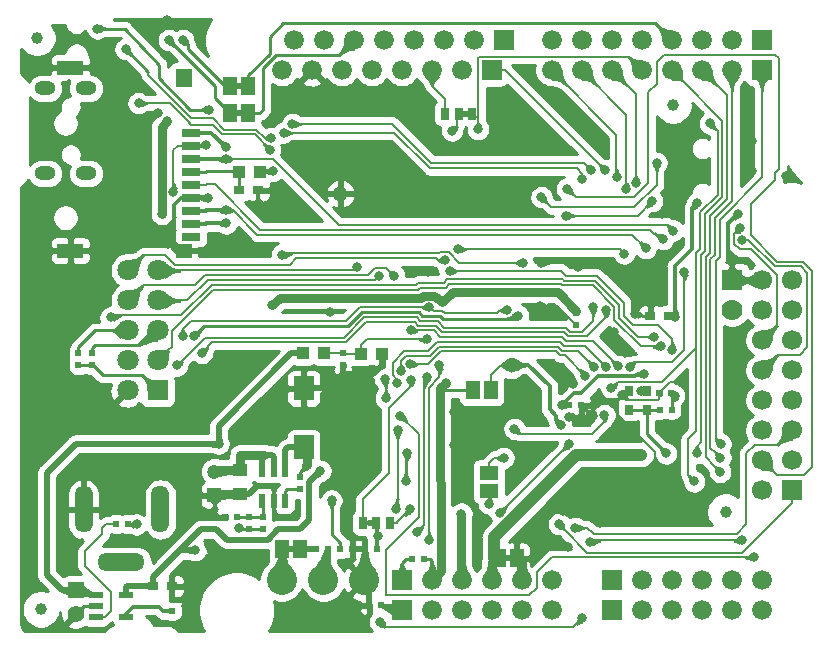
<source format=gbr>
G04 #@! TF.GenerationSoftware,KiCad,Pcbnew,5.1.5+dfsg1-2build2*
G04 #@! TF.CreationDate,2020-11-03T16:42:57+02:00*
G04 #@! TF.ProjectId,OLIMEXINO-STM32F3_RevC,4f4c494d-4558-4494-9e4f-2d53544d3332,rev?*
G04 #@! TF.SameCoordinates,Original*
G04 #@! TF.FileFunction,Copper,L2,Bot*
G04 #@! TF.FilePolarity,Positive*
%FSLAX46Y46*%
G04 Gerber Fmt 4.6, Leading zero omitted, Abs format (unit mm)*
G04 Created by KiCad (PCBNEW 5.1.5+dfsg1-2build2) date 2020-11-03 16:42:57*
%MOMM*%
%LPD*%
G04 APERTURE LIST*
%ADD10C,0.508000*%
%ADD11R,1.168400X1.600200*%
%ADD12R,1.600000X0.700000*%
%ADD13R,1.400000X1.200000*%
%ADD14R,1.400000X1.600000*%
%ADD15R,2.200000X1.200000*%
%ADD16C,1.300000*%
%ADD17C,1.000000*%
%ADD18R,0.762000X1.016000*%
%ADD19C,1.676400*%
%ADD20R,1.676400X1.676400*%
%ADD21C,1.778000*%
%ADD22R,1.778000X1.778000*%
%ADD23O,1.800000X1.200000*%
%ADD24R,1.200000X0.550000*%
%ADD25R,0.550000X1.200000*%
%ADD26R,1.600200X1.168400*%
%ADD27R,0.500000X0.550000*%
%ADD28R,1.016000X1.016000*%
%ADD29R,0.550000X0.500000*%
%ADD30O,4.000000X1.510000*%
%ADD31O,1.510000X4.000000*%
%ADD32C,1.700000*%
%ADD33R,1.700000X1.700000*%
%ADD34R,1.700000X2.000000*%
%ADD35C,1.800000*%
%ADD36R,1.750000X1.750000*%
%ADD37C,2.540000*%
%ADD38R,0.900000X0.800000*%
%ADD39R,0.800000X0.900000*%
%ADD40R,1.270000X1.050000*%
%ADD41R,1.200000X1.200000*%
%ADD42C,1.200000*%
%ADD43R,1.400000X1.400000*%
%ADD44C,1.400000*%
%ADD45C,0.800000*%
%ADD46C,0.250000*%
%ADD47C,0.203200*%
%ADD48C,0.355600*%
%ADD49C,0.762000*%
%ADD50C,1.016000*%
%ADD51C,0.200000*%
%ADD52C,0.254000*%
%ADD53C,0.025400*%
G04 APERTURE END LIST*
D10*
X85032000Y-91100000D02*
X83508000Y-91100000D01*
X90890000Y-88910000D02*
X90990000Y-88910000D01*
X99160000Y-54250000D02*
X98860000Y-54250000D01*
X79660000Y-51900000D02*
X80060000Y-51900000D01*
X102810000Y-91900000D02*
X102410000Y-91900000D01*
X79630000Y-54190000D02*
X80030000Y-54190000D01*
D11*
X83508000Y-91100000D03*
X83508000Y-91100000D03*
X85032000Y-91100000D03*
D12*
X75800000Y-55850000D03*
X75800000Y-56950000D03*
X75800000Y-58050000D03*
X75800000Y-59150000D03*
X75800000Y-60250000D03*
X75800000Y-61350000D03*
X75800000Y-62450000D03*
X75800000Y-63550000D03*
X75800000Y-64650000D03*
D13*
X75170000Y-65850000D03*
D14*
X75170000Y-51250000D03*
D15*
X65570000Y-65850000D03*
X65570000Y-50350000D03*
D16*
X102931728Y-75521728D03*
X88436039Y-61026039D03*
D17*
X116610000Y-53540000D03*
X62770000Y-47820000D03*
X63100000Y-96200000D03*
X121060000Y-87960000D03*
D18*
X90347000Y-88910000D03*
X91490000Y-88910000D03*
X92633000Y-88910000D03*
X99603000Y-54250000D03*
X98460000Y-54250000D03*
X97317000Y-54250000D03*
D11*
X80622000Y-51900000D03*
X79098000Y-51900000D03*
X101848000Y-91900000D03*
X103372000Y-91900000D03*
X80592000Y-54190000D03*
X79068000Y-54190000D03*
D19*
X83484220Y-50552321D03*
D20*
X101261680Y-50552321D03*
D19*
X98724220Y-50552321D03*
X96184220Y-50552321D03*
X93644220Y-50552321D03*
X91104220Y-50552321D03*
X88564220Y-50552321D03*
X86024220Y-50552321D03*
D20*
X124124220Y-50552321D03*
D19*
X121584220Y-50552321D03*
X119044220Y-50552321D03*
X116504220Y-50552321D03*
X113964220Y-50552321D03*
X111424220Y-50552321D03*
X108884220Y-50552321D03*
X106344220Y-50552321D03*
D20*
X111424220Y-93732321D03*
D19*
X113964220Y-93732321D03*
X116504220Y-93732321D03*
X119044220Y-93732321D03*
X121584220Y-93732321D03*
X124124220Y-93732321D03*
X96184220Y-93732321D03*
X98724220Y-93732321D03*
X101264220Y-93732321D03*
X103804220Y-93732321D03*
D20*
X93644220Y-93732321D03*
D19*
X106344220Y-93732321D03*
X106344220Y-96272321D03*
D20*
X93644220Y-96272321D03*
D19*
X87040220Y-48012321D03*
X103804220Y-96272321D03*
X101264220Y-96272321D03*
X89580220Y-48012321D03*
X92120220Y-48012321D03*
X94660220Y-48012321D03*
X97200220Y-48012321D03*
X99740220Y-48012321D03*
D20*
X102277680Y-48012321D03*
D19*
X106344220Y-48012321D03*
X108884220Y-48012321D03*
X111424220Y-48012321D03*
X113964220Y-48012321D03*
X116504220Y-48012321D03*
X119044220Y-48012321D03*
X121584220Y-48012321D03*
D20*
X124124220Y-48012321D03*
D19*
X84500220Y-48012321D03*
X124124220Y-96272321D03*
X121584220Y-96272321D03*
X119044220Y-96272321D03*
X116504220Y-96272321D03*
X113964220Y-96272321D03*
D20*
X111424220Y-96272321D03*
D19*
X98724220Y-96272321D03*
X96184220Y-96272321D03*
D21*
X121590000Y-70880000D03*
D22*
X121590000Y-68340000D03*
D23*
X63450000Y-52100000D03*
X66920000Y-52100000D03*
X66920000Y-59300000D03*
X63450000Y-59300000D03*
D24*
X67710000Y-96870000D03*
X67710000Y-95920000D03*
X67710000Y-94970000D03*
X70310000Y-96870000D03*
X70310000Y-94970000D03*
D25*
X83740000Y-84399900D03*
X82790000Y-84399900D03*
X81840000Y-84399900D03*
X81840000Y-87000100D03*
X82790000Y-87000100D03*
X83740000Y-87000100D03*
D11*
X99648000Y-77650000D03*
X101172000Y-77650000D03*
X101172000Y-77650000D03*
D26*
X101020000Y-86152000D03*
X101020000Y-84628000D03*
X101020000Y-84628000D03*
D27*
X91508000Y-91090000D03*
X90492000Y-91090000D03*
D28*
X91989000Y-74550000D03*
X90211000Y-74550000D03*
X87069000Y-74540000D03*
X85291000Y-74540000D03*
D29*
X66260000Y-74522000D03*
X66260000Y-75538000D03*
X67440000Y-74532000D03*
X67440000Y-75548000D03*
D27*
X94482000Y-91950000D03*
X95498000Y-91950000D03*
X116498000Y-79310000D03*
X115482000Y-79310000D03*
D29*
X81860000Y-89428000D03*
X81860000Y-88412000D03*
D27*
X87348000Y-91100000D03*
X86332000Y-91100000D03*
X79708000Y-88410000D03*
X78692000Y-88410000D03*
D29*
X74180000Y-95342000D03*
X74180000Y-96358000D03*
D27*
X70478000Y-88990000D03*
X69462000Y-88990000D03*
D30*
X69900000Y-92200000D03*
D31*
X66700000Y-87750000D03*
X73200000Y-87750000D03*
D32*
X124130000Y-75970000D03*
X126670000Y-75970000D03*
X124130000Y-78510000D03*
X126670000Y-78510000D03*
X124130000Y-81050000D03*
X126670000Y-81050000D03*
X124130000Y-83590000D03*
X126670000Y-83590000D03*
X124130000Y-86130000D03*
D33*
X126670000Y-86130000D03*
D32*
X126670000Y-73430000D03*
X124130000Y-73430000D03*
X126670000Y-70890000D03*
X124130000Y-70890000D03*
X124130000Y-68350000D03*
X126670000Y-68350000D03*
D28*
X81669000Y-59140000D03*
X79891000Y-59140000D03*
D34*
X85350000Y-82500000D03*
X85350000Y-77500000D03*
D35*
X70430000Y-67520000D03*
X72970000Y-67520000D03*
X70430000Y-70060000D03*
X72970000Y-70060000D03*
X70430000Y-72600000D03*
X72970000Y-72600000D03*
X70430000Y-75140000D03*
X72970000Y-75140000D03*
X70430000Y-77680000D03*
D36*
X72970000Y-77680000D03*
D37*
X90480000Y-93730000D03*
X83480000Y-93730000D03*
X86980000Y-93730000D03*
D29*
X88640000Y-74542000D03*
X88640000Y-75558000D03*
D27*
X91888000Y-95880000D03*
X90872000Y-95880000D03*
D38*
X116290000Y-71410000D03*
X114690000Y-71410000D03*
D39*
X114410000Y-79320000D03*
X114410000Y-77720000D03*
D29*
X108400000Y-71122000D03*
X108400000Y-72138000D03*
D27*
X107832000Y-78910000D03*
X108848000Y-78910000D03*
X116468000Y-77910000D03*
X115452000Y-77910000D03*
D39*
X112860000Y-79300000D03*
X112860000Y-77700000D03*
D38*
X79880000Y-60710000D03*
X81480000Y-60710000D03*
D27*
X88432000Y-91090000D03*
X89448000Y-91090000D03*
D29*
X80700000Y-88412000D03*
X80700000Y-89428000D03*
X85030000Y-86048000D03*
X85030000Y-85032000D03*
D38*
X72580000Y-94240000D03*
X74180000Y-94240000D03*
D40*
X79980000Y-84424000D03*
X79980000Y-86456000D03*
D41*
X77780000Y-86540000D03*
D42*
X77780000Y-84540000D03*
D43*
X66052140Y-94591620D03*
D44*
X66054680Y-96603300D03*
D45*
X78130000Y-82190000D03*
X77200000Y-61400000D03*
X81745990Y-62260000D03*
X72982732Y-54223721D03*
X108550000Y-67250000D03*
X98040000Y-82330000D03*
X98100000Y-79500000D03*
X104840000Y-79190000D03*
X113360000Y-71240000D03*
X115660000Y-87220000D03*
X79770000Y-75030000D03*
X87498000Y-77458000D03*
X90604000Y-76316000D03*
X65400000Y-61120000D03*
X68800000Y-60500000D03*
X69370000Y-58610000D03*
X73761604Y-46349298D03*
X95830000Y-67690000D03*
X104570000Y-56950000D03*
X123250000Y-56570000D03*
X123270000Y-59110000D03*
X95770000Y-60940000D03*
X109580000Y-55190000D03*
X95600000Y-56450000D03*
X119010000Y-87800000D03*
X87520000Y-71020000D03*
X90203179Y-84597168D03*
X111600000Y-72718390D03*
X105330000Y-70550000D03*
X105390000Y-66860968D03*
X108129829Y-77138683D03*
X109788654Y-79803573D03*
X112309357Y-78039215D03*
X107807108Y-79892892D03*
X93977707Y-85366400D03*
X94080000Y-82960000D03*
X76270000Y-88380000D03*
X77290000Y-90770000D03*
X77900000Y-65505000D03*
X85840000Y-62830000D03*
X107670000Y-90940000D03*
X110460000Y-88890000D03*
X107245130Y-87880904D03*
X122110000Y-62700000D03*
X115710000Y-62780000D03*
X126160000Y-59560000D03*
X92220000Y-60930000D03*
X98410000Y-60910000D03*
X107100000Y-80600000D03*
X73800000Y-54900000D03*
X86740000Y-84480000D03*
X76140000Y-91190000D03*
X98680000Y-88110000D03*
X73320000Y-62730000D03*
X85610000Y-84000000D03*
X87690000Y-86980000D03*
X116030000Y-83010000D03*
X113920000Y-83130000D03*
X113877080Y-77763763D03*
X119710000Y-55070000D03*
X118400000Y-85380000D03*
X111380000Y-77500000D03*
X108340000Y-89310000D03*
X94900000Y-89650000D03*
X95730000Y-76530000D03*
X95801600Y-73355721D03*
X102260000Y-83390000D03*
X97900000Y-55680000D03*
X97265583Y-66656535D03*
X93260078Y-77024607D03*
X89870000Y-67186147D03*
X110925831Y-75691179D03*
X94360711Y-75450001D03*
X109180000Y-76420000D03*
X92980000Y-67992568D03*
X93578032Y-76072446D03*
X91738972Y-67992568D03*
X109899448Y-75660552D03*
X115017713Y-73130916D03*
X68986400Y-71501000D03*
X115589792Y-73951128D03*
X110860000Y-59040000D03*
X109825032Y-70654492D03*
X74625200Y-75565000D03*
X111823500Y-59626500D03*
X110920000Y-70902190D03*
X76708000Y-74498200D03*
X105451227Y-61311227D03*
X115210000Y-58398400D03*
X117565281Y-67614719D03*
X94360000Y-87730000D03*
X112922317Y-75691143D03*
X101961518Y-88011518D03*
X107787616Y-82213307D03*
X115730000Y-64870000D03*
X122478390Y-64910000D03*
X107640000Y-60608400D03*
X77100000Y-56900000D03*
X74301000Y-60843612D03*
X75080000Y-73080000D03*
X122444810Y-90380000D03*
X109551107Y-90538893D03*
X108930000Y-96940000D03*
X91810000Y-97300000D03*
X95935562Y-90360084D03*
X102530000Y-70891958D03*
X96820000Y-75560000D03*
X95930665Y-70631958D03*
X123430000Y-91810000D03*
X93520000Y-79800000D03*
X101030000Y-87270002D03*
X106950000Y-89000000D03*
X78770000Y-62430000D03*
X114290000Y-65620000D03*
X78746287Y-58099731D03*
X116600000Y-64140000D03*
X122271369Y-63931651D03*
X78760000Y-63530000D03*
X78770000Y-57100000D03*
X92290000Y-78320000D03*
X92236921Y-76723686D03*
X111923810Y-75627522D03*
X94390000Y-72590000D03*
X120630671Y-82208567D03*
X120610000Y-83360000D03*
X120590000Y-84570000D03*
X118610000Y-82990000D03*
X100081610Y-55550000D03*
X107500000Y-62871610D03*
X114816114Y-61656114D03*
X113448874Y-60077018D03*
X112649000Y-60642500D03*
X77299363Y-53898390D03*
X67870000Y-47040000D03*
X82600000Y-56300000D03*
X70250000Y-48780000D03*
X98357107Y-65717461D03*
X112464821Y-66090000D03*
X103174551Y-80928590D03*
X93276107Y-81036107D03*
X110787658Y-79758688D03*
X93165521Y-87684010D03*
X76079981Y-73072195D03*
X103476127Y-71361860D03*
X84381449Y-55116165D03*
X109651232Y-59018779D03*
X108908768Y-59761232D03*
X83638985Y-55858629D03*
X83500000Y-66200000D03*
X82458579Y-57289952D03*
X71360000Y-53350000D03*
X103858390Y-66860000D03*
X73910000Y-48020000D03*
X75132660Y-48007340D03*
X91594999Y-90042000D03*
X94420000Y-76760000D03*
X116530037Y-74291662D03*
X97688818Y-67562568D03*
X107220934Y-78919112D03*
X82700000Y-59120000D03*
X116734281Y-78111610D03*
X108397678Y-70914821D03*
X82682293Y-70457707D03*
X116780000Y-71420000D03*
X114164177Y-76266789D03*
X97359153Y-77018967D03*
X97058123Y-70229419D03*
X118640428Y-61836441D03*
X71183500Y-89027000D03*
X79860000Y-89360000D03*
D46*
X66430520Y-94970000D02*
X66052140Y-94591620D01*
X67710000Y-94970000D02*
X66430520Y-94970000D01*
D10*
X64844140Y-94591620D02*
X63580000Y-93327480D01*
X66052140Y-94591620D02*
X64844140Y-94591620D01*
X63580000Y-93327480D02*
X63580000Y-87915202D01*
X63580000Y-87915202D02*
X63580000Y-84630000D01*
X63580000Y-84630000D02*
X66020000Y-82190000D01*
X66020000Y-82190000D02*
X78130000Y-82190000D01*
X78130000Y-81624315D02*
X78130000Y-82190000D01*
X78130000Y-80685000D02*
X78130000Y-81624315D01*
X84275000Y-74540000D02*
X78130000Y-80685000D01*
X85291000Y-74540000D02*
X84275000Y-74540000D01*
D47*
X77130000Y-61330000D02*
X77200000Y-61400000D01*
X77070000Y-61330000D02*
X77130000Y-61330000D01*
D48*
X81480000Y-60710000D02*
X81480000Y-61994010D01*
X81480000Y-61994010D02*
X81745990Y-62260000D01*
D47*
X105895685Y-70550000D02*
X105330000Y-70550000D01*
X106787000Y-70550000D02*
X105895685Y-70550000D01*
X108400000Y-72138000D02*
X108375000Y-72138000D01*
X108375000Y-72138000D02*
X106787000Y-70550000D01*
D49*
X103804220Y-93732321D02*
X103804220Y-92059210D01*
X103804220Y-92059210D02*
X103645010Y-91900000D01*
X79980000Y-86456000D02*
X77864000Y-86456000D01*
X77864000Y-86456000D02*
X77780000Y-86540000D01*
D10*
X90492000Y-91090000D02*
X90492000Y-93718000D01*
X90492000Y-93718000D02*
X90480000Y-93730000D01*
X90872000Y-95880000D02*
X90872000Y-94122000D01*
X90872000Y-94122000D02*
X90480000Y-93730000D01*
X89448000Y-91090000D02*
X90492000Y-91090000D01*
D46*
X66737980Y-95920000D02*
X66054680Y-96603300D01*
X67710000Y-95920000D02*
X66737980Y-95920000D01*
D48*
X74180000Y-95342000D02*
X74180000Y-94240000D01*
D46*
X77780000Y-87998000D02*
X77780000Y-87390000D01*
X78192000Y-88410000D02*
X77780000Y-87998000D01*
X77780000Y-87390000D02*
X77780000Y-86540000D01*
X78692000Y-88410000D02*
X78192000Y-88410000D01*
D48*
X82790000Y-87000100D02*
X82790000Y-86044500D01*
X82790000Y-86044500D02*
X82790000Y-85770000D01*
D10*
X82790000Y-85770000D02*
X81410000Y-85770000D01*
X80724000Y-86456000D02*
X79980000Y-86456000D01*
X81410000Y-85770000D02*
X80724000Y-86456000D01*
X87456000Y-77500000D02*
X85350000Y-77500000D01*
X88640000Y-75558000D02*
X88640000Y-76316000D01*
X88640000Y-76316000D02*
X87498000Y-77458000D01*
X91239000Y-76316000D02*
X90604000Y-76316000D01*
X91989000Y-75566000D02*
X91239000Y-76316000D01*
X91989000Y-74550000D02*
X91989000Y-75566000D01*
X124120000Y-68340000D02*
X124130000Y-68350000D01*
X121590000Y-68340000D02*
X124120000Y-68340000D01*
D47*
X113530000Y-71410000D02*
X113360000Y-71240000D01*
X114690000Y-71410000D02*
X113530000Y-71410000D01*
D10*
X87498000Y-77458000D02*
X87456000Y-77500000D01*
X90604000Y-76316000D02*
X88640000Y-76316000D01*
D48*
X77070000Y-61330000D02*
X75714400Y-61330000D01*
X109716573Y-79803573D02*
X109788654Y-79803573D01*
X108848000Y-78935000D02*
X109716573Y-79803573D01*
X108848000Y-78910000D02*
X108848000Y-78935000D01*
X112799216Y-77639216D02*
X112709356Y-77639216D01*
X112860000Y-77700000D02*
X112799216Y-77639216D01*
X112709356Y-77639216D02*
X112309357Y-78039215D01*
D47*
X110587328Y-78439214D02*
X109788654Y-79237888D01*
X109788654Y-79237888D02*
X109788654Y-79803573D01*
X111909358Y-78439214D02*
X110587328Y-78439214D01*
X112309357Y-78039215D02*
X111909358Y-78439214D01*
D46*
X109699335Y-79892892D02*
X109788654Y-79803573D01*
X107807108Y-79892892D02*
X109699335Y-79892892D01*
X93977707Y-85366400D02*
X93977707Y-83062293D01*
X93977707Y-83062293D02*
X94080000Y-82960000D01*
D47*
X112709356Y-78439214D02*
X112309357Y-78039215D01*
X112741743Y-78471601D02*
X112709356Y-78439214D01*
X115452000Y-78388200D02*
X115368599Y-78471601D01*
X115368599Y-78471601D02*
X112741743Y-78471601D01*
X115452000Y-77910000D02*
X115452000Y-78388200D01*
X116059999Y-86820001D02*
X115660000Y-87220000D01*
X117100000Y-81240000D02*
X117100000Y-85780000D01*
X117130000Y-76950000D02*
X117740000Y-77560000D01*
X117740000Y-77560000D02*
X117740000Y-80600000D01*
X117100000Y-85780000D02*
X116059999Y-86820001D01*
X117740000Y-80600000D02*
X117100000Y-81240000D01*
X115452000Y-77885000D02*
X116387000Y-76950000D01*
X115452000Y-77910000D02*
X115452000Y-77885000D01*
X116387000Y-76950000D02*
X117130000Y-76950000D01*
X111909358Y-78439214D02*
X111909358Y-79749358D01*
X111909358Y-79749358D02*
X115060000Y-82900000D01*
X115060000Y-86620000D02*
X115660000Y-87220000D01*
X115060000Y-82900000D02*
X115060000Y-86620000D01*
D48*
X75714400Y-61330000D02*
X75692199Y-61352201D01*
X77875000Y-65530000D02*
X77900000Y-65505000D01*
X121297378Y-66802778D02*
X121297378Y-63512622D01*
X121297378Y-63512622D02*
X122110000Y-62700000D01*
X121590000Y-68340000D02*
X121590000Y-67095400D01*
X121590000Y-67095400D02*
X121297378Y-66802778D01*
D47*
X77290000Y-90770000D02*
X77290000Y-92128000D01*
X75178000Y-94240000D02*
X74180000Y-94240000D01*
X77290000Y-92128000D02*
X75178000Y-94240000D01*
X108160968Y-66860968D02*
X108550000Y-67250000D01*
X105390000Y-66860968D02*
X108160968Y-66860968D01*
D48*
X75070000Y-65850000D02*
X75170000Y-65850000D01*
X74350000Y-65130000D02*
X75070000Y-65850000D01*
X74350000Y-61950000D02*
X74350000Y-65130000D01*
X74950000Y-61350000D02*
X74350000Y-61950000D01*
X75800000Y-61350000D02*
X74950000Y-61350000D01*
D49*
X72850000Y-64550000D02*
X68800000Y-60500000D01*
X73500000Y-64550000D02*
X72850000Y-64550000D01*
X74800000Y-65850000D02*
X73500000Y-64550000D01*
X75170000Y-65850000D02*
X74800000Y-65850000D01*
D48*
X106700001Y-79820001D02*
X106700001Y-80200001D01*
X106170000Y-79290000D02*
X106700001Y-79820001D01*
X106700001Y-80200001D02*
X107100000Y-80600000D01*
X106170000Y-77330000D02*
X106170000Y-79290000D01*
X102931728Y-75521728D02*
X104338272Y-75521728D01*
X104350000Y-75510000D02*
X106170000Y-77330000D01*
X104338272Y-75521728D02*
X104350000Y-75510000D01*
D47*
X102012490Y-75521728D02*
X102931728Y-75521728D01*
X101172000Y-77650000D02*
X101172000Y-77434100D01*
X101700000Y-75880000D02*
X101700000Y-75834218D01*
X101172000Y-77434100D02*
X101170000Y-77432100D01*
X101170000Y-77432100D02*
X101170000Y-76410000D01*
X101170000Y-76410000D02*
X101700000Y-75880000D01*
X101700000Y-75834218D02*
X102012490Y-75521728D01*
D49*
X79980000Y-84424000D02*
X77896000Y-84424000D01*
X77896000Y-84424000D02*
X77780000Y-84540000D01*
X82010000Y-83120000D02*
X79997000Y-83120000D01*
X79997000Y-83120000D02*
X79980000Y-83137000D01*
X79980000Y-83137000D02*
X79980000Y-84424000D01*
D10*
X82010000Y-83120000D02*
X81840000Y-83290000D01*
X81840000Y-83290000D02*
X81840000Y-84399900D01*
X82618100Y-83120000D02*
X82010000Y-83120000D01*
X82790000Y-84399900D02*
X82790000Y-83291900D01*
X82790000Y-83291900D02*
X82618100Y-83120000D01*
D49*
X73320000Y-55380000D02*
X73800000Y-54900000D01*
X73320000Y-62730000D02*
X73320000Y-55380000D01*
D10*
X85032000Y-89428000D02*
X85810000Y-88650000D01*
X85810000Y-88650000D02*
X85810000Y-85410000D01*
X85810000Y-85410000D02*
X86740000Y-84480000D01*
X72570000Y-94230000D02*
X72580000Y-94240000D01*
X72570000Y-93490000D02*
X72570000Y-94230000D01*
X70453401Y-94195999D02*
X70310000Y-94339400D01*
X72009921Y-94195999D02*
X70453401Y-94195999D01*
X72053922Y-94240000D02*
X72009921Y-94195999D01*
X72580000Y-94240000D02*
X72053922Y-94240000D01*
X70310000Y-94339400D02*
X70310000Y-94970000D01*
X76135000Y-91195000D02*
X76140000Y-91190000D01*
X74865000Y-91195000D02*
X76135000Y-91195000D01*
X74865000Y-91195000D02*
X72570000Y-93490000D01*
X76632000Y-89428000D02*
X74865000Y-91195000D01*
D49*
X98680000Y-93688101D02*
X98724220Y-93732321D01*
X98680000Y-88110000D02*
X98680000Y-93688101D01*
D10*
X83162242Y-89428000D02*
X82290242Y-90300000D01*
X85032000Y-89428000D02*
X83162242Y-89428000D01*
X82290242Y-90300000D02*
X78800000Y-90300000D01*
X77928000Y-89428000D02*
X76632000Y-89428000D01*
X78800000Y-90300000D02*
X77928000Y-89428000D01*
D46*
X83882000Y-86048000D02*
X85030000Y-86048000D01*
X83740000Y-87000100D02*
X83740000Y-86190000D01*
X83740000Y-86190000D02*
X83882000Y-86048000D01*
D10*
X83740000Y-82770000D02*
X83821900Y-82670100D01*
X83740000Y-84399900D02*
X83740000Y-82770000D01*
X83821900Y-82670100D02*
X83992000Y-82500000D01*
X83992000Y-82500000D02*
X85350000Y-82500000D01*
D49*
X85610000Y-84000000D02*
X85610000Y-82760000D01*
X85610000Y-82760000D02*
X85350000Y-82500000D01*
D46*
X85030000Y-84580000D02*
X85610000Y-84000000D01*
X85030000Y-85032000D02*
X85030000Y-84580000D01*
X80698000Y-88410000D02*
X80700000Y-88412000D01*
X79708000Y-88410000D02*
X80698000Y-88410000D01*
X81860000Y-88412000D02*
X80700000Y-88412000D01*
X81860000Y-87020100D02*
X81840000Y-87000100D01*
X81860000Y-88412000D02*
X81860000Y-87020100D01*
X88432000Y-90602000D02*
X87690000Y-89860000D01*
X88432000Y-91090000D02*
X88432000Y-90602000D01*
X87690000Y-89860000D02*
X87690000Y-86980000D01*
X77070000Y-59130000D02*
X77050000Y-59150000D01*
X77050000Y-59150000D02*
X75800000Y-59150000D01*
X79881000Y-59130000D02*
X79891000Y-59140000D01*
X77070000Y-59130000D02*
X79881000Y-59130000D01*
X79891000Y-60699000D02*
X79880000Y-60710000D01*
X79891000Y-59140000D02*
X79891000Y-60699000D01*
X114395182Y-79334818D02*
X114410000Y-79320000D01*
X115482000Y-79310000D02*
X114420000Y-79310000D01*
X114420000Y-79310000D02*
X114410000Y-79320000D01*
X112860000Y-79300000D02*
X114390000Y-79300000D01*
X114390000Y-79300000D02*
X114410000Y-79320000D01*
X114410000Y-81390000D02*
X116030000Y-83010000D01*
X114410000Y-79320000D02*
X114410000Y-81390000D01*
D49*
X101264220Y-93732321D02*
X101264220Y-92210770D01*
X101264220Y-92210770D02*
X101574990Y-91900000D01*
D46*
X114119177Y-77763763D02*
X113877080Y-77763763D01*
X114410000Y-77720000D02*
X114162940Y-77720000D01*
X114162940Y-77720000D02*
X114119177Y-77763763D01*
D50*
X108410000Y-83130000D02*
X113354315Y-83130000D01*
X101447990Y-90092010D02*
X108410000Y-83130000D01*
X101447990Y-91900000D02*
X101447990Y-90092010D01*
X113354315Y-83130000D02*
X113920000Y-83130000D01*
D46*
X93982000Y-91950000D02*
X93640000Y-92292000D01*
X94482000Y-91950000D02*
X93982000Y-91950000D01*
X93644220Y-92296220D02*
X93644220Y-93732321D01*
X93640000Y-92292000D02*
X93644220Y-92296220D01*
X93251899Y-95880000D02*
X93644220Y-96272321D01*
X91888000Y-95880000D02*
X93251899Y-95880000D01*
D47*
X118546790Y-74073210D02*
X118546790Y-81140000D01*
X118546790Y-81140000D02*
X117880000Y-81806790D01*
X117880000Y-81806790D02*
X117880000Y-84860000D01*
X117880000Y-84860000D02*
X118400000Y-85380000D01*
X113501281Y-76948399D02*
X111931601Y-76948399D01*
X111931601Y-76948399D02*
X111779999Y-77100001D01*
X111779999Y-77100001D02*
X111380000Y-77500000D01*
X118546790Y-74073210D02*
X115651601Y-76968399D01*
X115651601Y-76968399D02*
X113521281Y-76968399D01*
X113521281Y-76968399D02*
X113501281Y-76948399D01*
X118546790Y-66061198D02*
X118546790Y-74073210D01*
X118927156Y-65680833D02*
X118546790Y-66061198D01*
X118927156Y-62541940D02*
X118927156Y-65680833D01*
X120373579Y-55733579D02*
X120373579Y-61095517D01*
X119710000Y-55070000D02*
X120373579Y-55733579D01*
X120373579Y-61095517D02*
X118927156Y-62541940D01*
X121990000Y-89820000D02*
X109890000Y-89820000D01*
X122820000Y-83012815D02*
X122820000Y-88990000D01*
X123512815Y-82320000D02*
X122820000Y-83012815D01*
X122820000Y-88990000D02*
X121990000Y-89820000D01*
X109810584Y-89760000D02*
X109360584Y-89310000D01*
X126670000Y-81050000D02*
X125400000Y-82320000D01*
X109360584Y-89310000D02*
X108340000Y-89310000D01*
X125400000Y-82320000D02*
X123512815Y-82320000D01*
X109890000Y-89820000D02*
X109830000Y-89760000D01*
X109830000Y-89760000D02*
X109810584Y-89760000D01*
X90211000Y-74550000D02*
X88648000Y-74550000D01*
X88648000Y-74550000D02*
X88640000Y-74542000D01*
X87069000Y-74540000D02*
X88638000Y-74540000D01*
X88638000Y-74540000D02*
X88640000Y-74542000D01*
X95493210Y-89056790D02*
X95493210Y-79383210D01*
X94900000Y-89650000D02*
X95493210Y-89056790D01*
X95493210Y-79383210D02*
X95493210Y-76766790D01*
X95493210Y-76766790D02*
X95730000Y-76530000D01*
X90211000Y-73838800D02*
X90211000Y-74550000D01*
X90694079Y-73355721D02*
X90211000Y-73838800D01*
X95801600Y-73355721D02*
X90694079Y-73355721D01*
X101694315Y-83390000D02*
X102260000Y-83390000D01*
X101470600Y-83390000D02*
X101694315Y-83390000D01*
X101020000Y-83840600D02*
X101470600Y-83390000D01*
X101020000Y-84628000D02*
X101020000Y-83840600D01*
D10*
X83508000Y-91100000D02*
X83508000Y-93702000D01*
X83508000Y-93702000D02*
X83480000Y-93730000D01*
X87348000Y-91100000D02*
X87348000Y-93362000D01*
X87348000Y-93362000D02*
X86980000Y-93730000D01*
D47*
X96699898Y-66656535D02*
X96527909Y-66484546D01*
X97265583Y-66656535D02*
X96699898Y-66656535D01*
X84715454Y-66484546D02*
X84140178Y-67059822D01*
X71760000Y-66190000D02*
X70430000Y-67520000D01*
X96527909Y-66484546D02*
X84715454Y-66484546D01*
X74459822Y-67059822D02*
X73590000Y-66190000D01*
X84140178Y-67059822D02*
X74459822Y-67059822D01*
X73590000Y-66190000D02*
X71760000Y-66190000D01*
X98304390Y-55275610D02*
X98304390Y-54250000D01*
X97900000Y-55680000D02*
X98304390Y-55275610D01*
X89536147Y-67520000D02*
X89870000Y-67186147D01*
X72970000Y-67520000D02*
X89536147Y-67520000D01*
X107047021Y-73563581D02*
X107382674Y-73899234D01*
X109133886Y-73899234D02*
X110525832Y-75291180D01*
X110525832Y-75291180D02*
X110925831Y-75691179D01*
X107382674Y-73899234D02*
X109133886Y-73899234D01*
X95854360Y-74345188D02*
X96635968Y-73563580D01*
X92864110Y-76387112D02*
X92864110Y-75325684D01*
X93260078Y-77024607D02*
X93260078Y-76783080D01*
X96635968Y-73563580D02*
X107047021Y-73563581D01*
X93844606Y-74345188D02*
X95854360Y-74345188D01*
X92864110Y-75325684D02*
X93844606Y-74345188D01*
X93260078Y-76783080D02*
X92864110Y-76387112D01*
D46*
X88322541Y-49270000D02*
X83000000Y-49270000D01*
X83000000Y-49270000D02*
X81860000Y-50410000D01*
X81860000Y-50410000D02*
X81860000Y-53920000D01*
X89580220Y-48012321D02*
X88322541Y-49270000D01*
X81860000Y-53920000D02*
X81590000Y-54190000D01*
X81590000Y-54190000D02*
X80609010Y-54190000D01*
D47*
X107465656Y-74705656D02*
X107048644Y-74705656D01*
X96969998Y-74370002D02*
X95889999Y-75450001D01*
X106712990Y-74370002D02*
X96969998Y-74370002D01*
X95889999Y-75450001D02*
X94926396Y-75450001D01*
X109180000Y-76420000D02*
X107465656Y-74705656D01*
X107048644Y-74705656D02*
X106712990Y-74370002D01*
X94926396Y-75450001D02*
X94360711Y-75450001D01*
X71710000Y-68780000D02*
X76160000Y-68780000D01*
X91402202Y-67290966D02*
X92278398Y-67290966D01*
X76160000Y-68780000D02*
X77016789Y-67923211D01*
X90769957Y-67923211D02*
X91402202Y-67290966D01*
X92278398Y-67290966D02*
X92580001Y-67592569D01*
X77016789Y-67923211D02*
X90769957Y-67923211D01*
X92580001Y-67592569D02*
X92980000Y-67992568D01*
X70430000Y-70060000D02*
X71710000Y-68780000D01*
X96802983Y-73966791D02*
X96021375Y-74748399D01*
X107215659Y-74302445D02*
X106880005Y-73966791D01*
X93578032Y-75201988D02*
X93578032Y-75506761D01*
X94031621Y-74748399D02*
X93578032Y-75201988D01*
X96021375Y-74748399D02*
X94031621Y-74748399D01*
X109899448Y-75660552D02*
X108541341Y-74302445D01*
X93578032Y-75506761D02*
X93578032Y-76072446D01*
X106880005Y-73966791D02*
X96802983Y-73966791D01*
X108541341Y-74302445D02*
X107215659Y-74302445D01*
X91405120Y-68326420D02*
X91738972Y-67992568D01*
X77223580Y-68326420D02*
X91405120Y-68326420D01*
X75490000Y-70060000D02*
X77223580Y-68326420D01*
X72970000Y-70060000D02*
X75490000Y-70060000D01*
X97186824Y-68565135D02*
X97487781Y-68264178D01*
X77542935Y-68729631D02*
X94845527Y-68729631D01*
X74962566Y-71310000D02*
X77542935Y-68729631D01*
X94845527Y-68729631D02*
X95010023Y-68565135D01*
X97487781Y-68264178D02*
X107282619Y-68264179D01*
X107282619Y-68264179D02*
X107402618Y-68384178D01*
X95010023Y-68565135D02*
X97186824Y-68565135D01*
X107402618Y-68384178D02*
X109982777Y-68384179D01*
X114452028Y-73130916D02*
X115017713Y-73130916D01*
X112024815Y-71545041D02*
X113610690Y-73130916D01*
X109982777Y-68384179D02*
X112024815Y-70426217D01*
X113610690Y-73130916D02*
X114452028Y-73130916D01*
X112024815Y-70426217D02*
X112024815Y-71545041D01*
X70430000Y-75140000D02*
X70830000Y-75140000D01*
X69177400Y-71310000D02*
X68986400Y-71501000D01*
X74962566Y-71310000D02*
X69177400Y-71310000D01*
X73869999Y-74240001D02*
X72970000Y-75140000D01*
X115589792Y-73951128D02*
X113860676Y-73951128D01*
X111621605Y-71712057D02*
X111621604Y-70593232D01*
X111621604Y-70593232D02*
X109815761Y-68787389D01*
X74149401Y-73960599D02*
X73869999Y-74240001D01*
X107235603Y-68787389D02*
X107115603Y-68667389D01*
X77678554Y-69132840D02*
X74149401Y-72661993D01*
X109815761Y-68787389D02*
X107235603Y-68787389D01*
X95012544Y-69132840D02*
X77678554Y-69132840D01*
X107115603Y-68667389D02*
X97654796Y-68667389D01*
X97654796Y-68667389D02*
X97353840Y-68968345D01*
X97353840Y-68968345D02*
X95177038Y-68968346D01*
X95177038Y-68968346D02*
X95012544Y-69132840D01*
X113860676Y-73951128D02*
X111621605Y-71712057D01*
X74149401Y-72661993D02*
X74149401Y-73960599D01*
D46*
X66260000Y-74522000D02*
X66260000Y-74022000D01*
X66260000Y-74022000D02*
X67682000Y-72600000D01*
X67682000Y-72600000D02*
X69157208Y-72600000D01*
X69157208Y-72600000D02*
X70430000Y-72600000D01*
D47*
X102372321Y-50552321D02*
X101261680Y-50552321D01*
X110860000Y-59040000D02*
X102372321Y-50552321D01*
X96674031Y-71783579D02*
X95192176Y-71783578D01*
X76976978Y-73213222D02*
X75025199Y-75165001D01*
X109825032Y-70654492D02*
X109825032Y-71780850D01*
X75025199Y-75165001D02*
X74625200Y-75565000D01*
X88706552Y-73213222D02*
X76976978Y-73213222D01*
X90434588Y-71485188D02*
X88706552Y-73213222D01*
X94893787Y-71485189D02*
X90434588Y-71485188D01*
X95192176Y-71783578D02*
X94893787Y-71485189D01*
X97240452Y-72350000D02*
X96674031Y-71783579D01*
X107544118Y-72350000D02*
X97240452Y-72350000D01*
X107883719Y-72689601D02*
X107544118Y-72350000D01*
X109825032Y-71780850D02*
X108916281Y-72689601D01*
X108916281Y-72689601D02*
X107883719Y-72689601D01*
X106344220Y-50552321D02*
X111800000Y-56008101D01*
X111800000Y-59603000D02*
X111823500Y-59626500D01*
X111800000Y-56008101D02*
X111800000Y-59603000D01*
D46*
X67440000Y-74100000D02*
X67680000Y-73860000D01*
X67440000Y-74532000D02*
X67440000Y-74100000D01*
X67680000Y-73860000D02*
X71340000Y-73860000D01*
X71340000Y-73860000D02*
X72600000Y-72600000D01*
X72600000Y-72600000D02*
X72970000Y-72600000D01*
D47*
X96496563Y-72186789D02*
X97066932Y-72757158D01*
X110920000Y-71467875D02*
X110920000Y-70902190D01*
X90601603Y-71888399D02*
X94726771Y-71888399D01*
X79943793Y-73616433D02*
X88873568Y-73616432D01*
X107716704Y-73092812D02*
X109295063Y-73092812D01*
X94726771Y-71888399D02*
X95025161Y-72186789D01*
X107381050Y-72757158D02*
X107716704Y-73092812D01*
X109295063Y-73092812D02*
X110920000Y-71467875D01*
X97066932Y-72757158D02*
X107381050Y-72757158D01*
X88873568Y-73616432D02*
X90601603Y-71888399D01*
X95025161Y-72186789D02*
X96496563Y-72186789D01*
X77589767Y-73616433D02*
X76708000Y-74498200D01*
X79943793Y-73616433D02*
X77589767Y-73616433D01*
D46*
X67465000Y-75548000D02*
X68327000Y-76410000D01*
X67440000Y-75548000D02*
X67465000Y-75548000D01*
X68327000Y-76410000D02*
X71670000Y-76410000D01*
X71670000Y-76410000D02*
X71720000Y-76460000D01*
X71720000Y-76460000D02*
X72970000Y-77680000D01*
X66260000Y-75538000D02*
X67430000Y-75538000D01*
X67430000Y-75538000D02*
X67440000Y-75548000D01*
D47*
X105851226Y-61711226D02*
X105451227Y-61311227D01*
X106310000Y-62170000D02*
X105851226Y-61711226D01*
X115210000Y-60270000D02*
X113310000Y-62170000D01*
X115210000Y-58398400D02*
X115210000Y-60270000D01*
X113310000Y-62170000D02*
X106310000Y-62170000D01*
X93240000Y-88910000D02*
X92633000Y-88910000D01*
X93240000Y-88910000D02*
X93240000Y-88850000D01*
X93240000Y-88850000D02*
X94360000Y-87730000D01*
X116541420Y-75291144D02*
X113322316Y-75291144D01*
X113322316Y-75291144D02*
X112922317Y-75691143D01*
X117565281Y-74267283D02*
X116541420Y-75291144D01*
X117565281Y-67614719D02*
X117565281Y-74267283D01*
X107759729Y-82213307D02*
X107787616Y-82213307D01*
X101961518Y-88011518D02*
X107759729Y-82213307D01*
X77070000Y-60230000D02*
X77050000Y-60250000D01*
X77050000Y-60250000D02*
X75800000Y-60250000D01*
X127969999Y-67710000D02*
X127433210Y-67173211D01*
X127969999Y-74040001D02*
X127969999Y-67710000D01*
X127433210Y-67173211D02*
X125227807Y-67173211D01*
X127320000Y-74690000D02*
X127969999Y-74040001D01*
X124130000Y-75970000D02*
X125410000Y-74690000D01*
X125410000Y-74690000D02*
X127320000Y-74690000D01*
X125227807Y-67173211D02*
X122964596Y-64910000D01*
X122964596Y-64910000D02*
X122478390Y-64910000D01*
X77795000Y-60230000D02*
X81641790Y-64076790D01*
X77070000Y-60230000D02*
X77795000Y-60230000D01*
X81641790Y-64076790D02*
X114676790Y-64076790D01*
X114676790Y-64076790D02*
X115470000Y-64870000D01*
X115470000Y-64870000D02*
X115730000Y-64870000D01*
X113328098Y-61321902D02*
X114508399Y-60141601D01*
X128373210Y-84116790D02*
X127650000Y-84840000D01*
X114508399Y-52411601D02*
X115220000Y-51700000D01*
X125264021Y-59840150D02*
X123180000Y-61924171D01*
X127600225Y-66770000D02*
X128373210Y-67542985D01*
X125260000Y-49270000D02*
X125560000Y-49570000D01*
X108353502Y-61321902D02*
X113328098Y-61321902D01*
X107640000Y-60608400D02*
X108353502Y-61321902D01*
X128373210Y-67542985D02*
X128373210Y-84116790D01*
X123180000Y-61924171D02*
X123180000Y-64555178D01*
X125560000Y-49570000D02*
X125560000Y-58950000D01*
X127650000Y-84840000D02*
X125380000Y-84840000D01*
X115220000Y-51700000D02*
X115220000Y-49900000D01*
X124979999Y-84439999D02*
X124130000Y-83590000D01*
X114508399Y-60141601D02*
X114508399Y-52411601D01*
X125264021Y-59245979D02*
X125264021Y-59840150D01*
X125394822Y-66770000D02*
X127600225Y-66770000D01*
X125380000Y-84840000D02*
X124979999Y-84439999D01*
X123180000Y-64555178D02*
X125394822Y-66770000D01*
X125560000Y-58950000D02*
X125264021Y-59245979D01*
X115850000Y-49270000D02*
X125260000Y-49270000D01*
X115220000Y-49900000D02*
X115850000Y-49270000D01*
X77050000Y-56950000D02*
X77100000Y-56900000D01*
X75800000Y-56950000D02*
X77050000Y-56950000D01*
X74301000Y-57299000D02*
X74650000Y-56950000D01*
X74650000Y-56950000D02*
X75800000Y-56950000D01*
X74301000Y-60843612D02*
X74301000Y-57299000D01*
X87263231Y-71801601D02*
X88911537Y-71801601D01*
X75794315Y-71800000D02*
X87261630Y-71800000D01*
X96039055Y-70631967D02*
X96337446Y-70930358D01*
X88911537Y-71801601D02*
X90081172Y-70631967D01*
X87261630Y-71800000D02*
X87263231Y-71801601D01*
X90081172Y-70631967D02*
X96039055Y-70631967D01*
X75080000Y-73080000D02*
X75080000Y-72514315D01*
X75080000Y-72514315D02*
X75794315Y-71800000D01*
X97027447Y-70930359D02*
X97259046Y-71161958D01*
X96337446Y-70930358D02*
X97027447Y-70930359D01*
X97259046Y-71161958D02*
X101694315Y-71161958D01*
X101694315Y-71161958D02*
X101964315Y-70891958D01*
X101964315Y-70891958D02*
X102530000Y-70891958D01*
X108150000Y-97720000D02*
X92230000Y-97720000D01*
X108930000Y-96940000D02*
X108150000Y-97720000D01*
X92230000Y-97720000D02*
X91810000Y-97300000D01*
X122444810Y-90380000D02*
X109710000Y-90380000D01*
X109710000Y-90380000D02*
X109551107Y-90538893D01*
X95935562Y-77454438D02*
X96820000Y-76570000D01*
X95935562Y-90360084D02*
X95935562Y-77454438D01*
X96820000Y-76570000D02*
X96820000Y-75560000D01*
X104430000Y-95020000D02*
X92292122Y-95020000D01*
X105080000Y-94370000D02*
X104430000Y-95020000D01*
X105080000Y-93060000D02*
X105080000Y-94370000D01*
X92292122Y-95020000D02*
X92292122Y-91157878D01*
X123430000Y-91810000D02*
X106330000Y-91810000D01*
X106330000Y-91810000D02*
X105080000Y-93060000D01*
X92292122Y-91157878D02*
X95090000Y-88360000D01*
X95090000Y-88360000D02*
X95090000Y-81370000D01*
X95090000Y-81370000D02*
X93520000Y-79800000D01*
X101030000Y-86162000D02*
X101020000Y-86152000D01*
X101030000Y-87270002D02*
X101030000Y-86162000D01*
X126670000Y-87183200D02*
X122446410Y-91406790D01*
X126670000Y-86130000D02*
X126670000Y-87183200D01*
X107349999Y-89399999D02*
X106950000Y-89000000D01*
X122446410Y-91406790D02*
X109356790Y-91406790D01*
X109356790Y-91406790D02*
X107349999Y-89399999D01*
D48*
X77070000Y-62430000D02*
X77050000Y-62450000D01*
X77050000Y-62450000D02*
X75800000Y-62450000D01*
X77070000Y-62430000D02*
X78770000Y-62430000D01*
D47*
X79335685Y-62430000D02*
X81385685Y-64480000D01*
X78770000Y-62430000D02*
X79335685Y-62430000D01*
X81385685Y-64480000D02*
X113150000Y-64480000D01*
X113150000Y-64480000D02*
X114290000Y-65620000D01*
D48*
X78696556Y-58050000D02*
X78746287Y-58099731D01*
X75800000Y-58050000D02*
X78696556Y-58050000D01*
D47*
X116130000Y-63670000D02*
X88288370Y-63670000D01*
X82718101Y-58099731D02*
X79311972Y-58099731D01*
X79311972Y-58099731D02*
X78746287Y-58099731D01*
X116600000Y-64140000D02*
X116130000Y-63670000D01*
X88288370Y-63670000D02*
X82718101Y-58099731D01*
X121776788Y-65246770D02*
X121776788Y-64426232D01*
X122240018Y-65710000D02*
X121776788Y-65246770D01*
X124130000Y-73430000D02*
X125410000Y-72150000D01*
X123194370Y-65710000D02*
X122240018Y-65710000D01*
X125410000Y-67925630D02*
X123194370Y-65710000D01*
X125410000Y-72150000D02*
X125410000Y-67925630D01*
X121776788Y-64426232D02*
X121871370Y-64331650D01*
X121871370Y-64331650D02*
X122271369Y-63931651D01*
D48*
X77070000Y-63530000D02*
X77050000Y-63550000D01*
X77050000Y-63550000D02*
X75800000Y-63550000D01*
X77070000Y-63530000D02*
X78760000Y-63530000D01*
X77520000Y-55850000D02*
X78770000Y-57100000D01*
X75800000Y-55850000D02*
X77520000Y-55850000D01*
D47*
X92290000Y-76776765D02*
X92236921Y-76723686D01*
X92290000Y-78320000D02*
X92290000Y-76776765D01*
X96329548Y-72590000D02*
X94955685Y-72590000D01*
X107214035Y-73160369D02*
X96899917Y-73160369D01*
X111923810Y-75627522D02*
X109792311Y-73496023D01*
X96899917Y-73160369D02*
X96329548Y-72590000D01*
X107549689Y-73496023D02*
X107214035Y-73160369D01*
X109792311Y-73496023D02*
X107549689Y-73496023D01*
X94955685Y-72590000D02*
X94390000Y-72590000D01*
X96184220Y-50552321D02*
X96184220Y-51894220D01*
X97317000Y-53027000D02*
X97317000Y-54250000D01*
X96184220Y-51894220D02*
X97317000Y-53027000D01*
X120210000Y-81787896D02*
X120630671Y-82208567D01*
X120210000Y-66678893D02*
X120210000Y-81787896D01*
X120540000Y-66348893D02*
X120210000Y-66678893D01*
X120540000Y-63210000D02*
X120540000Y-66348893D01*
X124124220Y-59625780D02*
X120540000Y-63210000D01*
X124124220Y-50552321D02*
X124124220Y-59625780D01*
X120136789Y-63042985D02*
X120136789Y-66181878D01*
X120210001Y-82960001D02*
X120610000Y-83360000D01*
X121584220Y-61595554D02*
X120136789Y-63042985D01*
X119760001Y-66558665D02*
X119760001Y-82510001D01*
X121584220Y-50552321D02*
X121584220Y-61595554D01*
X120136789Y-66181878D02*
X119760001Y-66558665D01*
X119760001Y-82510001D02*
X120210001Y-82960001D01*
X119733578Y-66014863D02*
X119356790Y-66391650D01*
X119356790Y-66391650D02*
X119356790Y-83336790D01*
X119733578Y-62875970D02*
X119733578Y-66014863D01*
X121180001Y-61429547D02*
X119733578Y-62875970D01*
X121180001Y-52688102D02*
X121180001Y-61429547D01*
X120190001Y-84170001D02*
X120590000Y-84570000D01*
X119044220Y-50552321D02*
X121180001Y-52688102D01*
X119356790Y-83336790D02*
X120190001Y-84170001D01*
D46*
X115051899Y-46560000D02*
X83600000Y-46560000D01*
X116504220Y-48012321D02*
X115051899Y-46560000D01*
X83600000Y-46560000D02*
X82440491Y-47719509D01*
X82440491Y-47719509D02*
X82440491Y-49179509D01*
X82440491Y-49179509D02*
X80639010Y-50980990D01*
X80639010Y-50980990D02*
X80639010Y-51900000D01*
D47*
X118950001Y-82084314D02*
X118950001Y-66228213D01*
X118950001Y-66228213D02*
X119330367Y-65847848D01*
X119330367Y-62708955D02*
X120776790Y-61262532D01*
X120776790Y-61262532D02*
X120776790Y-54824891D01*
X118610000Y-82424315D02*
X118950001Y-82084314D01*
X120776790Y-54824891D02*
X117342419Y-51390520D01*
X119330367Y-65847848D02*
X119330367Y-62708955D01*
X117342419Y-51390520D02*
X116504220Y-50552321D01*
X118610000Y-82990000D02*
X118610000Y-82424315D01*
X113964220Y-50552321D02*
X112824419Y-49412520D01*
X100081610Y-49513109D02*
X100081610Y-54984315D01*
X112824419Y-49412520D02*
X100182199Y-49412520D01*
X100081610Y-54984315D02*
X100081610Y-55550000D01*
X100182199Y-49412520D02*
X100081610Y-49513109D01*
X100081610Y-54638200D02*
X99693410Y-54250000D01*
X100081610Y-55550000D02*
X100081610Y-54638200D01*
X107500000Y-62871610D02*
X113600618Y-62871610D01*
X113600618Y-62871610D02*
X114816114Y-61656114D01*
X113448874Y-52576975D02*
X113448874Y-59511333D01*
X111424220Y-50552321D02*
X113448874Y-52576975D01*
X113448874Y-59511333D02*
X113448874Y-60077018D01*
X112649000Y-60076815D02*
X112649000Y-60642500D01*
X108884220Y-50552321D02*
X112649000Y-54317101D01*
X112649000Y-54317101D02*
X112649000Y-60076815D01*
D48*
X73428000Y-96358000D02*
X74180000Y-96358000D01*
X73050000Y-95980000D02*
X73428000Y-96358000D01*
X70920000Y-95980000D02*
X73050000Y-95980000D01*
X70310000Y-96870000D02*
X70310000Y-96590000D01*
X70310000Y-96590000D02*
X70920000Y-95980000D01*
D10*
X85032000Y-91100000D02*
X86332000Y-91100000D01*
D46*
X67870000Y-47040000D02*
X70180000Y-47040000D01*
X75733388Y-53898390D02*
X76733678Y-53898390D01*
X73100000Y-50100000D02*
X73100000Y-51265002D01*
X73100000Y-51265002D02*
X75733388Y-53898390D01*
X76733678Y-53898390D02*
X77299363Y-53898390D01*
X70180000Y-47040000D02*
X73100000Y-50100000D01*
D47*
X78623994Y-55600000D02*
X81334315Y-55600000D01*
X75800000Y-54600000D02*
X77623994Y-54600000D01*
X72190000Y-50720000D02*
X72190000Y-50990000D01*
X77623994Y-54600000D02*
X78623994Y-55600000D01*
X72190000Y-50990000D02*
X75800000Y-54600000D01*
X81334315Y-55600000D02*
X82034315Y-56300000D01*
X82034315Y-56300000D02*
X82600000Y-56300000D01*
D46*
X70250000Y-48780000D02*
X72190000Y-50720000D01*
D47*
X112092282Y-65717461D02*
X112464821Y-66090000D01*
X98357107Y-65717461D02*
X112092282Y-65717461D01*
X103574550Y-81328589D02*
X109783442Y-81328589D01*
X109783442Y-81328589D02*
X110787658Y-80324373D01*
X103174551Y-80928590D02*
X103574550Y-81328589D01*
X110787658Y-80324373D02*
X110787658Y-79758688D01*
X93276107Y-87573424D02*
X93165521Y-87684010D01*
X93276107Y-81036107D02*
X93276107Y-87573424D01*
D46*
X103221019Y-71616968D02*
X103476127Y-71361860D01*
X97110738Y-71616968D02*
X103221019Y-71616968D01*
X96850739Y-71356969D02*
X97110738Y-71616968D01*
X76923964Y-72228212D02*
X89088244Y-72228212D01*
X89088244Y-72228212D02*
X90257880Y-71058577D01*
X90257880Y-71058577D02*
X95070494Y-71058578D01*
X95070494Y-71058578D02*
X95368884Y-71356968D01*
X76079981Y-73072195D02*
X76923964Y-72228212D01*
X95368884Y-71356968D02*
X96850739Y-71356969D01*
D51*
X92841865Y-55116165D02*
X96140700Y-58415000D01*
X84381449Y-55116165D02*
X92841865Y-55116165D01*
X96140700Y-58415000D02*
X109047453Y-58415000D01*
X109251233Y-58618780D02*
X109651232Y-59018779D01*
X109047453Y-58415000D02*
X109251233Y-58618780D01*
X83638985Y-55858629D02*
X93018629Y-55858629D01*
X108436801Y-58865000D02*
X108908768Y-59336967D01*
X93018629Y-55858629D02*
X96025000Y-58865000D01*
X96025000Y-58865000D02*
X108436801Y-58865000D01*
X108908768Y-59336967D02*
X108908768Y-59761232D01*
D47*
X96928814Y-65954934D02*
X97602352Y-65954934D01*
X96813748Y-66070000D02*
X96928814Y-65954934D01*
X83630000Y-66070000D02*
X96813748Y-66070000D01*
X97602352Y-65954934D02*
X98507418Y-66860000D01*
X98507418Y-66860000D02*
X103292705Y-66860000D01*
X103292705Y-66860000D02*
X103858390Y-66860000D01*
X78456979Y-56003210D02*
X81167301Y-56003210D01*
X78356979Y-55903210D02*
X78456979Y-56003210D01*
X81167301Y-56003210D02*
X82454043Y-57289952D01*
X82454043Y-57289952D02*
X82458579Y-57289952D01*
X73979776Y-53350000D02*
X75614888Y-54985112D01*
X75614888Y-54985112D02*
X75828175Y-55198399D01*
X77652169Y-55198399D02*
X78356979Y-55903210D01*
X75614888Y-54985112D02*
X75632985Y-55003210D01*
X75828175Y-55198399D02*
X77652169Y-55198399D01*
X71360000Y-53350000D02*
X73979776Y-53350000D01*
D46*
X73910000Y-48020000D02*
X77800000Y-51910000D01*
X77800000Y-51910000D02*
X77800000Y-52939010D01*
X77800000Y-52939010D02*
X79050990Y-54190000D01*
X78700000Y-51900000D02*
X75532659Y-48732659D01*
X75532659Y-48407339D02*
X75132660Y-48007340D01*
X79080990Y-51900000D02*
X78700000Y-51900000D01*
X75532659Y-48732659D02*
X75532659Y-48407339D01*
D48*
X91508000Y-91090000D02*
X91508000Y-89285514D01*
X91508000Y-89285514D02*
X91621810Y-89171704D01*
X91621810Y-89171704D02*
X91621810Y-88910000D01*
D47*
X94420000Y-77325685D02*
X94420000Y-76760000D01*
X90334390Y-88910000D02*
X90334390Y-88679859D01*
X90340000Y-88674249D02*
X90340000Y-86900000D01*
X90334390Y-88679859D02*
X90340000Y-88674249D01*
X90340000Y-86900000D02*
X92560000Y-84680000D01*
X92560000Y-84680000D02*
X92560000Y-79185685D01*
X92560000Y-79185685D02*
X94420000Y-77325685D01*
X116530037Y-74291662D02*
X116530037Y-73333922D01*
X113209980Y-72159980D02*
X112428026Y-71378026D01*
X107569634Y-67980968D02*
X107151234Y-67562568D01*
X98254503Y-67562568D02*
X97688818Y-67562568D01*
X112428026Y-70259202D02*
X110149792Y-67980968D01*
X115356095Y-72159980D02*
X113209980Y-72159980D01*
X112428026Y-71378026D02*
X112428026Y-70259202D01*
X107151234Y-67562568D02*
X98254503Y-67562568D01*
X116530037Y-73333922D02*
X115356095Y-72159980D01*
X110149792Y-67980968D02*
X107569634Y-67980968D01*
D46*
X116498000Y-79310000D02*
X116498000Y-77940000D01*
X116498000Y-77940000D02*
X116468000Y-77910000D01*
X107220934Y-78919112D02*
X107822888Y-78919112D01*
X107822888Y-78919112D02*
X107832000Y-78910000D01*
D48*
X82700000Y-59120000D02*
X81689000Y-59120000D01*
X81689000Y-59120000D02*
X81669000Y-59140000D01*
D46*
X96184220Y-92136220D02*
X96184220Y-93732321D01*
X95498000Y-91950000D02*
X95998000Y-91950000D01*
X95998000Y-91950000D02*
X96184220Y-92136220D01*
X116468000Y-77910000D02*
X116532671Y-77910000D01*
X116532671Y-77910000D02*
X116734281Y-78111610D01*
X108400000Y-70917143D02*
X108397678Y-70914821D01*
X108400000Y-71122000D02*
X108400000Y-70917143D01*
D49*
X96920000Y-92996541D02*
X96184220Y-93732321D01*
D46*
X99648000Y-77650000D02*
X98813800Y-77650000D01*
X98813800Y-77650000D02*
X96900000Y-77650000D01*
D49*
X96900000Y-77650000D02*
X96920000Y-92996541D01*
D46*
X116290000Y-71410000D02*
X116770000Y-71410000D01*
X116770000Y-71410000D02*
X116780000Y-71420000D01*
D49*
X96900000Y-77478120D02*
X96959154Y-77418966D01*
X96900000Y-77650000D02*
X96900000Y-77478120D01*
X96959154Y-77418966D02*
X97359153Y-77018967D01*
X95459784Y-69650957D02*
X96404186Y-69650957D01*
X96582649Y-69829420D02*
X96658124Y-69829420D01*
X96658124Y-69829420D02*
X97058123Y-70229419D01*
X82682293Y-70457707D02*
X83299074Y-69840926D01*
X96404186Y-69650957D02*
X96582649Y-69829420D01*
X83299074Y-69840926D02*
X95269815Y-69840926D01*
X95269815Y-69840926D02*
X95459784Y-69650957D01*
X108397678Y-70914821D02*
X106832857Y-69350000D01*
X106832857Y-69350000D02*
X97937542Y-69350000D01*
X97937542Y-69350000D02*
X97058123Y-70229419D01*
D48*
X113396292Y-76468989D02*
X113598492Y-76266789D01*
X108850000Y-77910000D02*
X110291011Y-76468989D01*
X110291011Y-76468989D02*
X113396292Y-76468989D01*
X108230046Y-77910000D02*
X108850000Y-77910000D01*
X107220934Y-78919112D02*
X108230046Y-77910000D01*
X113598492Y-76266789D02*
X114164177Y-76266789D01*
X116780000Y-67150000D02*
X118240429Y-65689571D01*
X118240429Y-65689571D02*
X118240429Y-62236440D01*
X118240429Y-62236440D02*
X118640428Y-61836441D01*
X116780000Y-71420000D02*
X116780000Y-67150000D01*
D47*
X70478000Y-88990000D02*
X70478000Y-89128000D01*
X71146500Y-88990000D02*
X71183500Y-89027000D01*
X70478000Y-88990000D02*
X71146500Y-88990000D01*
X68513200Y-96870000D02*
X69024500Y-96358700D01*
X67710000Y-96870000D02*
X68513200Y-96870000D01*
X69024500Y-96358700D02*
X69024500Y-94742000D01*
X69024500Y-94742000D02*
X66802000Y-92519500D01*
X66802000Y-92519500D02*
X66802000Y-91313000D01*
X66802000Y-91313000D02*
X68262500Y-89852500D01*
X68262500Y-89852500D02*
X68262500Y-89344500D01*
X68617000Y-88990000D02*
X69462000Y-88990000D01*
X68262500Y-89344500D02*
X68617000Y-88990000D01*
D46*
X79928000Y-89428000D02*
X79860000Y-89360000D01*
X80700000Y-89428000D02*
X79928000Y-89428000D01*
X81860000Y-89428000D02*
X80700000Y-89428000D01*
D52*
G36*
X65104774Y-46851898D02*
G01*
X65182795Y-47040256D01*
X65296063Y-47209774D01*
X65440226Y-47353937D01*
X65609744Y-47467205D01*
X65798102Y-47545226D01*
X65998061Y-47585000D01*
X66201939Y-47585000D01*
X66401898Y-47545226D01*
X66590256Y-47467205D01*
X66759774Y-47353937D01*
X66857692Y-47256019D01*
X66874774Y-47341898D01*
X66952795Y-47530256D01*
X67066063Y-47699774D01*
X67210226Y-47843937D01*
X67379744Y-47957205D01*
X67568102Y-48035226D01*
X67768061Y-48075000D01*
X67971939Y-48075000D01*
X68171898Y-48035226D01*
X68360256Y-47957205D01*
X68529774Y-47843937D01*
X68573711Y-47800000D01*
X69854726Y-47800000D01*
X69870765Y-47816808D01*
X69759744Y-47862795D01*
X69590226Y-47976063D01*
X69446063Y-48120226D01*
X69332795Y-48289744D01*
X69254774Y-48478102D01*
X69215000Y-48678061D01*
X69215000Y-48881939D01*
X69254774Y-49081898D01*
X69332795Y-49270256D01*
X69446063Y-49439774D01*
X69590226Y-49583937D01*
X69759744Y-49697205D01*
X69948102Y-49775226D01*
X70148061Y-49815000D01*
X70210199Y-49815000D01*
X71456898Y-51061700D01*
X71464058Y-51134399D01*
X71506178Y-51273249D01*
X71574576Y-51401213D01*
X71666626Y-51513375D01*
X71694732Y-51536441D01*
X72771691Y-52613400D01*
X72091477Y-52613400D01*
X72086953Y-52613242D01*
X72019774Y-52546063D01*
X71850256Y-52432795D01*
X71661898Y-52354774D01*
X71461939Y-52315000D01*
X71258061Y-52315000D01*
X71058102Y-52354774D01*
X70869744Y-52432795D01*
X70700226Y-52546063D01*
X70556063Y-52690226D01*
X70442795Y-52859744D01*
X70364774Y-53048102D01*
X70325000Y-53248061D01*
X70325000Y-53451939D01*
X70364774Y-53651898D01*
X70442795Y-53840256D01*
X70556063Y-54009774D01*
X70700226Y-54153937D01*
X70869744Y-54267205D01*
X71058102Y-54345226D01*
X71258061Y-54385000D01*
X71461939Y-54385000D01*
X71661898Y-54345226D01*
X71850256Y-54267205D01*
X72019774Y-54153937D01*
X72086954Y-54086757D01*
X72091453Y-54086600D01*
X73154388Y-54086600D01*
X73140226Y-54096063D01*
X72996063Y-54240226D01*
X72941954Y-54321206D01*
X72636868Y-54626292D01*
X72598105Y-54658104D01*
X72471141Y-54812810D01*
X72417012Y-54914080D01*
X72376799Y-54989313D01*
X72318702Y-55180830D01*
X72299085Y-55380000D01*
X72304001Y-55429912D01*
X72304000Y-62532541D01*
X72285000Y-62628061D01*
X72285000Y-62831939D01*
X72324774Y-63031898D01*
X72402795Y-63220256D01*
X72516063Y-63389774D01*
X72660226Y-63533937D01*
X72829744Y-63647205D01*
X73018102Y-63725226D01*
X73218061Y-63765000D01*
X73421939Y-63765000D01*
X73621898Y-63725226D01*
X73810256Y-63647205D01*
X73979774Y-63533937D01*
X74123937Y-63389774D01*
X74237205Y-63220256D01*
X74315226Y-63031898D01*
X74355000Y-62831939D01*
X74355000Y-62628061D01*
X74336000Y-62532541D01*
X74336000Y-61878612D01*
X74390608Y-61878612D01*
X74397096Y-61900000D01*
X74374188Y-61975518D01*
X74361928Y-62100000D01*
X74361928Y-62800000D01*
X74374188Y-62924482D01*
X74397096Y-63000000D01*
X74374188Y-63075518D01*
X74361928Y-63200000D01*
X74361928Y-63900000D01*
X74374188Y-64024482D01*
X74397096Y-64100000D01*
X74374188Y-64175518D01*
X74361928Y-64300000D01*
X74361928Y-64622572D01*
X74345518Y-64624188D01*
X74225820Y-64660498D01*
X74115506Y-64719463D01*
X74018815Y-64798815D01*
X73939463Y-64895506D01*
X73880498Y-65005820D01*
X73844188Y-65125518D01*
X73831928Y-65250000D01*
X73834317Y-65494368D01*
X73734399Y-65464058D01*
X73626186Y-65453400D01*
X73626183Y-65453400D01*
X73590000Y-65449836D01*
X73553817Y-65453400D01*
X71796175Y-65453400D01*
X71759999Y-65449837D01*
X71723823Y-65453400D01*
X71723814Y-65453400D01*
X71615601Y-65464058D01*
X71476751Y-65506178D01*
X71348787Y-65574576D01*
X71309766Y-65606600D01*
X71267802Y-65641039D01*
X71236625Y-65666625D01*
X71221952Y-65684504D01*
X71169950Y-65732775D01*
X71100384Y-65788004D01*
X71030028Y-65835176D01*
X70958250Y-65875134D01*
X70884241Y-65908548D01*
X70806964Y-65935896D01*
X70725363Y-65957366D01*
X70638411Y-65972887D01*
X70545175Y-65982154D01*
X70432763Y-65985000D01*
X70278816Y-65985000D01*
X69982257Y-66043989D01*
X69702905Y-66159701D01*
X69451495Y-66327688D01*
X69237688Y-66541495D01*
X69069701Y-66792905D01*
X68953989Y-67072257D01*
X68895000Y-67368816D01*
X68895000Y-67671184D01*
X68953989Y-67967743D01*
X69069701Y-68247095D01*
X69237688Y-68498505D01*
X69451495Y-68712312D01*
X69567763Y-68790000D01*
X69451495Y-68867688D01*
X69237688Y-69081495D01*
X69069701Y-69332905D01*
X68953989Y-69612257D01*
X68895000Y-69908816D01*
X68895000Y-70211184D01*
X68945686Y-70466000D01*
X68884461Y-70466000D01*
X68684502Y-70505774D01*
X68496144Y-70583795D01*
X68326626Y-70697063D01*
X68182463Y-70841226D01*
X68069195Y-71010744D01*
X67991174Y-71199102D01*
X67951400Y-71399061D01*
X67951400Y-71602939D01*
X67991174Y-71802898D01*
X68006542Y-71840000D01*
X67719325Y-71840000D01*
X67682000Y-71836324D01*
X67644675Y-71840000D01*
X67644667Y-71840000D01*
X67533014Y-71850997D01*
X67389753Y-71894454D01*
X67257724Y-71965026D01*
X67141999Y-72059999D01*
X67118201Y-72088997D01*
X65748998Y-73458201D01*
X65720000Y-73481999D01*
X65625026Y-73597724D01*
X65554454Y-73729753D01*
X65522736Y-73834315D01*
X65454463Y-73917506D01*
X65395498Y-74027820D01*
X65359188Y-74147518D01*
X65346928Y-74272000D01*
X65346928Y-74772000D01*
X65359188Y-74896482D01*
X65395498Y-75016180D01*
X65402885Y-75030000D01*
X65395498Y-75043820D01*
X65359188Y-75163518D01*
X65346928Y-75288000D01*
X65346928Y-75788000D01*
X65359188Y-75912482D01*
X65395498Y-76032180D01*
X65454463Y-76142494D01*
X65533815Y-76239185D01*
X65630506Y-76318537D01*
X65740820Y-76377502D01*
X65860518Y-76413812D01*
X65985000Y-76426072D01*
X66535000Y-76426072D01*
X66659482Y-76413812D01*
X66779180Y-76377502D01*
X66840646Y-76344647D01*
X66920820Y-76387502D01*
X67040518Y-76423812D01*
X67165000Y-76436072D01*
X67278271Y-76436072D01*
X67763200Y-76921002D01*
X67786999Y-76950001D01*
X67815997Y-76973799D01*
X67902723Y-77044974D01*
X68022435Y-77108962D01*
X68034753Y-77115546D01*
X68178014Y-77159003D01*
X68289667Y-77170000D01*
X68289676Y-77170000D01*
X68326999Y-77173676D01*
X68364322Y-77170000D01*
X68976162Y-77170000D01*
X68905635Y-77444642D01*
X68889009Y-77746553D01*
X68931603Y-78045907D01*
X69031778Y-78331199D01*
X69111739Y-78480792D01*
X69365920Y-78564475D01*
X70250395Y-77680000D01*
X70236253Y-77665858D01*
X70415858Y-77486253D01*
X70430000Y-77500395D01*
X70444143Y-77486253D01*
X70623748Y-77665858D01*
X70609605Y-77680000D01*
X70623748Y-77694143D01*
X70444143Y-77873748D01*
X70430000Y-77859605D01*
X69545525Y-78744080D01*
X69629208Y-78998261D01*
X69901775Y-79129158D01*
X70194642Y-79204365D01*
X70496553Y-79220991D01*
X70795907Y-79178397D01*
X71081199Y-79078222D01*
X71230792Y-78998261D01*
X71314474Y-78744082D01*
X71430422Y-78860030D01*
X71502187Y-78788265D01*
X71505498Y-78799180D01*
X71564463Y-78909494D01*
X71643815Y-79006185D01*
X71740506Y-79085537D01*
X71850820Y-79144502D01*
X71970518Y-79180812D01*
X72095000Y-79193072D01*
X73845000Y-79193072D01*
X73969482Y-79180812D01*
X74089180Y-79144502D01*
X74199494Y-79085537D01*
X74296185Y-79006185D01*
X74375537Y-78909494D01*
X74434502Y-78799180D01*
X74470812Y-78679482D01*
X74483072Y-78555000D01*
X74483072Y-76805000D01*
X74470812Y-76680518D01*
X74441451Y-76583727D01*
X74523261Y-76600000D01*
X74727139Y-76600000D01*
X74927098Y-76560226D01*
X75115456Y-76482205D01*
X75284974Y-76368937D01*
X75429137Y-76224774D01*
X75542405Y-76055256D01*
X75620426Y-75866898D01*
X75660200Y-75666939D01*
X75660200Y-75571709D01*
X75988999Y-75242910D01*
X76048226Y-75302137D01*
X76217744Y-75415405D01*
X76406102Y-75493426D01*
X76606061Y-75533200D01*
X76809939Y-75533200D01*
X77009898Y-75493426D01*
X77198256Y-75415405D01*
X77367774Y-75302137D01*
X77511937Y-75157974D01*
X77625205Y-74988456D01*
X77703226Y-74800098D01*
X77743000Y-74600139D01*
X77743000Y-74505132D01*
X77746077Y-74501832D01*
X77894877Y-74353033D01*
X79979979Y-74353033D01*
X83204733Y-74353032D01*
X77532264Y-80025501D01*
X77498341Y-80053341D01*
X77387247Y-80188710D01*
X77304697Y-80343150D01*
X77283187Y-80414059D01*
X77253864Y-80510726D01*
X77253666Y-80512733D01*
X77241000Y-80641334D01*
X77241000Y-80641340D01*
X77236700Y-80685000D01*
X77241000Y-80728661D01*
X77241001Y-81301000D01*
X66063659Y-81301000D01*
X66019999Y-81296700D01*
X65976339Y-81301000D01*
X65976333Y-81301000D01*
X65878924Y-81310594D01*
X65845724Y-81313864D01*
X65779958Y-81333814D01*
X65678149Y-81364697D01*
X65523709Y-81447247D01*
X65456124Y-81502713D01*
X65425959Y-81527469D01*
X65388341Y-81558341D01*
X65360506Y-81592258D01*
X62982259Y-83970506D01*
X62948342Y-83998341D01*
X62920507Y-84032258D01*
X62920505Y-84032260D01*
X62837248Y-84133709D01*
X62754698Y-84288148D01*
X62703864Y-84455726D01*
X62686700Y-84630000D01*
X62691001Y-84673670D01*
X62691000Y-87958868D01*
X62691001Y-87958878D01*
X62691000Y-93283820D01*
X62686700Y-93327480D01*
X62691000Y-93371140D01*
X62691000Y-93371146D01*
X62700073Y-93463264D01*
X62703864Y-93501754D01*
X62714336Y-93536275D01*
X62754697Y-93669330D01*
X62837247Y-93823770D01*
X62948341Y-93959139D01*
X62982264Y-93986979D01*
X63641006Y-94645721D01*
X63579245Y-94620139D01*
X63261821Y-94557000D01*
X62938179Y-94557000D01*
X62620755Y-94620139D01*
X62321748Y-94743992D01*
X62052648Y-94923798D01*
X61823798Y-95152648D01*
X61643992Y-95421748D01*
X61520139Y-95720755D01*
X61457000Y-96038179D01*
X61457000Y-96361821D01*
X61520139Y-96679245D01*
X61643992Y-96978252D01*
X61823798Y-97247352D01*
X62052648Y-97476202D01*
X62321748Y-97656008D01*
X62620755Y-97779861D01*
X62938179Y-97843000D01*
X63261821Y-97843000D01*
X63579245Y-97779861D01*
X63878252Y-97656008D01*
X64147352Y-97476202D01*
X64376202Y-97247352D01*
X64556008Y-96978252D01*
X64679861Y-96679245D01*
X64724882Y-96452909D01*
X64715290Y-96677773D01*
X64755555Y-96937644D01*
X64845745Y-97184666D01*
X64899643Y-97285503D01*
X65133411Y-97344964D01*
X65875075Y-96603300D01*
X65860933Y-96589158D01*
X66040538Y-96409553D01*
X66054680Y-96423695D01*
X66068823Y-96409553D01*
X66248428Y-96589158D01*
X66234285Y-96603300D01*
X66248428Y-96617443D01*
X66068823Y-96797048D01*
X66054680Y-96782905D01*
X65313016Y-97524569D01*
X65372477Y-97758337D01*
X65610922Y-97869234D01*
X65866420Y-97931483D01*
X66129153Y-97942690D01*
X66389024Y-97902425D01*
X66636046Y-97812235D01*
X66736883Y-97758337D01*
X66757652Y-97676684D01*
X66865820Y-97734502D01*
X66985518Y-97770812D01*
X67110000Y-97783072D01*
X68310000Y-97783072D01*
X68434482Y-97770812D01*
X68554180Y-97734502D01*
X68664494Y-97675537D01*
X68761185Y-97596185D01*
X68795786Y-97554023D01*
X68796449Y-97553822D01*
X68924413Y-97485424D01*
X69036575Y-97393375D01*
X69059646Y-97365263D01*
X69100768Y-97324141D01*
X69120498Y-97389180D01*
X69179463Y-97499494D01*
X69218384Y-97546920D01*
X69215490Y-97546635D01*
X69178067Y-97550321D01*
X69178064Y-97550321D01*
X69066112Y-97561347D01*
X68922475Y-97604919D01*
X68873988Y-97630836D01*
X68790097Y-97675676D01*
X68760431Y-97700023D01*
X68674068Y-97770899D01*
X68650206Y-97799975D01*
X68399860Y-98050321D01*
X61971485Y-98050321D01*
X61836261Y-98037062D01*
X61742030Y-98008612D01*
X61655118Y-97962400D01*
X61578839Y-97900189D01*
X61516100Y-97824350D01*
X61469282Y-97737762D01*
X61440175Y-97643733D01*
X61426220Y-97510957D01*
X61426220Y-66450000D01*
X63831928Y-66450000D01*
X63844188Y-66574482D01*
X63880498Y-66694180D01*
X63939463Y-66804494D01*
X64018815Y-66901185D01*
X64115506Y-66980537D01*
X64225820Y-67039502D01*
X64345518Y-67075812D01*
X64470000Y-67088072D01*
X65284250Y-67085000D01*
X65443000Y-66926250D01*
X65443000Y-65977000D01*
X65697000Y-65977000D01*
X65697000Y-66926250D01*
X65855750Y-67085000D01*
X66670000Y-67088072D01*
X66794482Y-67075812D01*
X66914180Y-67039502D01*
X67024494Y-66980537D01*
X67121185Y-66901185D01*
X67200537Y-66804494D01*
X67259502Y-66694180D01*
X67295812Y-66574482D01*
X67308072Y-66450000D01*
X67305000Y-66135750D01*
X67146250Y-65977000D01*
X65697000Y-65977000D01*
X65443000Y-65977000D01*
X63993750Y-65977000D01*
X63835000Y-66135750D01*
X63831928Y-66450000D01*
X61426220Y-66450000D01*
X61426220Y-65250000D01*
X63831928Y-65250000D01*
X63835000Y-65564250D01*
X63993750Y-65723000D01*
X65443000Y-65723000D01*
X65443000Y-64773750D01*
X65697000Y-64773750D01*
X65697000Y-65723000D01*
X67146250Y-65723000D01*
X67305000Y-65564250D01*
X67308072Y-65250000D01*
X67295812Y-65125518D01*
X67259502Y-65005820D01*
X67200537Y-64895506D01*
X67121185Y-64798815D01*
X67024494Y-64719463D01*
X66914180Y-64660498D01*
X66794482Y-64624188D01*
X66670000Y-64611928D01*
X65855750Y-64615000D01*
X65697000Y-64773750D01*
X65443000Y-64773750D01*
X65284250Y-64615000D01*
X64470000Y-64611928D01*
X64345518Y-64624188D01*
X64225820Y-64660498D01*
X64115506Y-64719463D01*
X64018815Y-64798815D01*
X63939463Y-64895506D01*
X63880498Y-65005820D01*
X63844188Y-65125518D01*
X63831928Y-65250000D01*
X61426220Y-65250000D01*
X61426220Y-62941212D01*
X64032800Y-62941212D01*
X64032800Y-63164788D01*
X64076417Y-63384067D01*
X64161976Y-63590624D01*
X64286188Y-63776520D01*
X64444280Y-63934612D01*
X64630176Y-64058824D01*
X64836733Y-64144383D01*
X65056012Y-64188000D01*
X65279588Y-64188000D01*
X65498867Y-64144383D01*
X65705424Y-64058824D01*
X65891320Y-63934612D01*
X66049412Y-63776520D01*
X66173624Y-63590624D01*
X66259183Y-63384067D01*
X66302800Y-63164788D01*
X66302800Y-62941212D01*
X66259183Y-62721933D01*
X66173624Y-62515376D01*
X66049412Y-62329480D01*
X65891320Y-62171388D01*
X65705424Y-62047176D01*
X65498867Y-61961617D01*
X65279588Y-61918000D01*
X65056012Y-61918000D01*
X64836733Y-61961617D01*
X64630176Y-62047176D01*
X64444280Y-62171388D01*
X64286188Y-62329480D01*
X64161976Y-62515376D01*
X64076417Y-62721933D01*
X64032800Y-62941212D01*
X61426220Y-62941212D01*
X61426220Y-60457951D01*
X61876573Y-60007599D01*
X61905642Y-59983743D01*
X62000865Y-59867713D01*
X62026981Y-59818852D01*
X62118167Y-59989449D01*
X62272498Y-60177502D01*
X62460551Y-60331833D01*
X62675099Y-60446511D01*
X62907898Y-60517130D01*
X63089335Y-60535000D01*
X63810665Y-60535000D01*
X63992102Y-60517130D01*
X64224901Y-60446511D01*
X64439449Y-60331833D01*
X64627502Y-60177502D01*
X64781833Y-59989449D01*
X64896511Y-59774901D01*
X64967130Y-59542102D01*
X64990975Y-59300000D01*
X64967130Y-59057898D01*
X64896511Y-58825099D01*
X64781833Y-58610551D01*
X64627502Y-58422498D01*
X64439449Y-58268167D01*
X64224901Y-58153489D01*
X63992102Y-58082870D01*
X63810665Y-58065000D01*
X63089335Y-58065000D01*
X62907898Y-58082870D01*
X62675099Y-58153489D01*
X62460551Y-58268167D01*
X62272498Y-58422498D01*
X62126220Y-58600738D01*
X62126220Y-57607911D01*
X64665000Y-57607911D01*
X64665000Y-57792089D01*
X64700932Y-57972729D01*
X64771414Y-58142889D01*
X64873738Y-58296028D01*
X65003972Y-58426262D01*
X65157111Y-58528586D01*
X65327271Y-58599068D01*
X65507911Y-58635000D01*
X65575099Y-58635000D01*
X65473489Y-58825099D01*
X65402870Y-59057898D01*
X65379025Y-59300000D01*
X65402870Y-59542102D01*
X65473489Y-59774901D01*
X65588167Y-59989449D01*
X65742498Y-60177502D01*
X65930551Y-60331833D01*
X66145099Y-60446511D01*
X66377898Y-60517130D01*
X66559335Y-60535000D01*
X67280665Y-60535000D01*
X67462102Y-60517130D01*
X67694901Y-60446511D01*
X67909449Y-60331833D01*
X68097502Y-60177502D01*
X68251833Y-59989449D01*
X68366511Y-59774901D01*
X68437130Y-59542102D01*
X68460975Y-59300000D01*
X68437130Y-59057898D01*
X68366511Y-58825099D01*
X68251833Y-58610551D01*
X68097502Y-58422498D01*
X67909449Y-58268167D01*
X67694901Y-58153489D01*
X67462102Y-58082870D01*
X67280665Y-58065000D01*
X66559335Y-58065000D01*
X66456660Y-58075113D01*
X66499068Y-57972729D01*
X66535000Y-57792089D01*
X66535000Y-57607911D01*
X66499068Y-57427271D01*
X66428586Y-57257111D01*
X66326262Y-57103972D01*
X66196028Y-56973738D01*
X66042889Y-56871414D01*
X65872729Y-56800932D01*
X65692089Y-56765000D01*
X65507911Y-56765000D01*
X65327271Y-56800932D01*
X65157111Y-56871414D01*
X65003972Y-56973738D01*
X64873738Y-57103972D01*
X64771414Y-57257111D01*
X64700932Y-57427271D01*
X64665000Y-57607911D01*
X62126220Y-57607911D01*
X62126220Y-52799262D01*
X62272498Y-52977502D01*
X62460551Y-53131833D01*
X62675099Y-53246511D01*
X62907898Y-53317130D01*
X63089335Y-53335000D01*
X63810665Y-53335000D01*
X63992102Y-53317130D01*
X64224901Y-53246511D01*
X64439449Y-53131833D01*
X64627502Y-52977502D01*
X64781833Y-52789449D01*
X64896511Y-52574901D01*
X64967130Y-52342102D01*
X64990975Y-52100000D01*
X64967130Y-51857898D01*
X64896511Y-51625099D01*
X64875901Y-51586541D01*
X65284250Y-51585000D01*
X65442998Y-51426252D01*
X65442998Y-51585000D01*
X65494922Y-51585000D01*
X65473489Y-51625099D01*
X65402870Y-51857898D01*
X65379025Y-52100000D01*
X65402870Y-52342102D01*
X65473489Y-52574901D01*
X65575099Y-52765000D01*
X65507911Y-52765000D01*
X65327271Y-52800932D01*
X65157111Y-52871414D01*
X65003972Y-52973738D01*
X64873738Y-53103972D01*
X64771414Y-53257111D01*
X64700932Y-53427271D01*
X64665000Y-53607911D01*
X64665000Y-53792089D01*
X64700932Y-53972729D01*
X64716537Y-54010404D01*
X64630176Y-54046176D01*
X64444280Y-54170388D01*
X64286188Y-54328480D01*
X64161976Y-54514376D01*
X64076417Y-54720933D01*
X64032800Y-54940212D01*
X64032800Y-55163788D01*
X64076417Y-55383067D01*
X64161976Y-55589624D01*
X64286188Y-55775520D01*
X64444280Y-55933612D01*
X64630176Y-56057824D01*
X64836733Y-56143383D01*
X65056012Y-56187000D01*
X65279588Y-56187000D01*
X65498867Y-56143383D01*
X65705424Y-56057824D01*
X65891320Y-55933612D01*
X66049412Y-55775520D01*
X66173624Y-55589624D01*
X66259183Y-55383067D01*
X66302800Y-55163788D01*
X66302800Y-54940212D01*
X66259183Y-54720933D01*
X66173624Y-54514376D01*
X66139836Y-54463808D01*
X66196028Y-54426262D01*
X66326262Y-54296028D01*
X66428586Y-54142889D01*
X66499068Y-53972729D01*
X66535000Y-53792089D01*
X66535000Y-53607911D01*
X66499068Y-53427271D01*
X66456660Y-53324887D01*
X66559335Y-53335000D01*
X67280665Y-53335000D01*
X67462102Y-53317130D01*
X67694901Y-53246511D01*
X67909449Y-53131833D01*
X68097502Y-52977502D01*
X68251833Y-52789449D01*
X68366511Y-52574901D01*
X68437130Y-52342102D01*
X68460975Y-52100000D01*
X68437130Y-51857898D01*
X68366511Y-51625099D01*
X68251833Y-51410551D01*
X68097502Y-51222498D01*
X67909449Y-51068167D01*
X67694901Y-50953489D01*
X67462102Y-50882870D01*
X67307267Y-50867620D01*
X67305000Y-50635750D01*
X67146250Y-50477000D01*
X65697000Y-50477000D01*
X65697000Y-50497000D01*
X65443000Y-50497000D01*
X65443000Y-50477000D01*
X63993750Y-50477000D01*
X63835000Y-50635750D01*
X63832738Y-50867174D01*
X63810665Y-50865000D01*
X63089335Y-50865000D01*
X62907898Y-50882870D01*
X62675099Y-50953489D01*
X62460551Y-51068167D01*
X62272498Y-51222498D01*
X62118167Y-51410551D01*
X62057812Y-51523468D01*
X62000865Y-51416929D01*
X61905642Y-51300899D01*
X61876571Y-51277041D01*
X61426220Y-50826691D01*
X61426220Y-49750000D01*
X63831928Y-49750000D01*
X63835000Y-50064250D01*
X63993750Y-50223000D01*
X65443000Y-50223000D01*
X65443000Y-50203000D01*
X65696160Y-50203000D01*
X65697000Y-50203348D01*
X65697000Y-50223000D01*
X65744444Y-50223000D01*
X65798102Y-50245226D01*
X65998061Y-50285000D01*
X66201939Y-50285000D01*
X66401898Y-50245226D01*
X66455556Y-50223000D01*
X67146250Y-50223000D01*
X67305000Y-50064250D01*
X67308072Y-49750000D01*
X67295812Y-49625518D01*
X67259502Y-49505820D01*
X67200537Y-49395506D01*
X67135000Y-49315649D01*
X67135000Y-49148061D01*
X67095226Y-48948102D01*
X67017205Y-48759744D01*
X66903937Y-48590226D01*
X66759774Y-48446063D01*
X66590256Y-48332795D01*
X66401898Y-48254774D01*
X66201939Y-48215000D01*
X65998061Y-48215000D01*
X65798102Y-48254774D01*
X65609744Y-48332795D01*
X65440226Y-48446063D01*
X65296063Y-48590226D01*
X65182795Y-48759744D01*
X65104774Y-48948102D01*
X65071736Y-49114198D01*
X64470000Y-49111928D01*
X64345518Y-49124188D01*
X64225820Y-49160498D01*
X64115506Y-49219463D01*
X64018815Y-49298815D01*
X63939463Y-49395506D01*
X63880498Y-49505820D01*
X63844188Y-49625518D01*
X63831928Y-49750000D01*
X61426220Y-49750000D01*
X61426220Y-48766214D01*
X61493798Y-48867352D01*
X61722648Y-49096202D01*
X61991748Y-49276008D01*
X62290755Y-49399861D01*
X62608179Y-49463000D01*
X62931821Y-49463000D01*
X63249245Y-49399861D01*
X63548252Y-49276008D01*
X63817352Y-49096202D01*
X64046202Y-48867352D01*
X64226008Y-48598252D01*
X64349861Y-48299245D01*
X64413000Y-47981821D01*
X64413000Y-47658179D01*
X64349861Y-47340755D01*
X64226008Y-47041748D01*
X64046202Y-46772648D01*
X64007875Y-46734321D01*
X65081387Y-46734321D01*
X65104774Y-46851898D01*
G37*
X65104774Y-46851898D02*
X65182795Y-47040256D01*
X65296063Y-47209774D01*
X65440226Y-47353937D01*
X65609744Y-47467205D01*
X65798102Y-47545226D01*
X65998061Y-47585000D01*
X66201939Y-47585000D01*
X66401898Y-47545226D01*
X66590256Y-47467205D01*
X66759774Y-47353937D01*
X66857692Y-47256019D01*
X66874774Y-47341898D01*
X66952795Y-47530256D01*
X67066063Y-47699774D01*
X67210226Y-47843937D01*
X67379744Y-47957205D01*
X67568102Y-48035226D01*
X67768061Y-48075000D01*
X67971939Y-48075000D01*
X68171898Y-48035226D01*
X68360256Y-47957205D01*
X68529774Y-47843937D01*
X68573711Y-47800000D01*
X69854726Y-47800000D01*
X69870765Y-47816808D01*
X69759744Y-47862795D01*
X69590226Y-47976063D01*
X69446063Y-48120226D01*
X69332795Y-48289744D01*
X69254774Y-48478102D01*
X69215000Y-48678061D01*
X69215000Y-48881939D01*
X69254774Y-49081898D01*
X69332795Y-49270256D01*
X69446063Y-49439774D01*
X69590226Y-49583937D01*
X69759744Y-49697205D01*
X69948102Y-49775226D01*
X70148061Y-49815000D01*
X70210199Y-49815000D01*
X71456898Y-51061700D01*
X71464058Y-51134399D01*
X71506178Y-51273249D01*
X71574576Y-51401213D01*
X71666626Y-51513375D01*
X71694732Y-51536441D01*
X72771691Y-52613400D01*
X72091477Y-52613400D01*
X72086953Y-52613242D01*
X72019774Y-52546063D01*
X71850256Y-52432795D01*
X71661898Y-52354774D01*
X71461939Y-52315000D01*
X71258061Y-52315000D01*
X71058102Y-52354774D01*
X70869744Y-52432795D01*
X70700226Y-52546063D01*
X70556063Y-52690226D01*
X70442795Y-52859744D01*
X70364774Y-53048102D01*
X70325000Y-53248061D01*
X70325000Y-53451939D01*
X70364774Y-53651898D01*
X70442795Y-53840256D01*
X70556063Y-54009774D01*
X70700226Y-54153937D01*
X70869744Y-54267205D01*
X71058102Y-54345226D01*
X71258061Y-54385000D01*
X71461939Y-54385000D01*
X71661898Y-54345226D01*
X71850256Y-54267205D01*
X72019774Y-54153937D01*
X72086954Y-54086757D01*
X72091453Y-54086600D01*
X73154388Y-54086600D01*
X73140226Y-54096063D01*
X72996063Y-54240226D01*
X72941954Y-54321206D01*
X72636868Y-54626292D01*
X72598105Y-54658104D01*
X72471141Y-54812810D01*
X72417012Y-54914080D01*
X72376799Y-54989313D01*
X72318702Y-55180830D01*
X72299085Y-55380000D01*
X72304001Y-55429912D01*
X72304000Y-62532541D01*
X72285000Y-62628061D01*
X72285000Y-62831939D01*
X72324774Y-63031898D01*
X72402795Y-63220256D01*
X72516063Y-63389774D01*
X72660226Y-63533937D01*
X72829744Y-63647205D01*
X73018102Y-63725226D01*
X73218061Y-63765000D01*
X73421939Y-63765000D01*
X73621898Y-63725226D01*
X73810256Y-63647205D01*
X73979774Y-63533937D01*
X74123937Y-63389774D01*
X74237205Y-63220256D01*
X74315226Y-63031898D01*
X74355000Y-62831939D01*
X74355000Y-62628061D01*
X74336000Y-62532541D01*
X74336000Y-61878612D01*
X74390608Y-61878612D01*
X74397096Y-61900000D01*
X74374188Y-61975518D01*
X74361928Y-62100000D01*
X74361928Y-62800000D01*
X74374188Y-62924482D01*
X74397096Y-63000000D01*
X74374188Y-63075518D01*
X74361928Y-63200000D01*
X74361928Y-63900000D01*
X74374188Y-64024482D01*
X74397096Y-64100000D01*
X74374188Y-64175518D01*
X74361928Y-64300000D01*
X74361928Y-64622572D01*
X74345518Y-64624188D01*
X74225820Y-64660498D01*
X74115506Y-64719463D01*
X74018815Y-64798815D01*
X73939463Y-64895506D01*
X73880498Y-65005820D01*
X73844188Y-65125518D01*
X73831928Y-65250000D01*
X73834317Y-65494368D01*
X73734399Y-65464058D01*
X73626186Y-65453400D01*
X73626183Y-65453400D01*
X73590000Y-65449836D01*
X73553817Y-65453400D01*
X71796175Y-65453400D01*
X71759999Y-65449837D01*
X71723823Y-65453400D01*
X71723814Y-65453400D01*
X71615601Y-65464058D01*
X71476751Y-65506178D01*
X71348787Y-65574576D01*
X71309766Y-65606600D01*
X71267802Y-65641039D01*
X71236625Y-65666625D01*
X71221952Y-65684504D01*
X71169950Y-65732775D01*
X71100384Y-65788004D01*
X71030028Y-65835176D01*
X70958250Y-65875134D01*
X70884241Y-65908548D01*
X70806964Y-65935896D01*
X70725363Y-65957366D01*
X70638411Y-65972887D01*
X70545175Y-65982154D01*
X70432763Y-65985000D01*
X70278816Y-65985000D01*
X69982257Y-66043989D01*
X69702905Y-66159701D01*
X69451495Y-66327688D01*
X69237688Y-66541495D01*
X69069701Y-66792905D01*
X68953989Y-67072257D01*
X68895000Y-67368816D01*
X68895000Y-67671184D01*
X68953989Y-67967743D01*
X69069701Y-68247095D01*
X69237688Y-68498505D01*
X69451495Y-68712312D01*
X69567763Y-68790000D01*
X69451495Y-68867688D01*
X69237688Y-69081495D01*
X69069701Y-69332905D01*
X68953989Y-69612257D01*
X68895000Y-69908816D01*
X68895000Y-70211184D01*
X68945686Y-70466000D01*
X68884461Y-70466000D01*
X68684502Y-70505774D01*
X68496144Y-70583795D01*
X68326626Y-70697063D01*
X68182463Y-70841226D01*
X68069195Y-71010744D01*
X67991174Y-71199102D01*
X67951400Y-71399061D01*
X67951400Y-71602939D01*
X67991174Y-71802898D01*
X68006542Y-71840000D01*
X67719325Y-71840000D01*
X67682000Y-71836324D01*
X67644675Y-71840000D01*
X67644667Y-71840000D01*
X67533014Y-71850997D01*
X67389753Y-71894454D01*
X67257724Y-71965026D01*
X67141999Y-72059999D01*
X67118201Y-72088997D01*
X65748998Y-73458201D01*
X65720000Y-73481999D01*
X65625026Y-73597724D01*
X65554454Y-73729753D01*
X65522736Y-73834315D01*
X65454463Y-73917506D01*
X65395498Y-74027820D01*
X65359188Y-74147518D01*
X65346928Y-74272000D01*
X65346928Y-74772000D01*
X65359188Y-74896482D01*
X65395498Y-75016180D01*
X65402885Y-75030000D01*
X65395498Y-75043820D01*
X65359188Y-75163518D01*
X65346928Y-75288000D01*
X65346928Y-75788000D01*
X65359188Y-75912482D01*
X65395498Y-76032180D01*
X65454463Y-76142494D01*
X65533815Y-76239185D01*
X65630506Y-76318537D01*
X65740820Y-76377502D01*
X65860518Y-76413812D01*
X65985000Y-76426072D01*
X66535000Y-76426072D01*
X66659482Y-76413812D01*
X66779180Y-76377502D01*
X66840646Y-76344647D01*
X66920820Y-76387502D01*
X67040518Y-76423812D01*
X67165000Y-76436072D01*
X67278271Y-76436072D01*
X67763200Y-76921002D01*
X67786999Y-76950001D01*
X67815997Y-76973799D01*
X67902723Y-77044974D01*
X68022435Y-77108962D01*
X68034753Y-77115546D01*
X68178014Y-77159003D01*
X68289667Y-77170000D01*
X68289676Y-77170000D01*
X68326999Y-77173676D01*
X68364322Y-77170000D01*
X68976162Y-77170000D01*
X68905635Y-77444642D01*
X68889009Y-77746553D01*
X68931603Y-78045907D01*
X69031778Y-78331199D01*
X69111739Y-78480792D01*
X69365920Y-78564475D01*
X70250395Y-77680000D01*
X70236253Y-77665858D01*
X70415858Y-77486253D01*
X70430000Y-77500395D01*
X70444143Y-77486253D01*
X70623748Y-77665858D01*
X70609605Y-77680000D01*
X70623748Y-77694143D01*
X70444143Y-77873748D01*
X70430000Y-77859605D01*
X69545525Y-78744080D01*
X69629208Y-78998261D01*
X69901775Y-79129158D01*
X70194642Y-79204365D01*
X70496553Y-79220991D01*
X70795907Y-79178397D01*
X71081199Y-79078222D01*
X71230792Y-78998261D01*
X71314474Y-78744082D01*
X71430422Y-78860030D01*
X71502187Y-78788265D01*
X71505498Y-78799180D01*
X71564463Y-78909494D01*
X71643815Y-79006185D01*
X71740506Y-79085537D01*
X71850820Y-79144502D01*
X71970518Y-79180812D01*
X72095000Y-79193072D01*
X73845000Y-79193072D01*
X73969482Y-79180812D01*
X74089180Y-79144502D01*
X74199494Y-79085537D01*
X74296185Y-79006185D01*
X74375537Y-78909494D01*
X74434502Y-78799180D01*
X74470812Y-78679482D01*
X74483072Y-78555000D01*
X74483072Y-76805000D01*
X74470812Y-76680518D01*
X74441451Y-76583727D01*
X74523261Y-76600000D01*
X74727139Y-76600000D01*
X74927098Y-76560226D01*
X75115456Y-76482205D01*
X75284974Y-76368937D01*
X75429137Y-76224774D01*
X75542405Y-76055256D01*
X75620426Y-75866898D01*
X75660200Y-75666939D01*
X75660200Y-75571709D01*
X75988999Y-75242910D01*
X76048226Y-75302137D01*
X76217744Y-75415405D01*
X76406102Y-75493426D01*
X76606061Y-75533200D01*
X76809939Y-75533200D01*
X77009898Y-75493426D01*
X77198256Y-75415405D01*
X77367774Y-75302137D01*
X77511937Y-75157974D01*
X77625205Y-74988456D01*
X77703226Y-74800098D01*
X77743000Y-74600139D01*
X77743000Y-74505132D01*
X77746077Y-74501832D01*
X77894877Y-74353033D01*
X79979979Y-74353033D01*
X83204733Y-74353032D01*
X77532264Y-80025501D01*
X77498341Y-80053341D01*
X77387247Y-80188710D01*
X77304697Y-80343150D01*
X77283187Y-80414059D01*
X77253864Y-80510726D01*
X77253666Y-80512733D01*
X77241000Y-80641334D01*
X77241000Y-80641340D01*
X77236700Y-80685000D01*
X77241000Y-80728661D01*
X77241001Y-81301000D01*
X66063659Y-81301000D01*
X66019999Y-81296700D01*
X65976339Y-81301000D01*
X65976333Y-81301000D01*
X65878924Y-81310594D01*
X65845724Y-81313864D01*
X65779958Y-81333814D01*
X65678149Y-81364697D01*
X65523709Y-81447247D01*
X65456124Y-81502713D01*
X65425959Y-81527469D01*
X65388341Y-81558341D01*
X65360506Y-81592258D01*
X62982259Y-83970506D01*
X62948342Y-83998341D01*
X62920507Y-84032258D01*
X62920505Y-84032260D01*
X62837248Y-84133709D01*
X62754698Y-84288148D01*
X62703864Y-84455726D01*
X62686700Y-84630000D01*
X62691001Y-84673670D01*
X62691000Y-87958868D01*
X62691001Y-87958878D01*
X62691000Y-93283820D01*
X62686700Y-93327480D01*
X62691000Y-93371140D01*
X62691000Y-93371146D01*
X62700073Y-93463264D01*
X62703864Y-93501754D01*
X62714336Y-93536275D01*
X62754697Y-93669330D01*
X62837247Y-93823770D01*
X62948341Y-93959139D01*
X62982264Y-93986979D01*
X63641006Y-94645721D01*
X63579245Y-94620139D01*
X63261821Y-94557000D01*
X62938179Y-94557000D01*
X62620755Y-94620139D01*
X62321748Y-94743992D01*
X62052648Y-94923798D01*
X61823798Y-95152648D01*
X61643992Y-95421748D01*
X61520139Y-95720755D01*
X61457000Y-96038179D01*
X61457000Y-96361821D01*
X61520139Y-96679245D01*
X61643992Y-96978252D01*
X61823798Y-97247352D01*
X62052648Y-97476202D01*
X62321748Y-97656008D01*
X62620755Y-97779861D01*
X62938179Y-97843000D01*
X63261821Y-97843000D01*
X63579245Y-97779861D01*
X63878252Y-97656008D01*
X64147352Y-97476202D01*
X64376202Y-97247352D01*
X64556008Y-96978252D01*
X64679861Y-96679245D01*
X64724882Y-96452909D01*
X64715290Y-96677773D01*
X64755555Y-96937644D01*
X64845745Y-97184666D01*
X64899643Y-97285503D01*
X65133411Y-97344964D01*
X65875075Y-96603300D01*
X65860933Y-96589158D01*
X66040538Y-96409553D01*
X66054680Y-96423695D01*
X66068823Y-96409553D01*
X66248428Y-96589158D01*
X66234285Y-96603300D01*
X66248428Y-96617443D01*
X66068823Y-96797048D01*
X66054680Y-96782905D01*
X65313016Y-97524569D01*
X65372477Y-97758337D01*
X65610922Y-97869234D01*
X65866420Y-97931483D01*
X66129153Y-97942690D01*
X66389024Y-97902425D01*
X66636046Y-97812235D01*
X66736883Y-97758337D01*
X66757652Y-97676684D01*
X66865820Y-97734502D01*
X66985518Y-97770812D01*
X67110000Y-97783072D01*
X68310000Y-97783072D01*
X68434482Y-97770812D01*
X68554180Y-97734502D01*
X68664494Y-97675537D01*
X68761185Y-97596185D01*
X68795786Y-97554023D01*
X68796449Y-97553822D01*
X68924413Y-97485424D01*
X69036575Y-97393375D01*
X69059646Y-97365263D01*
X69100768Y-97324141D01*
X69120498Y-97389180D01*
X69179463Y-97499494D01*
X69218384Y-97546920D01*
X69215490Y-97546635D01*
X69178067Y-97550321D01*
X69178064Y-97550321D01*
X69066112Y-97561347D01*
X68922475Y-97604919D01*
X68873988Y-97630836D01*
X68790097Y-97675676D01*
X68760431Y-97700023D01*
X68674068Y-97770899D01*
X68650206Y-97799975D01*
X68399860Y-98050321D01*
X61971485Y-98050321D01*
X61836261Y-98037062D01*
X61742030Y-98008612D01*
X61655118Y-97962400D01*
X61578839Y-97900189D01*
X61516100Y-97824350D01*
X61469282Y-97737762D01*
X61440175Y-97643733D01*
X61426220Y-97510957D01*
X61426220Y-66450000D01*
X63831928Y-66450000D01*
X63844188Y-66574482D01*
X63880498Y-66694180D01*
X63939463Y-66804494D01*
X64018815Y-66901185D01*
X64115506Y-66980537D01*
X64225820Y-67039502D01*
X64345518Y-67075812D01*
X64470000Y-67088072D01*
X65284250Y-67085000D01*
X65443000Y-66926250D01*
X65443000Y-65977000D01*
X65697000Y-65977000D01*
X65697000Y-66926250D01*
X65855750Y-67085000D01*
X66670000Y-67088072D01*
X66794482Y-67075812D01*
X66914180Y-67039502D01*
X67024494Y-66980537D01*
X67121185Y-66901185D01*
X67200537Y-66804494D01*
X67259502Y-66694180D01*
X67295812Y-66574482D01*
X67308072Y-66450000D01*
X67305000Y-66135750D01*
X67146250Y-65977000D01*
X65697000Y-65977000D01*
X65443000Y-65977000D01*
X63993750Y-65977000D01*
X63835000Y-66135750D01*
X63831928Y-66450000D01*
X61426220Y-66450000D01*
X61426220Y-65250000D01*
X63831928Y-65250000D01*
X63835000Y-65564250D01*
X63993750Y-65723000D01*
X65443000Y-65723000D01*
X65443000Y-64773750D01*
X65697000Y-64773750D01*
X65697000Y-65723000D01*
X67146250Y-65723000D01*
X67305000Y-65564250D01*
X67308072Y-65250000D01*
X67295812Y-65125518D01*
X67259502Y-65005820D01*
X67200537Y-64895506D01*
X67121185Y-64798815D01*
X67024494Y-64719463D01*
X66914180Y-64660498D01*
X66794482Y-64624188D01*
X66670000Y-64611928D01*
X65855750Y-64615000D01*
X65697000Y-64773750D01*
X65443000Y-64773750D01*
X65284250Y-64615000D01*
X64470000Y-64611928D01*
X64345518Y-64624188D01*
X64225820Y-64660498D01*
X64115506Y-64719463D01*
X64018815Y-64798815D01*
X63939463Y-64895506D01*
X63880498Y-65005820D01*
X63844188Y-65125518D01*
X63831928Y-65250000D01*
X61426220Y-65250000D01*
X61426220Y-62941212D01*
X64032800Y-62941212D01*
X64032800Y-63164788D01*
X64076417Y-63384067D01*
X64161976Y-63590624D01*
X64286188Y-63776520D01*
X64444280Y-63934612D01*
X64630176Y-64058824D01*
X64836733Y-64144383D01*
X65056012Y-64188000D01*
X65279588Y-64188000D01*
X65498867Y-64144383D01*
X65705424Y-64058824D01*
X65891320Y-63934612D01*
X66049412Y-63776520D01*
X66173624Y-63590624D01*
X66259183Y-63384067D01*
X66302800Y-63164788D01*
X66302800Y-62941212D01*
X66259183Y-62721933D01*
X66173624Y-62515376D01*
X66049412Y-62329480D01*
X65891320Y-62171388D01*
X65705424Y-62047176D01*
X65498867Y-61961617D01*
X65279588Y-61918000D01*
X65056012Y-61918000D01*
X64836733Y-61961617D01*
X64630176Y-62047176D01*
X64444280Y-62171388D01*
X64286188Y-62329480D01*
X64161976Y-62515376D01*
X64076417Y-62721933D01*
X64032800Y-62941212D01*
X61426220Y-62941212D01*
X61426220Y-60457951D01*
X61876573Y-60007599D01*
X61905642Y-59983743D01*
X62000865Y-59867713D01*
X62026981Y-59818852D01*
X62118167Y-59989449D01*
X62272498Y-60177502D01*
X62460551Y-60331833D01*
X62675099Y-60446511D01*
X62907898Y-60517130D01*
X63089335Y-60535000D01*
X63810665Y-60535000D01*
X63992102Y-60517130D01*
X64224901Y-60446511D01*
X64439449Y-60331833D01*
X64627502Y-60177502D01*
X64781833Y-59989449D01*
X64896511Y-59774901D01*
X64967130Y-59542102D01*
X64990975Y-59300000D01*
X64967130Y-59057898D01*
X64896511Y-58825099D01*
X64781833Y-58610551D01*
X64627502Y-58422498D01*
X64439449Y-58268167D01*
X64224901Y-58153489D01*
X63992102Y-58082870D01*
X63810665Y-58065000D01*
X63089335Y-58065000D01*
X62907898Y-58082870D01*
X62675099Y-58153489D01*
X62460551Y-58268167D01*
X62272498Y-58422498D01*
X62126220Y-58600738D01*
X62126220Y-57607911D01*
X64665000Y-57607911D01*
X64665000Y-57792089D01*
X64700932Y-57972729D01*
X64771414Y-58142889D01*
X64873738Y-58296028D01*
X65003972Y-58426262D01*
X65157111Y-58528586D01*
X65327271Y-58599068D01*
X65507911Y-58635000D01*
X65575099Y-58635000D01*
X65473489Y-58825099D01*
X65402870Y-59057898D01*
X65379025Y-59300000D01*
X65402870Y-59542102D01*
X65473489Y-59774901D01*
X65588167Y-59989449D01*
X65742498Y-60177502D01*
X65930551Y-60331833D01*
X66145099Y-60446511D01*
X66377898Y-60517130D01*
X66559335Y-60535000D01*
X67280665Y-60535000D01*
X67462102Y-60517130D01*
X67694901Y-60446511D01*
X67909449Y-60331833D01*
X68097502Y-60177502D01*
X68251833Y-59989449D01*
X68366511Y-59774901D01*
X68437130Y-59542102D01*
X68460975Y-59300000D01*
X68437130Y-59057898D01*
X68366511Y-58825099D01*
X68251833Y-58610551D01*
X68097502Y-58422498D01*
X67909449Y-58268167D01*
X67694901Y-58153489D01*
X67462102Y-58082870D01*
X67280665Y-58065000D01*
X66559335Y-58065000D01*
X66456660Y-58075113D01*
X66499068Y-57972729D01*
X66535000Y-57792089D01*
X66535000Y-57607911D01*
X66499068Y-57427271D01*
X66428586Y-57257111D01*
X66326262Y-57103972D01*
X66196028Y-56973738D01*
X66042889Y-56871414D01*
X65872729Y-56800932D01*
X65692089Y-56765000D01*
X65507911Y-56765000D01*
X65327271Y-56800932D01*
X65157111Y-56871414D01*
X65003972Y-56973738D01*
X64873738Y-57103972D01*
X64771414Y-57257111D01*
X64700932Y-57427271D01*
X64665000Y-57607911D01*
X62126220Y-57607911D01*
X62126220Y-52799262D01*
X62272498Y-52977502D01*
X62460551Y-53131833D01*
X62675099Y-53246511D01*
X62907898Y-53317130D01*
X63089335Y-53335000D01*
X63810665Y-53335000D01*
X63992102Y-53317130D01*
X64224901Y-53246511D01*
X64439449Y-53131833D01*
X64627502Y-52977502D01*
X64781833Y-52789449D01*
X64896511Y-52574901D01*
X64967130Y-52342102D01*
X64990975Y-52100000D01*
X64967130Y-51857898D01*
X64896511Y-51625099D01*
X64875901Y-51586541D01*
X65284250Y-51585000D01*
X65442998Y-51426252D01*
X65442998Y-51585000D01*
X65494922Y-51585000D01*
X65473489Y-51625099D01*
X65402870Y-51857898D01*
X65379025Y-52100000D01*
X65402870Y-52342102D01*
X65473489Y-52574901D01*
X65575099Y-52765000D01*
X65507911Y-52765000D01*
X65327271Y-52800932D01*
X65157111Y-52871414D01*
X65003972Y-52973738D01*
X64873738Y-53103972D01*
X64771414Y-53257111D01*
X64700932Y-53427271D01*
X64665000Y-53607911D01*
X64665000Y-53792089D01*
X64700932Y-53972729D01*
X64716537Y-54010404D01*
X64630176Y-54046176D01*
X64444280Y-54170388D01*
X64286188Y-54328480D01*
X64161976Y-54514376D01*
X64076417Y-54720933D01*
X64032800Y-54940212D01*
X64032800Y-55163788D01*
X64076417Y-55383067D01*
X64161976Y-55589624D01*
X64286188Y-55775520D01*
X64444280Y-55933612D01*
X64630176Y-56057824D01*
X64836733Y-56143383D01*
X65056012Y-56187000D01*
X65279588Y-56187000D01*
X65498867Y-56143383D01*
X65705424Y-56057824D01*
X65891320Y-55933612D01*
X66049412Y-55775520D01*
X66173624Y-55589624D01*
X66259183Y-55383067D01*
X66302800Y-55163788D01*
X66302800Y-54940212D01*
X66259183Y-54720933D01*
X66173624Y-54514376D01*
X66139836Y-54463808D01*
X66196028Y-54426262D01*
X66326262Y-54296028D01*
X66428586Y-54142889D01*
X66499068Y-53972729D01*
X66535000Y-53792089D01*
X66535000Y-53607911D01*
X66499068Y-53427271D01*
X66456660Y-53324887D01*
X66559335Y-53335000D01*
X67280665Y-53335000D01*
X67462102Y-53317130D01*
X67694901Y-53246511D01*
X67909449Y-53131833D01*
X68097502Y-52977502D01*
X68251833Y-52789449D01*
X68366511Y-52574901D01*
X68437130Y-52342102D01*
X68460975Y-52100000D01*
X68437130Y-51857898D01*
X68366511Y-51625099D01*
X68251833Y-51410551D01*
X68097502Y-51222498D01*
X67909449Y-51068167D01*
X67694901Y-50953489D01*
X67462102Y-50882870D01*
X67307267Y-50867620D01*
X67305000Y-50635750D01*
X67146250Y-50477000D01*
X65697000Y-50477000D01*
X65697000Y-50497000D01*
X65443000Y-50497000D01*
X65443000Y-50477000D01*
X63993750Y-50477000D01*
X63835000Y-50635750D01*
X63832738Y-50867174D01*
X63810665Y-50865000D01*
X63089335Y-50865000D01*
X62907898Y-50882870D01*
X62675099Y-50953489D01*
X62460551Y-51068167D01*
X62272498Y-51222498D01*
X62118167Y-51410551D01*
X62057812Y-51523468D01*
X62000865Y-51416929D01*
X61905642Y-51300899D01*
X61876571Y-51277041D01*
X61426220Y-50826691D01*
X61426220Y-49750000D01*
X63831928Y-49750000D01*
X63835000Y-50064250D01*
X63993750Y-50223000D01*
X65443000Y-50223000D01*
X65443000Y-50203000D01*
X65696160Y-50203000D01*
X65697000Y-50203348D01*
X65697000Y-50223000D01*
X65744444Y-50223000D01*
X65798102Y-50245226D01*
X65998061Y-50285000D01*
X66201939Y-50285000D01*
X66401898Y-50245226D01*
X66455556Y-50223000D01*
X67146250Y-50223000D01*
X67305000Y-50064250D01*
X67308072Y-49750000D01*
X67295812Y-49625518D01*
X67259502Y-49505820D01*
X67200537Y-49395506D01*
X67135000Y-49315649D01*
X67135000Y-49148061D01*
X67095226Y-48948102D01*
X67017205Y-48759744D01*
X66903937Y-48590226D01*
X66759774Y-48446063D01*
X66590256Y-48332795D01*
X66401898Y-48254774D01*
X66201939Y-48215000D01*
X65998061Y-48215000D01*
X65798102Y-48254774D01*
X65609744Y-48332795D01*
X65440226Y-48446063D01*
X65296063Y-48590226D01*
X65182795Y-48759744D01*
X65104774Y-48948102D01*
X65071736Y-49114198D01*
X64470000Y-49111928D01*
X64345518Y-49124188D01*
X64225820Y-49160498D01*
X64115506Y-49219463D01*
X64018815Y-49298815D01*
X63939463Y-49395506D01*
X63880498Y-49505820D01*
X63844188Y-49625518D01*
X63831928Y-49750000D01*
X61426220Y-49750000D01*
X61426220Y-48766214D01*
X61493798Y-48867352D01*
X61722648Y-49096202D01*
X61991748Y-49276008D01*
X62290755Y-49399861D01*
X62608179Y-49463000D01*
X62931821Y-49463000D01*
X63249245Y-49399861D01*
X63548252Y-49276008D01*
X63817352Y-49096202D01*
X64046202Y-48867352D01*
X64226008Y-48598252D01*
X64349861Y-48299245D01*
X64413000Y-47981821D01*
X64413000Y-47658179D01*
X64349861Y-47340755D01*
X64226008Y-47041748D01*
X64046202Y-46772648D01*
X64007875Y-46734321D01*
X65081387Y-46734321D01*
X65104774Y-46851898D01*
G36*
X78140505Y-90897741D02*
G01*
X78168341Y-90931659D01*
X78303709Y-91042753D01*
X78441145Y-91116214D01*
X78458127Y-91125291D01*
X78458149Y-91125303D01*
X78513193Y-91142000D01*
X78625724Y-91176136D01*
X78658924Y-91179406D01*
X78756333Y-91189000D01*
X78756339Y-91189000D01*
X78799999Y-91193300D01*
X78843659Y-91189000D01*
X82246582Y-91189000D01*
X82285728Y-91192855D01*
X82285728Y-91900100D01*
X82297988Y-92024582D01*
X82334298Y-92144280D01*
X82335245Y-92146053D01*
X82311316Y-92180947D01*
X82233870Y-92276592D01*
X82137382Y-92378542D01*
X82000290Y-92515634D01*
X81791811Y-92827644D01*
X81648209Y-93174332D01*
X81575000Y-93542374D01*
X81575000Y-93607000D01*
X81217732Y-93368281D01*
X80621356Y-93121254D01*
X79988246Y-92995321D01*
X79342734Y-92995321D01*
X78709624Y-93121254D01*
X78113248Y-93368281D01*
X77576524Y-93726909D01*
X77120078Y-94183355D01*
X76761450Y-94720079D01*
X76514423Y-95316455D01*
X76388490Y-95949565D01*
X76388490Y-96595077D01*
X76514423Y-97228187D01*
X76761450Y-97824563D01*
X76912297Y-98050321D01*
X74781120Y-98050321D01*
X74530774Y-97799975D01*
X74506912Y-97770899D01*
X74390882Y-97675676D01*
X74258505Y-97604919D01*
X74114868Y-97561347D01*
X74002916Y-97550321D01*
X74002913Y-97550321D01*
X73965490Y-97546635D01*
X73928067Y-97550321D01*
X72615558Y-97550321D01*
X72595226Y-97448102D01*
X72517205Y-97259744D01*
X72403937Y-97090226D01*
X72259774Y-96946063D01*
X72090256Y-96832795D01*
X71993700Y-96792800D01*
X72713328Y-96792800D01*
X72825028Y-96904500D01*
X72850483Y-96935517D01*
X72974248Y-97037088D01*
X73089823Y-97098864D01*
X73115450Y-97112562D01*
X73268663Y-97159039D01*
X73428000Y-97174732D01*
X73467923Y-97170800D01*
X73610865Y-97170800D01*
X73660820Y-97197502D01*
X73780518Y-97233812D01*
X73905000Y-97246072D01*
X74455000Y-97246072D01*
X74579482Y-97233812D01*
X74699180Y-97197502D01*
X74809494Y-97138537D01*
X74906185Y-97059185D01*
X74985537Y-96962494D01*
X75044502Y-96852180D01*
X75080812Y-96732482D01*
X75093072Y-96608000D01*
X75093072Y-96108000D01*
X75080812Y-95983518D01*
X75044502Y-95863820D01*
X75037892Y-95851454D01*
X75077253Y-95733199D01*
X75090000Y-95623750D01*
X74931250Y-95465000D01*
X74307000Y-95465000D01*
X74307000Y-95469928D01*
X74053000Y-95469928D01*
X74053000Y-95465000D01*
X74033000Y-95465000D01*
X74033000Y-95219000D01*
X74053000Y-95219000D01*
X74053000Y-94367000D01*
X74307000Y-94367000D01*
X74307000Y-95219000D01*
X74409750Y-95219000D01*
X74465750Y-95275000D01*
X74630000Y-95278072D01*
X74754482Y-95265812D01*
X74874180Y-95229502D01*
X74893828Y-95219000D01*
X74931250Y-95219000D01*
X74974223Y-95176027D01*
X74984494Y-95170537D01*
X75081185Y-95091185D01*
X75160537Y-94994494D01*
X75219502Y-94884180D01*
X75255812Y-94764482D01*
X75268072Y-94640000D01*
X75265000Y-94525750D01*
X75106250Y-94367000D01*
X74307000Y-94367000D01*
X74053000Y-94367000D01*
X74033000Y-94367000D01*
X74033000Y-94113000D01*
X74053000Y-94113000D01*
X74053000Y-93363750D01*
X74307000Y-93363750D01*
X74307000Y-94113000D01*
X75106250Y-94113000D01*
X75265000Y-93954250D01*
X75268072Y-93840000D01*
X75255812Y-93715518D01*
X75219502Y-93595820D01*
X75160537Y-93485506D01*
X75081185Y-93388815D01*
X74984494Y-93309463D01*
X74874180Y-93250498D01*
X74754482Y-93214188D01*
X74630000Y-93201928D01*
X74465750Y-93205000D01*
X74307000Y-93363750D01*
X74053000Y-93363750D01*
X74003243Y-93313993D01*
X75233236Y-92084000D01*
X75615015Y-92084000D01*
X75649744Y-92107205D01*
X75838102Y-92185226D01*
X76038061Y-92225000D01*
X76241939Y-92225000D01*
X76441898Y-92185226D01*
X76630256Y-92107205D01*
X76799774Y-91993937D01*
X76943937Y-91849774D01*
X77057205Y-91680256D01*
X77098636Y-91580232D01*
X77117843Y-91595994D01*
X77139799Y-91607730D01*
X77163624Y-91614957D01*
X77188400Y-91617397D01*
X77391600Y-91617397D01*
X77412020Y-91615745D01*
X77436082Y-91609352D01*
X77458434Y-91598389D01*
X77478218Y-91583275D01*
X77494673Y-91564592D01*
X77507167Y-91543058D01*
X77515220Y-91519500D01*
X77518523Y-91494823D01*
X77520144Y-91448334D01*
X77524472Y-91408374D01*
X77531557Y-91370463D01*
X77541337Y-91334420D01*
X77553788Y-91300048D01*
X77568949Y-91267117D01*
X77586900Y-91235441D01*
X77607784Y-91204832D01*
X77631766Y-91175159D01*
X77662248Y-91142945D01*
X77670709Y-91133031D01*
X77683869Y-91111897D01*
X77692653Y-91088602D01*
X77696723Y-91064040D01*
X77695924Y-91039157D01*
X77690285Y-91014907D01*
X77680024Y-90992224D01*
X77400024Y-90506567D01*
X77390709Y-90492626D01*
X77373679Y-90474465D01*
X77353433Y-90459976D01*
X77330750Y-90449715D01*
X77306500Y-90444076D01*
X77281617Y-90443277D01*
X77257055Y-90447347D01*
X77233760Y-90456131D01*
X77212626Y-90469291D01*
X77194465Y-90486321D01*
X77179976Y-90506567D01*
X77061970Y-90711247D01*
X77057205Y-90699744D01*
X76943937Y-90530226D01*
X76865473Y-90451762D01*
X77000235Y-90317000D01*
X77559765Y-90317000D01*
X78140505Y-90897741D01*
G37*
X78140505Y-90897741D02*
X78168341Y-90931659D01*
X78303709Y-91042753D01*
X78441145Y-91116214D01*
X78458127Y-91125291D01*
X78458149Y-91125303D01*
X78513193Y-91142000D01*
X78625724Y-91176136D01*
X78658924Y-91179406D01*
X78756333Y-91189000D01*
X78756339Y-91189000D01*
X78799999Y-91193300D01*
X78843659Y-91189000D01*
X82246582Y-91189000D01*
X82285728Y-91192855D01*
X82285728Y-91900100D01*
X82297988Y-92024582D01*
X82334298Y-92144280D01*
X82335245Y-92146053D01*
X82311316Y-92180947D01*
X82233870Y-92276592D01*
X82137382Y-92378542D01*
X82000290Y-92515634D01*
X81791811Y-92827644D01*
X81648209Y-93174332D01*
X81575000Y-93542374D01*
X81575000Y-93607000D01*
X81217732Y-93368281D01*
X80621356Y-93121254D01*
X79988246Y-92995321D01*
X79342734Y-92995321D01*
X78709624Y-93121254D01*
X78113248Y-93368281D01*
X77576524Y-93726909D01*
X77120078Y-94183355D01*
X76761450Y-94720079D01*
X76514423Y-95316455D01*
X76388490Y-95949565D01*
X76388490Y-96595077D01*
X76514423Y-97228187D01*
X76761450Y-97824563D01*
X76912297Y-98050321D01*
X74781120Y-98050321D01*
X74530774Y-97799975D01*
X74506912Y-97770899D01*
X74390882Y-97675676D01*
X74258505Y-97604919D01*
X74114868Y-97561347D01*
X74002916Y-97550321D01*
X74002913Y-97550321D01*
X73965490Y-97546635D01*
X73928067Y-97550321D01*
X72615558Y-97550321D01*
X72595226Y-97448102D01*
X72517205Y-97259744D01*
X72403937Y-97090226D01*
X72259774Y-96946063D01*
X72090256Y-96832795D01*
X71993700Y-96792800D01*
X72713328Y-96792800D01*
X72825028Y-96904500D01*
X72850483Y-96935517D01*
X72974248Y-97037088D01*
X73089823Y-97098864D01*
X73115450Y-97112562D01*
X73268663Y-97159039D01*
X73428000Y-97174732D01*
X73467923Y-97170800D01*
X73610865Y-97170800D01*
X73660820Y-97197502D01*
X73780518Y-97233812D01*
X73905000Y-97246072D01*
X74455000Y-97246072D01*
X74579482Y-97233812D01*
X74699180Y-97197502D01*
X74809494Y-97138537D01*
X74906185Y-97059185D01*
X74985537Y-96962494D01*
X75044502Y-96852180D01*
X75080812Y-96732482D01*
X75093072Y-96608000D01*
X75093072Y-96108000D01*
X75080812Y-95983518D01*
X75044502Y-95863820D01*
X75037892Y-95851454D01*
X75077253Y-95733199D01*
X75090000Y-95623750D01*
X74931250Y-95465000D01*
X74307000Y-95465000D01*
X74307000Y-95469928D01*
X74053000Y-95469928D01*
X74053000Y-95465000D01*
X74033000Y-95465000D01*
X74033000Y-95219000D01*
X74053000Y-95219000D01*
X74053000Y-94367000D01*
X74307000Y-94367000D01*
X74307000Y-95219000D01*
X74409750Y-95219000D01*
X74465750Y-95275000D01*
X74630000Y-95278072D01*
X74754482Y-95265812D01*
X74874180Y-95229502D01*
X74893828Y-95219000D01*
X74931250Y-95219000D01*
X74974223Y-95176027D01*
X74984494Y-95170537D01*
X75081185Y-95091185D01*
X75160537Y-94994494D01*
X75219502Y-94884180D01*
X75255812Y-94764482D01*
X75268072Y-94640000D01*
X75265000Y-94525750D01*
X75106250Y-94367000D01*
X74307000Y-94367000D01*
X74053000Y-94367000D01*
X74033000Y-94367000D01*
X74033000Y-94113000D01*
X74053000Y-94113000D01*
X74053000Y-93363750D01*
X74307000Y-93363750D01*
X74307000Y-94113000D01*
X75106250Y-94113000D01*
X75265000Y-93954250D01*
X75268072Y-93840000D01*
X75255812Y-93715518D01*
X75219502Y-93595820D01*
X75160537Y-93485506D01*
X75081185Y-93388815D01*
X74984494Y-93309463D01*
X74874180Y-93250498D01*
X74754482Y-93214188D01*
X74630000Y-93201928D01*
X74465750Y-93205000D01*
X74307000Y-93363750D01*
X74053000Y-93363750D01*
X74003243Y-93313993D01*
X75233236Y-92084000D01*
X75615015Y-92084000D01*
X75649744Y-92107205D01*
X75838102Y-92185226D01*
X76038061Y-92225000D01*
X76241939Y-92225000D01*
X76441898Y-92185226D01*
X76630256Y-92107205D01*
X76799774Y-91993937D01*
X76943937Y-91849774D01*
X77057205Y-91680256D01*
X77098636Y-91580232D01*
X77117843Y-91595994D01*
X77139799Y-91607730D01*
X77163624Y-91614957D01*
X77188400Y-91617397D01*
X77391600Y-91617397D01*
X77412020Y-91615745D01*
X77436082Y-91609352D01*
X77458434Y-91598389D01*
X77478218Y-91583275D01*
X77494673Y-91564592D01*
X77507167Y-91543058D01*
X77515220Y-91519500D01*
X77518523Y-91494823D01*
X77520144Y-91448334D01*
X77524472Y-91408374D01*
X77531557Y-91370463D01*
X77541337Y-91334420D01*
X77553788Y-91300048D01*
X77568949Y-91267117D01*
X77586900Y-91235441D01*
X77607784Y-91204832D01*
X77631766Y-91175159D01*
X77662248Y-91142945D01*
X77670709Y-91133031D01*
X77683869Y-91111897D01*
X77692653Y-91088602D01*
X77696723Y-91064040D01*
X77695924Y-91039157D01*
X77690285Y-91014907D01*
X77680024Y-90992224D01*
X77400024Y-90506567D01*
X77390709Y-90492626D01*
X77373679Y-90474465D01*
X77353433Y-90459976D01*
X77330750Y-90449715D01*
X77306500Y-90444076D01*
X77281617Y-90443277D01*
X77257055Y-90447347D01*
X77233760Y-90456131D01*
X77212626Y-90469291D01*
X77194465Y-90486321D01*
X77179976Y-90506567D01*
X77061970Y-90711247D01*
X77057205Y-90699744D01*
X76943937Y-90530226D01*
X76865473Y-90451762D01*
X77000235Y-90317000D01*
X77559765Y-90317000D01*
X78140505Y-90897741D01*
G36*
X90220477Y-94169128D02*
G01*
X89331753Y-95057852D01*
X89460076Y-95349871D01*
X89795695Y-95517723D01*
X89988487Y-95570541D01*
X89987000Y-95594250D01*
X90145750Y-95753000D01*
X90749000Y-95753000D01*
X90749000Y-95733000D01*
X90995000Y-95733000D01*
X90995000Y-95753000D01*
X90999928Y-95753000D01*
X90999928Y-96007000D01*
X90995000Y-96007000D01*
X90995000Y-96631250D01*
X91005227Y-96641477D01*
X90892795Y-96809744D01*
X90814774Y-96998102D01*
X90775000Y-97198061D01*
X90775000Y-97401939D01*
X90814774Y-97601898D01*
X90892795Y-97790256D01*
X91006063Y-97959774D01*
X91096610Y-98050321D01*
X82418683Y-98050321D01*
X82569530Y-97824563D01*
X82816557Y-97228187D01*
X82942490Y-96595077D01*
X82942490Y-96165750D01*
X89987000Y-96165750D01*
X89993079Y-96262676D01*
X90026170Y-96383303D01*
X90082158Y-96495157D01*
X90158892Y-96593939D01*
X90253424Y-96675853D01*
X90362119Y-96737750D01*
X90480801Y-96777253D01*
X90590250Y-96790000D01*
X90749000Y-96631250D01*
X90749000Y-96007000D01*
X90145750Y-96007000D01*
X89987000Y-96165750D01*
X82942490Y-96165750D01*
X82942490Y-95949565D01*
X82860062Y-95535170D01*
X82924332Y-95561791D01*
X83292374Y-95635000D01*
X83667626Y-95635000D01*
X84035668Y-95561791D01*
X84382356Y-95418189D01*
X84694366Y-95209710D01*
X84959710Y-94944366D01*
X85168189Y-94632356D01*
X85230000Y-94483130D01*
X85291811Y-94632356D01*
X85500290Y-94944366D01*
X85765634Y-95209710D01*
X86077644Y-95418189D01*
X86424332Y-95561791D01*
X86792374Y-95635000D01*
X87167626Y-95635000D01*
X87535668Y-95561791D01*
X87882356Y-95418189D01*
X88194366Y-95209710D01*
X88459710Y-94944366D01*
X88668189Y-94632356D01*
X88726110Y-94492522D01*
X88732012Y-94510235D01*
X88860129Y-94749924D01*
X89152148Y-94878247D01*
X90089114Y-93941281D01*
X90220477Y-94169128D01*
G37*
X90220477Y-94169128D02*
X89331753Y-95057852D01*
X89460076Y-95349871D01*
X89795695Y-95517723D01*
X89988487Y-95570541D01*
X89987000Y-95594250D01*
X90145750Y-95753000D01*
X90749000Y-95753000D01*
X90749000Y-95733000D01*
X90995000Y-95733000D01*
X90995000Y-95753000D01*
X90999928Y-95753000D01*
X90999928Y-96007000D01*
X90995000Y-96007000D01*
X90995000Y-96631250D01*
X91005227Y-96641477D01*
X90892795Y-96809744D01*
X90814774Y-96998102D01*
X90775000Y-97198061D01*
X90775000Y-97401939D01*
X90814774Y-97601898D01*
X90892795Y-97790256D01*
X91006063Y-97959774D01*
X91096610Y-98050321D01*
X82418683Y-98050321D01*
X82569530Y-97824563D01*
X82816557Y-97228187D01*
X82942490Y-96595077D01*
X82942490Y-96165750D01*
X89987000Y-96165750D01*
X89993079Y-96262676D01*
X90026170Y-96383303D01*
X90082158Y-96495157D01*
X90158892Y-96593939D01*
X90253424Y-96675853D01*
X90362119Y-96737750D01*
X90480801Y-96777253D01*
X90590250Y-96790000D01*
X90749000Y-96631250D01*
X90749000Y-96007000D01*
X90145750Y-96007000D01*
X89987000Y-96165750D01*
X82942490Y-96165750D01*
X82942490Y-95949565D01*
X82860062Y-95535170D01*
X82924332Y-95561791D01*
X83292374Y-95635000D01*
X83667626Y-95635000D01*
X84035668Y-95561791D01*
X84382356Y-95418189D01*
X84694366Y-95209710D01*
X84959710Y-94944366D01*
X85168189Y-94632356D01*
X85230000Y-94483130D01*
X85291811Y-94632356D01*
X85500290Y-94944366D01*
X85765634Y-95209710D01*
X86077644Y-95418189D01*
X86424332Y-95561791D01*
X86792374Y-95635000D01*
X87167626Y-95635000D01*
X87535668Y-95561791D01*
X87882356Y-95418189D01*
X88194366Y-95209710D01*
X88459710Y-94944366D01*
X88668189Y-94632356D01*
X88726110Y-94492522D01*
X88732012Y-94510235D01*
X88860129Y-94749924D01*
X89152148Y-94878247D01*
X90089114Y-93941281D01*
X90220477Y-94169128D01*
G36*
X103997968Y-96258179D02*
G01*
X103983825Y-96272321D01*
X103997968Y-96286464D01*
X103818363Y-96466069D01*
X103804220Y-96451926D01*
X103790078Y-96466069D01*
X103610473Y-96286464D01*
X103624615Y-96272321D01*
X103610473Y-96258179D01*
X103790078Y-96078574D01*
X103804220Y-96092716D01*
X103818363Y-96078574D01*
X103997968Y-96258179D01*
G37*
X103997968Y-96258179D02*
X103983825Y-96272321D01*
X103997968Y-96286464D01*
X103818363Y-96466069D01*
X103804220Y-96451926D01*
X103790078Y-96466069D01*
X103610473Y-96286464D01*
X103624615Y-96272321D01*
X103610473Y-96258179D01*
X103790078Y-96078574D01*
X103804220Y-96092716D01*
X103818363Y-96078574D01*
X103997968Y-96258179D01*
G36*
X67857000Y-95956928D02*
G01*
X67563000Y-95956928D01*
X67563000Y-95883072D01*
X67857000Y-95883072D01*
X67857000Y-95956928D01*
G37*
X67857000Y-95956928D02*
X67563000Y-95956928D01*
X67563000Y-95883072D01*
X67857000Y-95883072D01*
X67857000Y-95956928D01*
G36*
X92116000Y-74423000D02*
G01*
X92136000Y-74423000D01*
X92136000Y-74677000D01*
X92116000Y-74677000D01*
X92116000Y-75534250D01*
X92127511Y-75545761D01*
X92127511Y-75690172D01*
X91935023Y-75728460D01*
X91746665Y-75806481D01*
X91577147Y-75919749D01*
X91432984Y-76063912D01*
X91319716Y-76233430D01*
X91291000Y-76302756D01*
X91291000Y-76062000D01*
X91288693Y-76037905D01*
X91281597Y-76014042D01*
X91269981Y-75992021D01*
X91254292Y-75972690D01*
X91235134Y-75956791D01*
X91213242Y-75944935D01*
X91189457Y-75937578D01*
X91164695Y-75935002D01*
X91117953Y-75934746D01*
X91076685Y-75933999D01*
X91040317Y-75932774D01*
X91009031Y-75931106D01*
X90983137Y-75929064D01*
X90963165Y-75926797D01*
X90950332Y-75924705D01*
X90945897Y-75922131D01*
X90922602Y-75913347D01*
X90898040Y-75909277D01*
X90873157Y-75910076D01*
X90848907Y-75915715D01*
X90826224Y-75925976D01*
X90604000Y-76054097D01*
X90381776Y-75925976D01*
X90366485Y-75918478D01*
X90342632Y-75911344D01*
X90317846Y-75909001D01*
X90293080Y-75911538D01*
X90269284Y-75918858D01*
X90259015Y-75924399D01*
X90257884Y-75924670D01*
X90244834Y-75926797D01*
X90224862Y-75929064D01*
X90198968Y-75931106D01*
X90167682Y-75932774D01*
X90131314Y-75933999D01*
X90090046Y-75934746D01*
X90043305Y-75935002D01*
X90019224Y-75937440D01*
X89995399Y-75944667D01*
X89973443Y-75956403D01*
X89954197Y-75972197D01*
X89938403Y-75991443D01*
X89926667Y-76013399D01*
X89919440Y-76037224D01*
X89917000Y-76062000D01*
X89917000Y-76570000D01*
X89919307Y-76594095D01*
X89926403Y-76617958D01*
X89938019Y-76639979D01*
X89953708Y-76659310D01*
X89972866Y-76675209D01*
X89994758Y-76687065D01*
X90018543Y-76694422D01*
X90043305Y-76696998D01*
X90090046Y-76697254D01*
X90131314Y-76698001D01*
X90167682Y-76699226D01*
X90198968Y-76700894D01*
X90224862Y-76702936D01*
X90244834Y-76705203D01*
X90257668Y-76707295D01*
X90262103Y-76709869D01*
X90285398Y-76718653D01*
X90309960Y-76722723D01*
X90334843Y-76721924D01*
X90359093Y-76716285D01*
X90381776Y-76706024D01*
X90604000Y-76577903D01*
X90826224Y-76706024D01*
X90841523Y-76713525D01*
X90865376Y-76720657D01*
X90890162Y-76722999D01*
X90914928Y-76720460D01*
X90938724Y-76713139D01*
X90948986Y-76707601D01*
X90950115Y-76707330D01*
X90963165Y-76705203D01*
X90983137Y-76702936D01*
X91009031Y-76700894D01*
X91040317Y-76699226D01*
X91076685Y-76698001D01*
X91117953Y-76697254D01*
X91164695Y-76696998D01*
X91188776Y-76694560D01*
X91201921Y-76690573D01*
X91201921Y-76825625D01*
X91241695Y-77025584D01*
X91319716Y-77213942D01*
X91432984Y-77383460D01*
X91502292Y-77452768D01*
X91514181Y-77465323D01*
X91516805Y-77468538D01*
X91520301Y-77473516D01*
X91524749Y-77480894D01*
X91530123Y-77491335D01*
X91536238Y-77505344D01*
X91542817Y-77523302D01*
X91549565Y-77545561D01*
X91553400Y-77561157D01*
X91553400Y-77588510D01*
X91553242Y-77593047D01*
X91486063Y-77660226D01*
X91372795Y-77829744D01*
X91294774Y-78018102D01*
X91255000Y-78218061D01*
X91255000Y-78421939D01*
X91294774Y-78621898D01*
X91372795Y-78810256D01*
X91486063Y-78979774D01*
X91630226Y-79123937D01*
X91799744Y-79237205D01*
X91823401Y-79247004D01*
X91823400Y-84374890D01*
X89844732Y-86353559D01*
X89816626Y-86376625D01*
X89793560Y-86404731D01*
X89793558Y-86404733D01*
X89724576Y-86488788D01*
X89656178Y-86616753D01*
X89638893Y-86673735D01*
X89614683Y-86753546D01*
X89614059Y-86755602D01*
X89599836Y-86900000D01*
X89603401Y-86936193D01*
X89603400Y-87878115D01*
X89514815Y-87950815D01*
X89435463Y-88047506D01*
X89376498Y-88157820D01*
X89340188Y-88277518D01*
X89327928Y-88402000D01*
X89327928Y-89418000D01*
X89340188Y-89542482D01*
X89376498Y-89662180D01*
X89435463Y-89772494D01*
X89514815Y-89869185D01*
X89611506Y-89948537D01*
X89721820Y-90007502D01*
X89841518Y-90043812D01*
X89966000Y-90056072D01*
X90559999Y-90056072D01*
X90559999Y-90143939D01*
X90599773Y-90343898D01*
X90615000Y-90380659D01*
X90615000Y-90963000D01*
X90619928Y-90963000D01*
X90619928Y-91138173D01*
X90238000Y-91138173D01*
X90219088Y-91139589D01*
X90194951Y-91145692D01*
X90172468Y-91156386D01*
X90152504Y-91171261D01*
X90135826Y-91189745D01*
X90123074Y-91211127D01*
X90120987Y-91217000D01*
X89571000Y-91217000D01*
X89571000Y-91841250D01*
X89708763Y-91979013D01*
X89699765Y-91982012D01*
X89460076Y-92110129D01*
X89331753Y-92402148D01*
X89579758Y-92650153D01*
X89498758Y-92735744D01*
X89490291Y-92745665D01*
X89477131Y-92766799D01*
X89468347Y-92790094D01*
X89464277Y-92814656D01*
X89465076Y-92839539D01*
X89470715Y-92863789D01*
X89480976Y-92886472D01*
X89513800Y-92943405D01*
X89152148Y-92581753D01*
X88860129Y-92710076D01*
X88728504Y-92973259D01*
X88668189Y-92827644D01*
X88459710Y-92515634D01*
X88328367Y-92384291D01*
X88249775Y-92297437D01*
X88237000Y-92279136D01*
X88237000Y-92003072D01*
X88682000Y-92003072D01*
X88806482Y-91990812D01*
X88926180Y-91954502D01*
X88938546Y-91947892D01*
X89056801Y-91987253D01*
X89166250Y-92000000D01*
X89325000Y-91841250D01*
X89325000Y-91217000D01*
X89320072Y-91217000D01*
X89320072Y-90963000D01*
X89325000Y-90963000D01*
X89325000Y-90338750D01*
X89571000Y-90338750D01*
X89571000Y-90963000D01*
X90369000Y-90963000D01*
X90369000Y-90338750D01*
X90210250Y-90180000D01*
X90100801Y-90192747D01*
X89982119Y-90232250D01*
X89970000Y-90239151D01*
X89957881Y-90232250D01*
X89839199Y-90192747D01*
X89729750Y-90180000D01*
X89571000Y-90338750D01*
X89325000Y-90338750D01*
X89166250Y-90180000D01*
X89073937Y-90190751D01*
X89066974Y-90177724D01*
X89046065Y-90152246D01*
X88995799Y-90090996D01*
X88995795Y-90090992D01*
X88972001Y-90061999D01*
X88943008Y-90038205D01*
X88450000Y-89545198D01*
X88450000Y-87683711D01*
X88493937Y-87639774D01*
X88607205Y-87470256D01*
X88685226Y-87281898D01*
X88725000Y-87081939D01*
X88725000Y-86878061D01*
X88685226Y-86678102D01*
X88607205Y-86489744D01*
X88493937Y-86320226D01*
X88349774Y-86176063D01*
X88180256Y-86062795D01*
X87991898Y-85984774D01*
X87791939Y-85945000D01*
X87588061Y-85945000D01*
X87388102Y-85984774D01*
X87199744Y-86062795D01*
X87030226Y-86176063D01*
X86886063Y-86320226D01*
X86772795Y-86489744D01*
X86699000Y-86667900D01*
X86699000Y-85778235D01*
X86971433Y-85505803D01*
X86992389Y-85485074D01*
X87041898Y-85475226D01*
X87230256Y-85397205D01*
X87399774Y-85283937D01*
X87543937Y-85139774D01*
X87657205Y-84970256D01*
X87735226Y-84781898D01*
X87775000Y-84581939D01*
X87775000Y-84378061D01*
X87735226Y-84178102D01*
X87657205Y-83989744D01*
X87543937Y-83820226D01*
X87399774Y-83676063D01*
X87230256Y-83562795D01*
X87041898Y-83484774D01*
X86841939Y-83445000D01*
X86838072Y-83445000D01*
X86838072Y-81500000D01*
X86825812Y-81375518D01*
X86789502Y-81255820D01*
X86730537Y-81145506D01*
X86651185Y-81048815D01*
X86554494Y-80969463D01*
X86444180Y-80910498D01*
X86324482Y-80874188D01*
X86200000Y-80861928D01*
X84500000Y-80861928D01*
X84375518Y-80874188D01*
X84255820Y-80910498D01*
X84145506Y-80969463D01*
X84048815Y-81048815D01*
X83969463Y-81145506D01*
X83910498Y-81255820D01*
X83874188Y-81375518D01*
X83861928Y-81500000D01*
X83861928Y-81619510D01*
X83817726Y-81623864D01*
X83650149Y-81674697D01*
X83495709Y-81757247D01*
X83360341Y-81868341D01*
X83332501Y-81902264D01*
X83255029Y-81979736D01*
X83254842Y-81979861D01*
X83194309Y-82040456D01*
X83162405Y-82072360D01*
X83162255Y-82072543D01*
X83162090Y-82072708D01*
X83134282Y-82106628D01*
X83079148Y-82173809D01*
X83079041Y-82174010D01*
X83051775Y-82207268D01*
X82997248Y-82273709D01*
X82980235Y-82305539D01*
X82959951Y-82294697D01*
X82792374Y-82243864D01*
X82661767Y-82231000D01*
X82661760Y-82231000D01*
X82618100Y-82226700D01*
X82574440Y-82231000D01*
X82502093Y-82231000D01*
X82400687Y-82176798D01*
X82209171Y-82118702D01*
X82059902Y-82104000D01*
X80046902Y-82104000D01*
X79997000Y-82099085D01*
X79947098Y-82104000D01*
X79797829Y-82118702D01*
X79606313Y-82176798D01*
X79429810Y-82271140D01*
X79275104Y-82398104D01*
X79267441Y-82407441D01*
X79258104Y-82415104D01*
X79131140Y-82569810D01*
X79036798Y-82746314D01*
X78991850Y-82894486D01*
X78978702Y-82937830D01*
X78959085Y-83137000D01*
X78964000Y-83186902D01*
X78964000Y-83390216D01*
X78942330Y-83408000D01*
X78274321Y-83408000D01*
X78140236Y-83352460D01*
X77901637Y-83305000D01*
X77658363Y-83305000D01*
X77419764Y-83352460D01*
X77195008Y-83445557D01*
X76992733Y-83580713D01*
X76820713Y-83752733D01*
X76685557Y-83955008D01*
X76592460Y-84179764D01*
X76545000Y-84418363D01*
X76545000Y-84661637D01*
X76592460Y-84900236D01*
X76685557Y-85124992D01*
X76820713Y-85327267D01*
X76875947Y-85382501D01*
X76825506Y-85409463D01*
X76728815Y-85488815D01*
X76649463Y-85585506D01*
X76590498Y-85695820D01*
X76554188Y-85815518D01*
X76541928Y-85940000D01*
X76545000Y-86254250D01*
X76703750Y-86413000D01*
X77446012Y-86413000D01*
X77416567Y-86429976D01*
X77402626Y-86439291D01*
X77384465Y-86456321D01*
X77369976Y-86476567D01*
X77359715Y-86499250D01*
X77354076Y-86523500D01*
X77353277Y-86548383D01*
X77357347Y-86572945D01*
X77366131Y-86596240D01*
X77379291Y-86617374D01*
X77396321Y-86635535D01*
X77402722Y-86640116D01*
X77387222Y-86667000D01*
X76703750Y-86667000D01*
X76545000Y-86825750D01*
X76541928Y-87140000D01*
X76554188Y-87264482D01*
X76590498Y-87384180D01*
X76649463Y-87494494D01*
X76728815Y-87591185D01*
X76825506Y-87670537D01*
X76935820Y-87729502D01*
X77055518Y-87765812D01*
X77180000Y-87778072D01*
X77494250Y-87775000D01*
X77653000Y-87616250D01*
X77653000Y-87516803D01*
X77655000Y-87517000D01*
X77905000Y-87517000D01*
X77907000Y-87516710D01*
X77907000Y-87616250D01*
X77983135Y-87692385D01*
X77978892Y-87696061D01*
X77902158Y-87794843D01*
X77846170Y-87906697D01*
X77813079Y-88027324D01*
X77807000Y-88124250D01*
X77965750Y-88283000D01*
X78569000Y-88283000D01*
X78569000Y-88263000D01*
X78815000Y-88263000D01*
X78815000Y-88283000D01*
X78819928Y-88283000D01*
X78819928Y-88537000D01*
X78815000Y-88537000D01*
X78815000Y-88557000D01*
X78569000Y-88557000D01*
X78569000Y-88537000D01*
X77965750Y-88537000D01*
X77964459Y-88538291D01*
X77928000Y-88534700D01*
X77884340Y-88539000D01*
X76675659Y-88539000D01*
X76631999Y-88534700D01*
X76588339Y-88539000D01*
X76588333Y-88539000D01*
X76490924Y-88548594D01*
X76457724Y-88551864D01*
X76368971Y-88578787D01*
X76290149Y-88602697D01*
X76135709Y-88685247D01*
X76000341Y-88796341D01*
X75972501Y-88830264D01*
X74267264Y-90535501D01*
X74233341Y-90563341D01*
X74205506Y-90597258D01*
X72535056Y-92267709D01*
X72541725Y-92200000D01*
X72514887Y-91927512D01*
X72435406Y-91665496D01*
X72306334Y-91424021D01*
X72132634Y-91212366D01*
X71920979Y-91038666D01*
X71679504Y-90909594D01*
X71417488Y-90830113D01*
X71213279Y-90810000D01*
X68586721Y-90810000D01*
X68382512Y-90830113D01*
X68302250Y-90854460D01*
X68757773Y-90398937D01*
X68785874Y-90375875D01*
X68808937Y-90347773D01*
X68808942Y-90347768D01*
X68877924Y-90263713D01*
X68894741Y-90232250D01*
X68946322Y-90135749D01*
X68988442Y-89996899D01*
X68999100Y-89888686D01*
X68999100Y-89888685D01*
X69001462Y-89864707D01*
X69087518Y-89890812D01*
X69212000Y-89903072D01*
X69712000Y-89903072D01*
X69836482Y-89890812D01*
X69956180Y-89854502D01*
X69970000Y-89847115D01*
X69983820Y-89854502D01*
X70103518Y-89890812D01*
X70228000Y-89903072D01*
X70631684Y-89903072D01*
X70693244Y-89944205D01*
X70881602Y-90022226D01*
X71081561Y-90062000D01*
X71285439Y-90062000D01*
X71485398Y-90022226D01*
X71673756Y-89944205D01*
X71843274Y-89830937D01*
X71987437Y-89686774D01*
X71990893Y-89681601D01*
X72038667Y-89770979D01*
X72212367Y-89982634D01*
X72424022Y-90156334D01*
X72665497Y-90285406D01*
X72927513Y-90364887D01*
X73200000Y-90391725D01*
X73472488Y-90364887D01*
X73734504Y-90285406D01*
X73975979Y-90156334D01*
X74187634Y-89982634D01*
X74361334Y-89770979D01*
X74490406Y-89529504D01*
X74569887Y-89267488D01*
X74590000Y-89063279D01*
X74590000Y-86436721D01*
X74569887Y-86232512D01*
X74490406Y-85970496D01*
X74361334Y-85729021D01*
X74187633Y-85517366D01*
X73975978Y-85343666D01*
X73734503Y-85214594D01*
X73472487Y-85135113D01*
X73200000Y-85108275D01*
X72927512Y-85135113D01*
X72665496Y-85214594D01*
X72424021Y-85343666D01*
X72212366Y-85517367D01*
X72038666Y-85729022D01*
X71909594Y-85970497D01*
X71830113Y-86232513D01*
X71810000Y-86436722D01*
X71810001Y-88200831D01*
X71673756Y-88109795D01*
X71485398Y-88031774D01*
X71285439Y-87992000D01*
X71081561Y-87992000D01*
X70881602Y-88031774D01*
X70764026Y-88080476D01*
X70728000Y-88076928D01*
X70228000Y-88076928D01*
X70103518Y-88089188D01*
X69983820Y-88125498D01*
X69970000Y-88132885D01*
X69956180Y-88125498D01*
X69836482Y-88089188D01*
X69712000Y-88076928D01*
X69212000Y-88076928D01*
X69087518Y-88089188D01*
X68967820Y-88125498D01*
X68857506Y-88184463D01*
X68773506Y-88253400D01*
X68653186Y-88253400D01*
X68617000Y-88249836D01*
X68580814Y-88253400D01*
X68472601Y-88264058D01*
X68333751Y-88306178D01*
X68205787Y-88374576D01*
X68093625Y-88466625D01*
X68090000Y-88471042D01*
X68090000Y-87877000D01*
X66827000Y-87877000D01*
X66827000Y-87897000D01*
X66573000Y-87897000D01*
X66573000Y-87877000D01*
X65310000Y-87877000D01*
X65310000Y-89122000D01*
X65361485Y-89390735D01*
X65464408Y-89644262D01*
X65614814Y-89872839D01*
X65806923Y-90067681D01*
X66033353Y-90221300D01*
X66285402Y-90327793D01*
X66358029Y-90342277D01*
X66572998Y-90219684D01*
X66572998Y-90385000D01*
X66688290Y-90385000D01*
X66306732Y-90766559D01*
X66278626Y-90789625D01*
X66255560Y-90817731D01*
X66255558Y-90817733D01*
X66186576Y-90901788D01*
X66138108Y-90992466D01*
X66119410Y-91027449D01*
X66118178Y-91029753D01*
X66096959Y-91099702D01*
X66077449Y-91164021D01*
X66076059Y-91168602D01*
X66061836Y-91313000D01*
X66065401Y-91349193D01*
X66065400Y-92483316D01*
X66061836Y-92519500D01*
X66065400Y-92555683D01*
X66065400Y-92555685D01*
X66076058Y-92663898D01*
X66118178Y-92802748D01*
X66184578Y-92926974D01*
X66186576Y-92930712D01*
X66244889Y-93001766D01*
X66278625Y-93042874D01*
X66306732Y-93065941D01*
X66494339Y-93253548D01*
X65352140Y-93253548D01*
X65227658Y-93265808D01*
X65107960Y-93302118D01*
X64997646Y-93361083D01*
X64927997Y-93418242D01*
X64469000Y-92959245D01*
X64469000Y-86378000D01*
X65310000Y-86378000D01*
X65310000Y-87623000D01*
X66573000Y-87623000D01*
X66573000Y-85280317D01*
X66827000Y-85280317D01*
X66827000Y-87623000D01*
X68090000Y-87623000D01*
X68090000Y-86378000D01*
X68038515Y-86109265D01*
X67935592Y-85855738D01*
X67785186Y-85627161D01*
X67593077Y-85432319D01*
X67366647Y-85278700D01*
X67114598Y-85172207D01*
X67041971Y-85157723D01*
X66827000Y-85280317D01*
X66573000Y-85280317D01*
X66358029Y-85157723D01*
X66285402Y-85172207D01*
X66033353Y-85278700D01*
X65806923Y-85432319D01*
X65614814Y-85627161D01*
X65464408Y-85855738D01*
X65361485Y-86109265D01*
X65310000Y-86378000D01*
X64469000Y-86378000D01*
X64469000Y-84998235D01*
X66388236Y-83079000D01*
X77568174Y-83079000D01*
X77597774Y-83079162D01*
X77639744Y-83107205D01*
X77828102Y-83185226D01*
X78028061Y-83225000D01*
X78231939Y-83225000D01*
X78431898Y-83185226D01*
X78620256Y-83107205D01*
X78789774Y-82993937D01*
X78933937Y-82849774D01*
X79047205Y-82680256D01*
X79125226Y-82491898D01*
X79165000Y-82291939D01*
X79165000Y-82088061D01*
X79125226Y-81888102D01*
X79047205Y-81699744D01*
X79019162Y-81657774D01*
X79019000Y-81628174D01*
X79019000Y-81053235D01*
X81572235Y-78500000D01*
X83861928Y-78500000D01*
X83874188Y-78624482D01*
X83910498Y-78744180D01*
X83969463Y-78854494D01*
X84048815Y-78951185D01*
X84145506Y-79030537D01*
X84255820Y-79089502D01*
X84375518Y-79125812D01*
X84500000Y-79138072D01*
X85064250Y-79135000D01*
X85223000Y-78976250D01*
X85223000Y-77627000D01*
X84023750Y-77627000D01*
X83865000Y-77785750D01*
X83861928Y-78500000D01*
X81572235Y-78500000D01*
X83572235Y-76500000D01*
X83861928Y-76500000D01*
X83865000Y-77214250D01*
X84023750Y-77373000D01*
X85223000Y-77373000D01*
X85223000Y-76023750D01*
X85477000Y-76023750D01*
X85477000Y-77373000D01*
X85497000Y-77373000D01*
X85497000Y-77627000D01*
X85477000Y-77627000D01*
X85477000Y-78976250D01*
X85635750Y-79135000D01*
X86200000Y-79138072D01*
X86324482Y-79125812D01*
X86444180Y-79089502D01*
X86554494Y-79030537D01*
X86651185Y-78951185D01*
X86730537Y-78854494D01*
X86789502Y-78744180D01*
X86825812Y-78624482D01*
X86838072Y-78500000D01*
X86835341Y-77865054D01*
X86840659Y-77868308D01*
X86864023Y-77876908D01*
X86888615Y-77880785D01*
X86913492Y-77879790D01*
X86968297Y-77872169D01*
X87016708Y-77866037D01*
X87059466Y-77861276D01*
X87096271Y-77857892D01*
X87126740Y-77855866D01*
X87150331Y-77855117D01*
X87165786Y-77855405D01*
X87167132Y-77855537D01*
X87179398Y-77860653D01*
X87203960Y-77864723D01*
X87228843Y-77863924D01*
X87253093Y-77858285D01*
X87275776Y-77848024D01*
X87585570Y-77669416D01*
X87930924Y-77576653D01*
X87947048Y-77571138D01*
X87968957Y-77559314D01*
X87988139Y-77543444D01*
X88003856Y-77524136D01*
X88015505Y-77502132D01*
X88018845Y-77490960D01*
X88019450Y-77489974D01*
X88027176Y-77479238D01*
X88039697Y-77463512D01*
X88056551Y-77443772D01*
X88077522Y-77420437D01*
X88102325Y-77393907D01*
X88131039Y-77364133D01*
X88163875Y-77330937D01*
X88179181Y-77312183D01*
X88190917Y-77290227D01*
X88198144Y-77266402D01*
X88200584Y-77241626D01*
X88198144Y-77216850D01*
X88190917Y-77193025D01*
X88179181Y-77171069D01*
X88163387Y-77151823D01*
X87804177Y-76792613D01*
X87785510Y-76777208D01*
X87763618Y-76765352D01*
X87739834Y-76757994D01*
X87715071Y-76755418D01*
X87690282Y-76757722D01*
X87666418Y-76764818D01*
X87644397Y-76776434D01*
X87625066Y-76792122D01*
X87591866Y-76824960D01*
X87562092Y-76853674D01*
X87535562Y-76878477D01*
X87512220Y-76899455D01*
X87492486Y-76916304D01*
X87476767Y-76928818D01*
X87466203Y-76936421D01*
X87461250Y-76937736D01*
X87438567Y-76947997D01*
X87418321Y-76962486D01*
X87401291Y-76980647D01*
X87388131Y-77001781D01*
X87379347Y-77025076D01*
X87355481Y-77113929D01*
X87275776Y-77067976D01*
X87259064Y-77059906D01*
X87235128Y-77053061D01*
X87210315Y-77051016D01*
X87185581Y-77053852D01*
X87161875Y-77061458D01*
X87145832Y-77070365D01*
X87137056Y-77073232D01*
X87118904Y-77078078D01*
X87093718Y-77083849D01*
X87062076Y-77090272D01*
X87024573Y-77097167D01*
X86981248Y-77104500D01*
X86932304Y-77112220D01*
X86877355Y-77120376D01*
X86847399Y-77128667D01*
X86835340Y-77135113D01*
X86838072Y-76500000D01*
X86825812Y-76375518D01*
X86789502Y-76255820D01*
X86730537Y-76145506D01*
X86651185Y-76048815D01*
X86554494Y-75969463D01*
X86444180Y-75910498D01*
X86324482Y-75874188D01*
X86200000Y-75861928D01*
X85635750Y-75865000D01*
X85477000Y-76023750D01*
X85223000Y-76023750D01*
X85064250Y-75865000D01*
X84500000Y-75861928D01*
X84375518Y-75874188D01*
X84255820Y-75910498D01*
X84145506Y-75969463D01*
X84048815Y-76048815D01*
X83969463Y-76145506D01*
X83910498Y-76255820D01*
X83874188Y-76375518D01*
X83861928Y-76500000D01*
X83572235Y-76500000D01*
X84470990Y-75601245D01*
X84538820Y-75637502D01*
X84658518Y-75673812D01*
X84783000Y-75686072D01*
X85799000Y-75686072D01*
X85923482Y-75673812D01*
X86043180Y-75637502D01*
X86153494Y-75578537D01*
X86180000Y-75556784D01*
X86206506Y-75578537D01*
X86316820Y-75637502D01*
X86436518Y-75673812D01*
X86561000Y-75686072D01*
X87577000Y-75686072D01*
X87701482Y-75673812D01*
X87730000Y-75665161D01*
X87730000Y-75685002D01*
X87884748Y-75685002D01*
X87730000Y-75839750D01*
X87742747Y-75949199D01*
X87782250Y-76067881D01*
X87844147Y-76176576D01*
X87926061Y-76271108D01*
X88024843Y-76347842D01*
X88136697Y-76403830D01*
X88257324Y-76436921D01*
X88354250Y-76443000D01*
X88513000Y-76284250D01*
X88513000Y-75681000D01*
X88493000Y-75681000D01*
X88493000Y-75435000D01*
X88513000Y-75435000D01*
X88513000Y-75430072D01*
X88767000Y-75430072D01*
X88767000Y-75435000D01*
X88787000Y-75435000D01*
X88787000Y-75681000D01*
X88767000Y-75681000D01*
X88767000Y-76284250D01*
X88925750Y-76443000D01*
X89022676Y-76436921D01*
X89143303Y-76403830D01*
X89255157Y-76347842D01*
X89353939Y-76271108D01*
X89435853Y-76176576D01*
X89497750Y-76067881D01*
X89537253Y-75949199D01*
X89550000Y-75839750D01*
X89395252Y-75685002D01*
X89550000Y-75685002D01*
X89550000Y-75675161D01*
X89578518Y-75683812D01*
X89703000Y-75696072D01*
X90719000Y-75696072D01*
X90843482Y-75683812D01*
X90963180Y-75647502D01*
X91073494Y-75588537D01*
X91100000Y-75566784D01*
X91126506Y-75588537D01*
X91236820Y-75647502D01*
X91356518Y-75683812D01*
X91481000Y-75696072D01*
X91703250Y-75693000D01*
X91862000Y-75534250D01*
X91862000Y-74677000D01*
X91842000Y-74677000D01*
X91842000Y-74423000D01*
X91862000Y-74423000D01*
X91862000Y-74403000D01*
X92116000Y-74403000D01*
X92116000Y-74423000D01*
G37*
X92116000Y-74423000D02*
X92136000Y-74423000D01*
X92136000Y-74677000D01*
X92116000Y-74677000D01*
X92116000Y-75534250D01*
X92127511Y-75545761D01*
X92127511Y-75690172D01*
X91935023Y-75728460D01*
X91746665Y-75806481D01*
X91577147Y-75919749D01*
X91432984Y-76063912D01*
X91319716Y-76233430D01*
X91291000Y-76302756D01*
X91291000Y-76062000D01*
X91288693Y-76037905D01*
X91281597Y-76014042D01*
X91269981Y-75992021D01*
X91254292Y-75972690D01*
X91235134Y-75956791D01*
X91213242Y-75944935D01*
X91189457Y-75937578D01*
X91164695Y-75935002D01*
X91117953Y-75934746D01*
X91076685Y-75933999D01*
X91040317Y-75932774D01*
X91009031Y-75931106D01*
X90983137Y-75929064D01*
X90963165Y-75926797D01*
X90950332Y-75924705D01*
X90945897Y-75922131D01*
X90922602Y-75913347D01*
X90898040Y-75909277D01*
X90873157Y-75910076D01*
X90848907Y-75915715D01*
X90826224Y-75925976D01*
X90604000Y-76054097D01*
X90381776Y-75925976D01*
X90366485Y-75918478D01*
X90342632Y-75911344D01*
X90317846Y-75909001D01*
X90293080Y-75911538D01*
X90269284Y-75918858D01*
X90259015Y-75924399D01*
X90257884Y-75924670D01*
X90244834Y-75926797D01*
X90224862Y-75929064D01*
X90198968Y-75931106D01*
X90167682Y-75932774D01*
X90131314Y-75933999D01*
X90090046Y-75934746D01*
X90043305Y-75935002D01*
X90019224Y-75937440D01*
X89995399Y-75944667D01*
X89973443Y-75956403D01*
X89954197Y-75972197D01*
X89938403Y-75991443D01*
X89926667Y-76013399D01*
X89919440Y-76037224D01*
X89917000Y-76062000D01*
X89917000Y-76570000D01*
X89919307Y-76594095D01*
X89926403Y-76617958D01*
X89938019Y-76639979D01*
X89953708Y-76659310D01*
X89972866Y-76675209D01*
X89994758Y-76687065D01*
X90018543Y-76694422D01*
X90043305Y-76696998D01*
X90090046Y-76697254D01*
X90131314Y-76698001D01*
X90167682Y-76699226D01*
X90198968Y-76700894D01*
X90224862Y-76702936D01*
X90244834Y-76705203D01*
X90257668Y-76707295D01*
X90262103Y-76709869D01*
X90285398Y-76718653D01*
X90309960Y-76722723D01*
X90334843Y-76721924D01*
X90359093Y-76716285D01*
X90381776Y-76706024D01*
X90604000Y-76577903D01*
X90826224Y-76706024D01*
X90841523Y-76713525D01*
X90865376Y-76720657D01*
X90890162Y-76722999D01*
X90914928Y-76720460D01*
X90938724Y-76713139D01*
X90948986Y-76707601D01*
X90950115Y-76707330D01*
X90963165Y-76705203D01*
X90983137Y-76702936D01*
X91009031Y-76700894D01*
X91040317Y-76699226D01*
X91076685Y-76698001D01*
X91117953Y-76697254D01*
X91164695Y-76696998D01*
X91188776Y-76694560D01*
X91201921Y-76690573D01*
X91201921Y-76825625D01*
X91241695Y-77025584D01*
X91319716Y-77213942D01*
X91432984Y-77383460D01*
X91502292Y-77452768D01*
X91514181Y-77465323D01*
X91516805Y-77468538D01*
X91520301Y-77473516D01*
X91524749Y-77480894D01*
X91530123Y-77491335D01*
X91536238Y-77505344D01*
X91542817Y-77523302D01*
X91549565Y-77545561D01*
X91553400Y-77561157D01*
X91553400Y-77588510D01*
X91553242Y-77593047D01*
X91486063Y-77660226D01*
X91372795Y-77829744D01*
X91294774Y-78018102D01*
X91255000Y-78218061D01*
X91255000Y-78421939D01*
X91294774Y-78621898D01*
X91372795Y-78810256D01*
X91486063Y-78979774D01*
X91630226Y-79123937D01*
X91799744Y-79237205D01*
X91823401Y-79247004D01*
X91823400Y-84374890D01*
X89844732Y-86353559D01*
X89816626Y-86376625D01*
X89793560Y-86404731D01*
X89793558Y-86404733D01*
X89724576Y-86488788D01*
X89656178Y-86616753D01*
X89638893Y-86673735D01*
X89614683Y-86753546D01*
X89614059Y-86755602D01*
X89599836Y-86900000D01*
X89603401Y-86936193D01*
X89603400Y-87878115D01*
X89514815Y-87950815D01*
X89435463Y-88047506D01*
X89376498Y-88157820D01*
X89340188Y-88277518D01*
X89327928Y-88402000D01*
X89327928Y-89418000D01*
X89340188Y-89542482D01*
X89376498Y-89662180D01*
X89435463Y-89772494D01*
X89514815Y-89869185D01*
X89611506Y-89948537D01*
X89721820Y-90007502D01*
X89841518Y-90043812D01*
X89966000Y-90056072D01*
X90559999Y-90056072D01*
X90559999Y-90143939D01*
X90599773Y-90343898D01*
X90615000Y-90380659D01*
X90615000Y-90963000D01*
X90619928Y-90963000D01*
X90619928Y-91138173D01*
X90238000Y-91138173D01*
X90219088Y-91139589D01*
X90194951Y-91145692D01*
X90172468Y-91156386D01*
X90152504Y-91171261D01*
X90135826Y-91189745D01*
X90123074Y-91211127D01*
X90120987Y-91217000D01*
X89571000Y-91217000D01*
X89571000Y-91841250D01*
X89708763Y-91979013D01*
X89699765Y-91982012D01*
X89460076Y-92110129D01*
X89331753Y-92402148D01*
X89579758Y-92650153D01*
X89498758Y-92735744D01*
X89490291Y-92745665D01*
X89477131Y-92766799D01*
X89468347Y-92790094D01*
X89464277Y-92814656D01*
X89465076Y-92839539D01*
X89470715Y-92863789D01*
X89480976Y-92886472D01*
X89513800Y-92943405D01*
X89152148Y-92581753D01*
X88860129Y-92710076D01*
X88728504Y-92973259D01*
X88668189Y-92827644D01*
X88459710Y-92515634D01*
X88328367Y-92384291D01*
X88249775Y-92297437D01*
X88237000Y-92279136D01*
X88237000Y-92003072D01*
X88682000Y-92003072D01*
X88806482Y-91990812D01*
X88926180Y-91954502D01*
X88938546Y-91947892D01*
X89056801Y-91987253D01*
X89166250Y-92000000D01*
X89325000Y-91841250D01*
X89325000Y-91217000D01*
X89320072Y-91217000D01*
X89320072Y-90963000D01*
X89325000Y-90963000D01*
X89325000Y-90338750D01*
X89571000Y-90338750D01*
X89571000Y-90963000D01*
X90369000Y-90963000D01*
X90369000Y-90338750D01*
X90210250Y-90180000D01*
X90100801Y-90192747D01*
X89982119Y-90232250D01*
X89970000Y-90239151D01*
X89957881Y-90232250D01*
X89839199Y-90192747D01*
X89729750Y-90180000D01*
X89571000Y-90338750D01*
X89325000Y-90338750D01*
X89166250Y-90180000D01*
X89073937Y-90190751D01*
X89066974Y-90177724D01*
X89046065Y-90152246D01*
X88995799Y-90090996D01*
X88995795Y-90090992D01*
X88972001Y-90061999D01*
X88943008Y-90038205D01*
X88450000Y-89545198D01*
X88450000Y-87683711D01*
X88493937Y-87639774D01*
X88607205Y-87470256D01*
X88685226Y-87281898D01*
X88725000Y-87081939D01*
X88725000Y-86878061D01*
X88685226Y-86678102D01*
X88607205Y-86489744D01*
X88493937Y-86320226D01*
X88349774Y-86176063D01*
X88180256Y-86062795D01*
X87991898Y-85984774D01*
X87791939Y-85945000D01*
X87588061Y-85945000D01*
X87388102Y-85984774D01*
X87199744Y-86062795D01*
X87030226Y-86176063D01*
X86886063Y-86320226D01*
X86772795Y-86489744D01*
X86699000Y-86667900D01*
X86699000Y-85778235D01*
X86971433Y-85505803D01*
X86992389Y-85485074D01*
X87041898Y-85475226D01*
X87230256Y-85397205D01*
X87399774Y-85283937D01*
X87543937Y-85139774D01*
X87657205Y-84970256D01*
X87735226Y-84781898D01*
X87775000Y-84581939D01*
X87775000Y-84378061D01*
X87735226Y-84178102D01*
X87657205Y-83989744D01*
X87543937Y-83820226D01*
X87399774Y-83676063D01*
X87230256Y-83562795D01*
X87041898Y-83484774D01*
X86841939Y-83445000D01*
X86838072Y-83445000D01*
X86838072Y-81500000D01*
X86825812Y-81375518D01*
X86789502Y-81255820D01*
X86730537Y-81145506D01*
X86651185Y-81048815D01*
X86554494Y-80969463D01*
X86444180Y-80910498D01*
X86324482Y-80874188D01*
X86200000Y-80861928D01*
X84500000Y-80861928D01*
X84375518Y-80874188D01*
X84255820Y-80910498D01*
X84145506Y-80969463D01*
X84048815Y-81048815D01*
X83969463Y-81145506D01*
X83910498Y-81255820D01*
X83874188Y-81375518D01*
X83861928Y-81500000D01*
X83861928Y-81619510D01*
X83817726Y-81623864D01*
X83650149Y-81674697D01*
X83495709Y-81757247D01*
X83360341Y-81868341D01*
X83332501Y-81902264D01*
X83255029Y-81979736D01*
X83254842Y-81979861D01*
X83194309Y-82040456D01*
X83162405Y-82072360D01*
X83162255Y-82072543D01*
X83162090Y-82072708D01*
X83134282Y-82106628D01*
X83079148Y-82173809D01*
X83079041Y-82174010D01*
X83051775Y-82207268D01*
X82997248Y-82273709D01*
X82980235Y-82305539D01*
X82959951Y-82294697D01*
X82792374Y-82243864D01*
X82661767Y-82231000D01*
X82661760Y-82231000D01*
X82618100Y-82226700D01*
X82574440Y-82231000D01*
X82502093Y-82231000D01*
X82400687Y-82176798D01*
X82209171Y-82118702D01*
X82059902Y-82104000D01*
X80046902Y-82104000D01*
X79997000Y-82099085D01*
X79947098Y-82104000D01*
X79797829Y-82118702D01*
X79606313Y-82176798D01*
X79429810Y-82271140D01*
X79275104Y-82398104D01*
X79267441Y-82407441D01*
X79258104Y-82415104D01*
X79131140Y-82569810D01*
X79036798Y-82746314D01*
X78991850Y-82894486D01*
X78978702Y-82937830D01*
X78959085Y-83137000D01*
X78964000Y-83186902D01*
X78964000Y-83390216D01*
X78942330Y-83408000D01*
X78274321Y-83408000D01*
X78140236Y-83352460D01*
X77901637Y-83305000D01*
X77658363Y-83305000D01*
X77419764Y-83352460D01*
X77195008Y-83445557D01*
X76992733Y-83580713D01*
X76820713Y-83752733D01*
X76685557Y-83955008D01*
X76592460Y-84179764D01*
X76545000Y-84418363D01*
X76545000Y-84661637D01*
X76592460Y-84900236D01*
X76685557Y-85124992D01*
X76820713Y-85327267D01*
X76875947Y-85382501D01*
X76825506Y-85409463D01*
X76728815Y-85488815D01*
X76649463Y-85585506D01*
X76590498Y-85695820D01*
X76554188Y-85815518D01*
X76541928Y-85940000D01*
X76545000Y-86254250D01*
X76703750Y-86413000D01*
X77446012Y-86413000D01*
X77416567Y-86429976D01*
X77402626Y-86439291D01*
X77384465Y-86456321D01*
X77369976Y-86476567D01*
X77359715Y-86499250D01*
X77354076Y-86523500D01*
X77353277Y-86548383D01*
X77357347Y-86572945D01*
X77366131Y-86596240D01*
X77379291Y-86617374D01*
X77396321Y-86635535D01*
X77402722Y-86640116D01*
X77387222Y-86667000D01*
X76703750Y-86667000D01*
X76545000Y-86825750D01*
X76541928Y-87140000D01*
X76554188Y-87264482D01*
X76590498Y-87384180D01*
X76649463Y-87494494D01*
X76728815Y-87591185D01*
X76825506Y-87670537D01*
X76935820Y-87729502D01*
X77055518Y-87765812D01*
X77180000Y-87778072D01*
X77494250Y-87775000D01*
X77653000Y-87616250D01*
X77653000Y-87516803D01*
X77655000Y-87517000D01*
X77905000Y-87517000D01*
X77907000Y-87516710D01*
X77907000Y-87616250D01*
X77983135Y-87692385D01*
X77978892Y-87696061D01*
X77902158Y-87794843D01*
X77846170Y-87906697D01*
X77813079Y-88027324D01*
X77807000Y-88124250D01*
X77965750Y-88283000D01*
X78569000Y-88283000D01*
X78569000Y-88263000D01*
X78815000Y-88263000D01*
X78815000Y-88283000D01*
X78819928Y-88283000D01*
X78819928Y-88537000D01*
X78815000Y-88537000D01*
X78815000Y-88557000D01*
X78569000Y-88557000D01*
X78569000Y-88537000D01*
X77965750Y-88537000D01*
X77964459Y-88538291D01*
X77928000Y-88534700D01*
X77884340Y-88539000D01*
X76675659Y-88539000D01*
X76631999Y-88534700D01*
X76588339Y-88539000D01*
X76588333Y-88539000D01*
X76490924Y-88548594D01*
X76457724Y-88551864D01*
X76368971Y-88578787D01*
X76290149Y-88602697D01*
X76135709Y-88685247D01*
X76000341Y-88796341D01*
X75972501Y-88830264D01*
X74267264Y-90535501D01*
X74233341Y-90563341D01*
X74205506Y-90597258D01*
X72535056Y-92267709D01*
X72541725Y-92200000D01*
X72514887Y-91927512D01*
X72435406Y-91665496D01*
X72306334Y-91424021D01*
X72132634Y-91212366D01*
X71920979Y-91038666D01*
X71679504Y-90909594D01*
X71417488Y-90830113D01*
X71213279Y-90810000D01*
X68586721Y-90810000D01*
X68382512Y-90830113D01*
X68302250Y-90854460D01*
X68757773Y-90398937D01*
X68785874Y-90375875D01*
X68808937Y-90347773D01*
X68808942Y-90347768D01*
X68877924Y-90263713D01*
X68894741Y-90232250D01*
X68946322Y-90135749D01*
X68988442Y-89996899D01*
X68999100Y-89888686D01*
X68999100Y-89888685D01*
X69001462Y-89864707D01*
X69087518Y-89890812D01*
X69212000Y-89903072D01*
X69712000Y-89903072D01*
X69836482Y-89890812D01*
X69956180Y-89854502D01*
X69970000Y-89847115D01*
X69983820Y-89854502D01*
X70103518Y-89890812D01*
X70228000Y-89903072D01*
X70631684Y-89903072D01*
X70693244Y-89944205D01*
X70881602Y-90022226D01*
X71081561Y-90062000D01*
X71285439Y-90062000D01*
X71485398Y-90022226D01*
X71673756Y-89944205D01*
X71843274Y-89830937D01*
X71987437Y-89686774D01*
X71990893Y-89681601D01*
X72038667Y-89770979D01*
X72212367Y-89982634D01*
X72424022Y-90156334D01*
X72665497Y-90285406D01*
X72927513Y-90364887D01*
X73200000Y-90391725D01*
X73472488Y-90364887D01*
X73734504Y-90285406D01*
X73975979Y-90156334D01*
X74187634Y-89982634D01*
X74361334Y-89770979D01*
X74490406Y-89529504D01*
X74569887Y-89267488D01*
X74590000Y-89063279D01*
X74590000Y-86436721D01*
X74569887Y-86232512D01*
X74490406Y-85970496D01*
X74361334Y-85729021D01*
X74187633Y-85517366D01*
X73975978Y-85343666D01*
X73734503Y-85214594D01*
X73472487Y-85135113D01*
X73200000Y-85108275D01*
X72927512Y-85135113D01*
X72665496Y-85214594D01*
X72424021Y-85343666D01*
X72212366Y-85517367D01*
X72038666Y-85729022D01*
X71909594Y-85970497D01*
X71830113Y-86232513D01*
X71810000Y-86436722D01*
X71810001Y-88200831D01*
X71673756Y-88109795D01*
X71485398Y-88031774D01*
X71285439Y-87992000D01*
X71081561Y-87992000D01*
X70881602Y-88031774D01*
X70764026Y-88080476D01*
X70728000Y-88076928D01*
X70228000Y-88076928D01*
X70103518Y-88089188D01*
X69983820Y-88125498D01*
X69970000Y-88132885D01*
X69956180Y-88125498D01*
X69836482Y-88089188D01*
X69712000Y-88076928D01*
X69212000Y-88076928D01*
X69087518Y-88089188D01*
X68967820Y-88125498D01*
X68857506Y-88184463D01*
X68773506Y-88253400D01*
X68653186Y-88253400D01*
X68617000Y-88249836D01*
X68580814Y-88253400D01*
X68472601Y-88264058D01*
X68333751Y-88306178D01*
X68205787Y-88374576D01*
X68093625Y-88466625D01*
X68090000Y-88471042D01*
X68090000Y-87877000D01*
X66827000Y-87877000D01*
X66827000Y-87897000D01*
X66573000Y-87897000D01*
X66573000Y-87877000D01*
X65310000Y-87877000D01*
X65310000Y-89122000D01*
X65361485Y-89390735D01*
X65464408Y-89644262D01*
X65614814Y-89872839D01*
X65806923Y-90067681D01*
X66033353Y-90221300D01*
X66285402Y-90327793D01*
X66358029Y-90342277D01*
X66572998Y-90219684D01*
X66572998Y-90385000D01*
X66688290Y-90385000D01*
X66306732Y-90766559D01*
X66278626Y-90789625D01*
X66255560Y-90817731D01*
X66255558Y-90817733D01*
X66186576Y-90901788D01*
X66138108Y-90992466D01*
X66119410Y-91027449D01*
X66118178Y-91029753D01*
X66096959Y-91099702D01*
X66077449Y-91164021D01*
X66076059Y-91168602D01*
X66061836Y-91313000D01*
X66065401Y-91349193D01*
X66065400Y-92483316D01*
X66061836Y-92519500D01*
X66065400Y-92555683D01*
X66065400Y-92555685D01*
X66076058Y-92663898D01*
X66118178Y-92802748D01*
X66184578Y-92926974D01*
X66186576Y-92930712D01*
X66244889Y-93001766D01*
X66278625Y-93042874D01*
X66306732Y-93065941D01*
X66494339Y-93253548D01*
X65352140Y-93253548D01*
X65227658Y-93265808D01*
X65107960Y-93302118D01*
X64997646Y-93361083D01*
X64927997Y-93418242D01*
X64469000Y-92959245D01*
X64469000Y-86378000D01*
X65310000Y-86378000D01*
X65310000Y-87623000D01*
X66573000Y-87623000D01*
X66573000Y-85280317D01*
X66827000Y-85280317D01*
X66827000Y-87623000D01*
X68090000Y-87623000D01*
X68090000Y-86378000D01*
X68038515Y-86109265D01*
X67935592Y-85855738D01*
X67785186Y-85627161D01*
X67593077Y-85432319D01*
X67366647Y-85278700D01*
X67114598Y-85172207D01*
X67041971Y-85157723D01*
X66827000Y-85280317D01*
X66573000Y-85280317D01*
X66358029Y-85157723D01*
X66285402Y-85172207D01*
X66033353Y-85278700D01*
X65806923Y-85432319D01*
X65614814Y-85627161D01*
X65464408Y-85855738D01*
X65361485Y-86109265D01*
X65310000Y-86378000D01*
X64469000Y-86378000D01*
X64469000Y-84998235D01*
X66388236Y-83079000D01*
X77568174Y-83079000D01*
X77597774Y-83079162D01*
X77639744Y-83107205D01*
X77828102Y-83185226D01*
X78028061Y-83225000D01*
X78231939Y-83225000D01*
X78431898Y-83185226D01*
X78620256Y-83107205D01*
X78789774Y-82993937D01*
X78933937Y-82849774D01*
X79047205Y-82680256D01*
X79125226Y-82491898D01*
X79165000Y-82291939D01*
X79165000Y-82088061D01*
X79125226Y-81888102D01*
X79047205Y-81699744D01*
X79019162Y-81657774D01*
X79019000Y-81628174D01*
X79019000Y-81053235D01*
X81572235Y-78500000D01*
X83861928Y-78500000D01*
X83874188Y-78624482D01*
X83910498Y-78744180D01*
X83969463Y-78854494D01*
X84048815Y-78951185D01*
X84145506Y-79030537D01*
X84255820Y-79089502D01*
X84375518Y-79125812D01*
X84500000Y-79138072D01*
X85064250Y-79135000D01*
X85223000Y-78976250D01*
X85223000Y-77627000D01*
X84023750Y-77627000D01*
X83865000Y-77785750D01*
X83861928Y-78500000D01*
X81572235Y-78500000D01*
X83572235Y-76500000D01*
X83861928Y-76500000D01*
X83865000Y-77214250D01*
X84023750Y-77373000D01*
X85223000Y-77373000D01*
X85223000Y-76023750D01*
X85477000Y-76023750D01*
X85477000Y-77373000D01*
X85497000Y-77373000D01*
X85497000Y-77627000D01*
X85477000Y-77627000D01*
X85477000Y-78976250D01*
X85635750Y-79135000D01*
X86200000Y-79138072D01*
X86324482Y-79125812D01*
X86444180Y-79089502D01*
X86554494Y-79030537D01*
X86651185Y-78951185D01*
X86730537Y-78854494D01*
X86789502Y-78744180D01*
X86825812Y-78624482D01*
X86838072Y-78500000D01*
X86835341Y-77865054D01*
X86840659Y-77868308D01*
X86864023Y-77876908D01*
X86888615Y-77880785D01*
X86913492Y-77879790D01*
X86968297Y-77872169D01*
X87016708Y-77866037D01*
X87059466Y-77861276D01*
X87096271Y-77857892D01*
X87126740Y-77855866D01*
X87150331Y-77855117D01*
X87165786Y-77855405D01*
X87167132Y-77855537D01*
X87179398Y-77860653D01*
X87203960Y-77864723D01*
X87228843Y-77863924D01*
X87253093Y-77858285D01*
X87275776Y-77848024D01*
X87585570Y-77669416D01*
X87930924Y-77576653D01*
X87947048Y-77571138D01*
X87968957Y-77559314D01*
X87988139Y-77543444D01*
X88003856Y-77524136D01*
X88015505Y-77502132D01*
X88018845Y-77490960D01*
X88019450Y-77489974D01*
X88027176Y-77479238D01*
X88039697Y-77463512D01*
X88056551Y-77443772D01*
X88077522Y-77420437D01*
X88102325Y-77393907D01*
X88131039Y-77364133D01*
X88163875Y-77330937D01*
X88179181Y-77312183D01*
X88190917Y-77290227D01*
X88198144Y-77266402D01*
X88200584Y-77241626D01*
X88198144Y-77216850D01*
X88190917Y-77193025D01*
X88179181Y-77171069D01*
X88163387Y-77151823D01*
X87804177Y-76792613D01*
X87785510Y-76777208D01*
X87763618Y-76765352D01*
X87739834Y-76757994D01*
X87715071Y-76755418D01*
X87690282Y-76757722D01*
X87666418Y-76764818D01*
X87644397Y-76776434D01*
X87625066Y-76792122D01*
X87591866Y-76824960D01*
X87562092Y-76853674D01*
X87535562Y-76878477D01*
X87512220Y-76899455D01*
X87492486Y-76916304D01*
X87476767Y-76928818D01*
X87466203Y-76936421D01*
X87461250Y-76937736D01*
X87438567Y-76947997D01*
X87418321Y-76962486D01*
X87401291Y-76980647D01*
X87388131Y-77001781D01*
X87379347Y-77025076D01*
X87355481Y-77113929D01*
X87275776Y-77067976D01*
X87259064Y-77059906D01*
X87235128Y-77053061D01*
X87210315Y-77051016D01*
X87185581Y-77053852D01*
X87161875Y-77061458D01*
X87145832Y-77070365D01*
X87137056Y-77073232D01*
X87118904Y-77078078D01*
X87093718Y-77083849D01*
X87062076Y-77090272D01*
X87024573Y-77097167D01*
X86981248Y-77104500D01*
X86932304Y-77112220D01*
X86877355Y-77120376D01*
X86847399Y-77128667D01*
X86835340Y-77135113D01*
X86838072Y-76500000D01*
X86825812Y-76375518D01*
X86789502Y-76255820D01*
X86730537Y-76145506D01*
X86651185Y-76048815D01*
X86554494Y-75969463D01*
X86444180Y-75910498D01*
X86324482Y-75874188D01*
X86200000Y-75861928D01*
X85635750Y-75865000D01*
X85477000Y-76023750D01*
X85223000Y-76023750D01*
X85064250Y-75865000D01*
X84500000Y-75861928D01*
X84375518Y-75874188D01*
X84255820Y-75910498D01*
X84145506Y-75969463D01*
X84048815Y-76048815D01*
X83969463Y-76145506D01*
X83910498Y-76255820D01*
X83874188Y-76375518D01*
X83861928Y-76500000D01*
X83572235Y-76500000D01*
X84470990Y-75601245D01*
X84538820Y-75637502D01*
X84658518Y-75673812D01*
X84783000Y-75686072D01*
X85799000Y-75686072D01*
X85923482Y-75673812D01*
X86043180Y-75637502D01*
X86153494Y-75578537D01*
X86180000Y-75556784D01*
X86206506Y-75578537D01*
X86316820Y-75637502D01*
X86436518Y-75673812D01*
X86561000Y-75686072D01*
X87577000Y-75686072D01*
X87701482Y-75673812D01*
X87730000Y-75665161D01*
X87730000Y-75685002D01*
X87884748Y-75685002D01*
X87730000Y-75839750D01*
X87742747Y-75949199D01*
X87782250Y-76067881D01*
X87844147Y-76176576D01*
X87926061Y-76271108D01*
X88024843Y-76347842D01*
X88136697Y-76403830D01*
X88257324Y-76436921D01*
X88354250Y-76443000D01*
X88513000Y-76284250D01*
X88513000Y-75681000D01*
X88493000Y-75681000D01*
X88493000Y-75435000D01*
X88513000Y-75435000D01*
X88513000Y-75430072D01*
X88767000Y-75430072D01*
X88767000Y-75435000D01*
X88787000Y-75435000D01*
X88787000Y-75681000D01*
X88767000Y-75681000D01*
X88767000Y-76284250D01*
X88925750Y-76443000D01*
X89022676Y-76436921D01*
X89143303Y-76403830D01*
X89255157Y-76347842D01*
X89353939Y-76271108D01*
X89435853Y-76176576D01*
X89497750Y-76067881D01*
X89537253Y-75949199D01*
X89550000Y-75839750D01*
X89395252Y-75685002D01*
X89550000Y-75685002D01*
X89550000Y-75675161D01*
X89578518Y-75683812D01*
X89703000Y-75696072D01*
X90719000Y-75696072D01*
X90843482Y-75683812D01*
X90963180Y-75647502D01*
X91073494Y-75588537D01*
X91100000Y-75566784D01*
X91126506Y-75588537D01*
X91236820Y-75647502D01*
X91356518Y-75683812D01*
X91481000Y-75696072D01*
X91703250Y-75693000D01*
X91862000Y-75534250D01*
X91862000Y-74677000D01*
X91842000Y-74677000D01*
X91842000Y-74423000D01*
X91862000Y-74423000D01*
X91862000Y-74403000D01*
X92116000Y-74403000D01*
X92116000Y-74423000D01*
G36*
X105357200Y-77666673D02*
G01*
X105357201Y-79250070D01*
X105353268Y-79290000D01*
X105365025Y-79409368D01*
X105368962Y-79449337D01*
X105374906Y-79468932D01*
X105415438Y-79602549D01*
X105490912Y-79743751D01*
X105546103Y-79811002D01*
X105592484Y-79867517D01*
X105623495Y-79892967D01*
X105887201Y-80156673D01*
X105887201Y-80160081D01*
X105883269Y-80200001D01*
X105887201Y-80239921D01*
X105887201Y-80239924D01*
X105898962Y-80359338D01*
X105945439Y-80512551D01*
X105987899Y-80591989D01*
X104155402Y-80591989D01*
X104091756Y-80438334D01*
X103978488Y-80268816D01*
X103834325Y-80124653D01*
X103664807Y-80011385D01*
X103476449Y-79933364D01*
X103276490Y-79893590D01*
X103072612Y-79893590D01*
X102872653Y-79933364D01*
X102684295Y-80011385D01*
X102514777Y-80124653D01*
X102370614Y-80268816D01*
X102257346Y-80438334D01*
X102179325Y-80626692D01*
X102139551Y-80826651D01*
X102139551Y-81030529D01*
X102179325Y-81230488D01*
X102257346Y-81418846D01*
X102370614Y-81588364D01*
X102514777Y-81732527D01*
X102684295Y-81845795D01*
X102872653Y-81923816D01*
X103072612Y-81963590D01*
X103180608Y-81963590D01*
X103200166Y-81963699D01*
X103291301Y-82012411D01*
X103430151Y-82054531D01*
X103538364Y-82065189D01*
X103538366Y-82065189D01*
X103574549Y-82068753D01*
X103610733Y-82065189D01*
X106761802Y-82065189D01*
X106752616Y-82111368D01*
X106752616Y-82178710D01*
X102458172Y-86473155D01*
X102458172Y-85567800D01*
X102445912Y-85443318D01*
X102429738Y-85390000D01*
X102445912Y-85336682D01*
X102458172Y-85212200D01*
X102458172Y-84405858D01*
X102561898Y-84385226D01*
X102750256Y-84307205D01*
X102919774Y-84193937D01*
X103063937Y-84049774D01*
X103177205Y-83880256D01*
X103255226Y-83691898D01*
X103295000Y-83491939D01*
X103295000Y-83288061D01*
X103255226Y-83088102D01*
X103177205Y-82899744D01*
X103063937Y-82730226D01*
X102919774Y-82586063D01*
X102750256Y-82472795D01*
X102561898Y-82394774D01*
X102361939Y-82355000D01*
X102158061Y-82355000D01*
X101958102Y-82394774D01*
X101769744Y-82472795D01*
X101600226Y-82586063D01*
X101532889Y-82653400D01*
X101506786Y-82653400D01*
X101470600Y-82649836D01*
X101434414Y-82653400D01*
X101326201Y-82664058D01*
X101187351Y-82706178D01*
X101059387Y-82774576D01*
X100947225Y-82866625D01*
X100924154Y-82894737D01*
X100524732Y-83294159D01*
X100496626Y-83317225D01*
X100473560Y-83345331D01*
X100473558Y-83345333D01*
X100423993Y-83405728D01*
X100219900Y-83405728D01*
X100095418Y-83417988D01*
X99975720Y-83454298D01*
X99865406Y-83513263D01*
X99768715Y-83592615D01*
X99689363Y-83689306D01*
X99630398Y-83799620D01*
X99594088Y-83919318D01*
X99581828Y-84043800D01*
X99581828Y-85212200D01*
X99594088Y-85336682D01*
X99610262Y-85390000D01*
X99594088Y-85443318D01*
X99581828Y-85567800D01*
X99581828Y-86736200D01*
X99594088Y-86860682D01*
X99630398Y-86980380D01*
X99689363Y-87090694D01*
X99768715Y-87187385D01*
X99865406Y-87266737D01*
X99975720Y-87325702D01*
X99995000Y-87331551D01*
X99995000Y-87371941D01*
X100034774Y-87571900D01*
X100112795Y-87760258D01*
X100226063Y-87929776D01*
X100370226Y-88073939D01*
X100539744Y-88187207D01*
X100728102Y-88265228D01*
X100928061Y-88305002D01*
X100964618Y-88305002D01*
X100966292Y-88313416D01*
X101044313Y-88501774D01*
X101157581Y-88671292D01*
X101204922Y-88718633D01*
X100679468Y-89244087D01*
X100635858Y-89279877D01*
X100600068Y-89323487D01*
X100600066Y-89323489D01*
X100579305Y-89348787D01*
X100493023Y-89453921D01*
X100394232Y-89638747D01*
X100386888Y-89652487D01*
X100321529Y-89867943D01*
X100312850Y-89956062D01*
X100304990Y-90035864D01*
X100304990Y-90035871D01*
X100299461Y-90092010D01*
X100304990Y-90148149D01*
X100304990Y-91872923D01*
X100262922Y-92011600D01*
X100243305Y-92210770D01*
X100248221Y-92260681D01*
X100248221Y-92549866D01*
X100246956Y-92594680D01*
X100244330Y-92624249D01*
X100240758Y-92647192D01*
X100236940Y-92663797D01*
X100233543Y-92674657D01*
X100231135Y-92680592D01*
X100230417Y-92681998D01*
X100221072Y-92692050D01*
X100119911Y-92793211D01*
X99994220Y-92981320D01*
X99868529Y-92793211D01*
X99767270Y-92691952D01*
X99755737Y-92679556D01*
X99753538Y-92676720D01*
X99749086Y-92669839D01*
X99742615Y-92657818D01*
X99734602Y-92639824D01*
X99725634Y-92615250D01*
X99716370Y-92583813D01*
X99707418Y-92545351D01*
X99699326Y-92499822D01*
X99696000Y-92473960D01*
X99696000Y-88307459D01*
X99715000Y-88211939D01*
X99715000Y-88008061D01*
X99675226Y-87808102D01*
X99597205Y-87619744D01*
X99483937Y-87450226D01*
X99339774Y-87306063D01*
X99170256Y-87192795D01*
X98981898Y-87114774D01*
X98781939Y-87075000D01*
X98578061Y-87075000D01*
X98378102Y-87114774D01*
X98189744Y-87192795D01*
X98020226Y-87306063D01*
X97928704Y-87397585D01*
X97916991Y-78410000D01*
X98425728Y-78410000D01*
X98425728Y-78450100D01*
X98437988Y-78574582D01*
X98474298Y-78694280D01*
X98533263Y-78804594D01*
X98612615Y-78901285D01*
X98709306Y-78980637D01*
X98819620Y-79039602D01*
X98939318Y-79075912D01*
X99063800Y-79088172D01*
X100232200Y-79088172D01*
X100356682Y-79075912D01*
X100410000Y-79059738D01*
X100463318Y-79075912D01*
X100587800Y-79088172D01*
X101756200Y-79088172D01*
X101880682Y-79075912D01*
X102000380Y-79039602D01*
X102110694Y-78980637D01*
X102207385Y-78901285D01*
X102286737Y-78804594D01*
X102345702Y-78694280D01*
X102382012Y-78574582D01*
X102394272Y-78450100D01*
X102394272Y-76849900D01*
X102382012Y-76725418D01*
X102367956Y-76679081D01*
X102556907Y-76757347D01*
X102805167Y-76806728D01*
X103058289Y-76806728D01*
X103306549Y-76757347D01*
X103540404Y-76660481D01*
X103750868Y-76519853D01*
X103839607Y-76431114D01*
X103869996Y-76402361D01*
X103888984Y-76387016D01*
X103906846Y-76374833D01*
X103924218Y-76364991D01*
X103941978Y-76356818D01*
X103961152Y-76349876D01*
X103982801Y-76344005D01*
X104007972Y-76339303D01*
X104027696Y-76337169D01*
X105357200Y-77666673D01*
G37*
X105357200Y-77666673D02*
X105357201Y-79250070D01*
X105353268Y-79290000D01*
X105365025Y-79409368D01*
X105368962Y-79449337D01*
X105374906Y-79468932D01*
X105415438Y-79602549D01*
X105490912Y-79743751D01*
X105546103Y-79811002D01*
X105592484Y-79867517D01*
X105623495Y-79892967D01*
X105887201Y-80156673D01*
X105887201Y-80160081D01*
X105883269Y-80200001D01*
X105887201Y-80239921D01*
X105887201Y-80239924D01*
X105898962Y-80359338D01*
X105945439Y-80512551D01*
X105987899Y-80591989D01*
X104155402Y-80591989D01*
X104091756Y-80438334D01*
X103978488Y-80268816D01*
X103834325Y-80124653D01*
X103664807Y-80011385D01*
X103476449Y-79933364D01*
X103276490Y-79893590D01*
X103072612Y-79893590D01*
X102872653Y-79933364D01*
X102684295Y-80011385D01*
X102514777Y-80124653D01*
X102370614Y-80268816D01*
X102257346Y-80438334D01*
X102179325Y-80626692D01*
X102139551Y-80826651D01*
X102139551Y-81030529D01*
X102179325Y-81230488D01*
X102257346Y-81418846D01*
X102370614Y-81588364D01*
X102514777Y-81732527D01*
X102684295Y-81845795D01*
X102872653Y-81923816D01*
X103072612Y-81963590D01*
X103180608Y-81963590D01*
X103200166Y-81963699D01*
X103291301Y-82012411D01*
X103430151Y-82054531D01*
X103538364Y-82065189D01*
X103538366Y-82065189D01*
X103574549Y-82068753D01*
X103610733Y-82065189D01*
X106761802Y-82065189D01*
X106752616Y-82111368D01*
X106752616Y-82178710D01*
X102458172Y-86473155D01*
X102458172Y-85567800D01*
X102445912Y-85443318D01*
X102429738Y-85390000D01*
X102445912Y-85336682D01*
X102458172Y-85212200D01*
X102458172Y-84405858D01*
X102561898Y-84385226D01*
X102750256Y-84307205D01*
X102919774Y-84193937D01*
X103063937Y-84049774D01*
X103177205Y-83880256D01*
X103255226Y-83691898D01*
X103295000Y-83491939D01*
X103295000Y-83288061D01*
X103255226Y-83088102D01*
X103177205Y-82899744D01*
X103063937Y-82730226D01*
X102919774Y-82586063D01*
X102750256Y-82472795D01*
X102561898Y-82394774D01*
X102361939Y-82355000D01*
X102158061Y-82355000D01*
X101958102Y-82394774D01*
X101769744Y-82472795D01*
X101600226Y-82586063D01*
X101532889Y-82653400D01*
X101506786Y-82653400D01*
X101470600Y-82649836D01*
X101434414Y-82653400D01*
X101326201Y-82664058D01*
X101187351Y-82706178D01*
X101059387Y-82774576D01*
X100947225Y-82866625D01*
X100924154Y-82894737D01*
X100524732Y-83294159D01*
X100496626Y-83317225D01*
X100473560Y-83345331D01*
X100473558Y-83345333D01*
X100423993Y-83405728D01*
X100219900Y-83405728D01*
X100095418Y-83417988D01*
X99975720Y-83454298D01*
X99865406Y-83513263D01*
X99768715Y-83592615D01*
X99689363Y-83689306D01*
X99630398Y-83799620D01*
X99594088Y-83919318D01*
X99581828Y-84043800D01*
X99581828Y-85212200D01*
X99594088Y-85336682D01*
X99610262Y-85390000D01*
X99594088Y-85443318D01*
X99581828Y-85567800D01*
X99581828Y-86736200D01*
X99594088Y-86860682D01*
X99630398Y-86980380D01*
X99689363Y-87090694D01*
X99768715Y-87187385D01*
X99865406Y-87266737D01*
X99975720Y-87325702D01*
X99995000Y-87331551D01*
X99995000Y-87371941D01*
X100034774Y-87571900D01*
X100112795Y-87760258D01*
X100226063Y-87929776D01*
X100370226Y-88073939D01*
X100539744Y-88187207D01*
X100728102Y-88265228D01*
X100928061Y-88305002D01*
X100964618Y-88305002D01*
X100966292Y-88313416D01*
X101044313Y-88501774D01*
X101157581Y-88671292D01*
X101204922Y-88718633D01*
X100679468Y-89244087D01*
X100635858Y-89279877D01*
X100600068Y-89323487D01*
X100600066Y-89323489D01*
X100579305Y-89348787D01*
X100493023Y-89453921D01*
X100394232Y-89638747D01*
X100386888Y-89652487D01*
X100321529Y-89867943D01*
X100312850Y-89956062D01*
X100304990Y-90035864D01*
X100304990Y-90035871D01*
X100299461Y-90092010D01*
X100304990Y-90148149D01*
X100304990Y-91872923D01*
X100262922Y-92011600D01*
X100243305Y-92210770D01*
X100248221Y-92260681D01*
X100248221Y-92549866D01*
X100246956Y-92594680D01*
X100244330Y-92624249D01*
X100240758Y-92647192D01*
X100236940Y-92663797D01*
X100233543Y-92674657D01*
X100231135Y-92680592D01*
X100230417Y-92681998D01*
X100221072Y-92692050D01*
X100119911Y-92793211D01*
X99994220Y-92981320D01*
X99868529Y-92793211D01*
X99767270Y-92691952D01*
X99755737Y-92679556D01*
X99753538Y-92676720D01*
X99749086Y-92669839D01*
X99742615Y-92657818D01*
X99734602Y-92639824D01*
X99725634Y-92615250D01*
X99716370Y-92583813D01*
X99707418Y-92545351D01*
X99699326Y-92499822D01*
X99696000Y-92473960D01*
X99696000Y-88307459D01*
X99715000Y-88211939D01*
X99715000Y-88008061D01*
X99675226Y-87808102D01*
X99597205Y-87619744D01*
X99483937Y-87450226D01*
X99339774Y-87306063D01*
X99170256Y-87192795D01*
X98981898Y-87114774D01*
X98781939Y-87075000D01*
X98578061Y-87075000D01*
X98378102Y-87114774D01*
X98189744Y-87192795D01*
X98020226Y-87306063D01*
X97928704Y-87397585D01*
X97916991Y-78410000D01*
X98425728Y-78410000D01*
X98425728Y-78450100D01*
X98437988Y-78574582D01*
X98474298Y-78694280D01*
X98533263Y-78804594D01*
X98612615Y-78901285D01*
X98709306Y-78980637D01*
X98819620Y-79039602D01*
X98939318Y-79075912D01*
X99063800Y-79088172D01*
X100232200Y-79088172D01*
X100356682Y-79075912D01*
X100410000Y-79059738D01*
X100463318Y-79075912D01*
X100587800Y-79088172D01*
X101756200Y-79088172D01*
X101880682Y-79075912D01*
X102000380Y-79039602D01*
X102110694Y-78980637D01*
X102207385Y-78901285D01*
X102286737Y-78804594D01*
X102345702Y-78694280D01*
X102382012Y-78574582D01*
X102394272Y-78450100D01*
X102394272Y-76849900D01*
X102382012Y-76725418D01*
X102367956Y-76679081D01*
X102556907Y-76757347D01*
X102805167Y-76806728D01*
X103058289Y-76806728D01*
X103306549Y-76757347D01*
X103540404Y-76660481D01*
X103750868Y-76519853D01*
X103839607Y-76431114D01*
X103869996Y-76402361D01*
X103888984Y-76387016D01*
X103906846Y-76374833D01*
X103924218Y-76364991D01*
X103941978Y-76356818D01*
X103961152Y-76349876D01*
X103982801Y-76344005D01*
X104007972Y-76339303D01*
X104027696Y-76337169D01*
X105357200Y-77666673D01*
G36*
X122976525Y-71836632D02*
G01*
X123183368Y-72043475D01*
X123357760Y-72160000D01*
X123183368Y-72276525D01*
X122976525Y-72483368D01*
X122814010Y-72726589D01*
X122702068Y-72996842D01*
X122645000Y-73283740D01*
X122645000Y-73576260D01*
X122702068Y-73863158D01*
X122814010Y-74133411D01*
X122976525Y-74376632D01*
X123183368Y-74583475D01*
X123357760Y-74700000D01*
X123183368Y-74816525D01*
X122976525Y-75023368D01*
X122814010Y-75266589D01*
X122702068Y-75536842D01*
X122645000Y-75823740D01*
X122645000Y-76116260D01*
X122702068Y-76403158D01*
X122814010Y-76673411D01*
X122976525Y-76916632D01*
X123183368Y-77123475D01*
X123357760Y-77240000D01*
X123183368Y-77356525D01*
X122976525Y-77563368D01*
X122814010Y-77806589D01*
X122702068Y-78076842D01*
X122645000Y-78363740D01*
X122645000Y-78656260D01*
X122702068Y-78943158D01*
X122814010Y-79213411D01*
X122976525Y-79456632D01*
X123183368Y-79663475D01*
X123357760Y-79780000D01*
X123183368Y-79896525D01*
X122976525Y-80103368D01*
X122814010Y-80346589D01*
X122702068Y-80616842D01*
X122645000Y-80903740D01*
X122645000Y-81196260D01*
X122702068Y-81483158D01*
X122814010Y-81753411D01*
X122903606Y-81887500D01*
X122324732Y-82466374D01*
X122296625Y-82489441D01*
X122273559Y-82517547D01*
X122273558Y-82517548D01*
X122243859Y-82553736D01*
X122204576Y-82601603D01*
X122136178Y-82729567D01*
X122094058Y-82868417D01*
X122083825Y-82972315D01*
X122079836Y-83012815D01*
X122083400Y-83048998D01*
X122083401Y-86667794D01*
X121838252Y-86503992D01*
X121539245Y-86380139D01*
X121221821Y-86317000D01*
X120898179Y-86317000D01*
X120580755Y-86380139D01*
X120281748Y-86503992D01*
X120012648Y-86683798D01*
X119783798Y-86912648D01*
X119603992Y-87181748D01*
X119480139Y-87480755D01*
X119417000Y-87798179D01*
X119417000Y-88121821D01*
X119480139Y-88439245D01*
X119603992Y-88738252D01*
X119783798Y-89007352D01*
X119859846Y-89083400D01*
X110175693Y-89083400D01*
X109907030Y-88814737D01*
X109883959Y-88786625D01*
X109771797Y-88694576D01*
X109643833Y-88626178D01*
X109504983Y-88584058D01*
X109396770Y-88573400D01*
X109396767Y-88573400D01*
X109360584Y-88569836D01*
X109324401Y-88573400D01*
X109071477Y-88573400D01*
X109066953Y-88573242D01*
X108999774Y-88506063D01*
X108830256Y-88392795D01*
X108641898Y-88314774D01*
X108441939Y-88275000D01*
X108238061Y-88275000D01*
X108038102Y-88314774D01*
X107849744Y-88392795D01*
X107807792Y-88420826D01*
X107753937Y-88340226D01*
X107609774Y-88196063D01*
X107440256Y-88082795D01*
X107251898Y-88004774D01*
X107051939Y-87965000D01*
X106848061Y-87965000D01*
X106648102Y-88004774D01*
X106459744Y-88082795D01*
X106290226Y-88196063D01*
X106146063Y-88340226D01*
X106032795Y-88509744D01*
X105954774Y-88698102D01*
X105915000Y-88898061D01*
X105915000Y-89101939D01*
X105954774Y-89301898D01*
X106032795Y-89490256D01*
X106146063Y-89659774D01*
X106290226Y-89803937D01*
X106459744Y-89917205D01*
X106648102Y-89995226D01*
X106848061Y-90035000D01*
X106943291Y-90035000D01*
X107981690Y-91073400D01*
X106366186Y-91073400D01*
X106330000Y-91069836D01*
X106293814Y-91073400D01*
X106185601Y-91084058D01*
X106046751Y-91126178D01*
X105929219Y-91189000D01*
X105918787Y-91194576D01*
X105839213Y-91259881D01*
X105806625Y-91286625D01*
X105783559Y-91314731D01*
X104593108Y-92505183D01*
X104591200Y-92185750D01*
X104432450Y-92027000D01*
X103690792Y-92027000D01*
X103703301Y-91900000D01*
X103690792Y-91773000D01*
X104432450Y-91773000D01*
X104591200Y-91614250D01*
X104594272Y-91099900D01*
X104582012Y-90975418D01*
X104545702Y-90855720D01*
X104486737Y-90745406D01*
X104407385Y-90648715D01*
X104310694Y-90569363D01*
X104200380Y-90510398D01*
X104080682Y-90474088D01*
X103956200Y-90461828D01*
X103657750Y-90464900D01*
X103499000Y-90623650D01*
X103499000Y-91338211D01*
X103441659Y-91268341D01*
X103306291Y-91157247D01*
X103245000Y-91124486D01*
X103245000Y-90623650D01*
X103086250Y-90464900D01*
X102787800Y-90461828D01*
X102684437Y-90472008D01*
X106378427Y-86778018D01*
X114951838Y-86778018D01*
X114953413Y-86802864D01*
X114959805Y-86826926D01*
X114970769Y-86849278D01*
X114985882Y-86869062D01*
X115017608Y-86903081D01*
X115042800Y-86934393D01*
X115064597Y-86966210D01*
X115083179Y-86998631D01*
X115098670Y-87031719D01*
X115111241Y-87065742D01*
X115120943Y-87100824D01*
X115127819Y-87137227D01*
X115131844Y-87175178D01*
X115133070Y-87219510D01*
X115134097Y-87232500D01*
X115139736Y-87256750D01*
X115149997Y-87279433D01*
X115164486Y-87299679D01*
X115182647Y-87316709D01*
X115203781Y-87329869D01*
X115227076Y-87338653D01*
X115394129Y-87383524D01*
X115395926Y-87394366D01*
X115404710Y-87417661D01*
X115417870Y-87438795D01*
X115434900Y-87456956D01*
X115455146Y-87471445D01*
X115477829Y-87481706D01*
X115502079Y-87487345D01*
X115526962Y-87488144D01*
X115551524Y-87484074D01*
X115660000Y-87454937D01*
X115768476Y-87484074D01*
X115784921Y-87487345D01*
X115809804Y-87488144D01*
X115834366Y-87484074D01*
X115857661Y-87475290D01*
X115878795Y-87462130D01*
X115896956Y-87445100D01*
X115911445Y-87424854D01*
X115921706Y-87402171D01*
X115926054Y-87383475D01*
X116092924Y-87338653D01*
X116107927Y-87333601D01*
X116129948Y-87321987D01*
X116149281Y-87306300D01*
X116165182Y-87287143D01*
X116177040Y-87265252D01*
X116184399Y-87241469D01*
X116186977Y-87216706D01*
X116187233Y-87170704D01*
X116188845Y-87130818D01*
X116191736Y-87095205D01*
X116195762Y-87064121D01*
X116200711Y-87037769D01*
X116206264Y-87016366D01*
X116211928Y-87000163D01*
X116216998Y-86989295D01*
X116220575Y-86983564D01*
X116228688Y-86974000D01*
X116237438Y-86962401D01*
X116249174Y-86940445D01*
X116256401Y-86916620D01*
X116258841Y-86891844D01*
X116256401Y-86867068D01*
X116249174Y-86843243D01*
X116237438Y-86821287D01*
X116221644Y-86802041D01*
X116077959Y-86658356D01*
X116067121Y-86648693D01*
X116046198Y-86635198D01*
X116023046Y-86626045D01*
X115998552Y-86621585D01*
X115973659Y-86621989D01*
X115949323Y-86627242D01*
X115926479Y-86637141D01*
X115906006Y-86651307D01*
X115896439Y-86659422D01*
X115890704Y-86663001D01*
X115879836Y-86668071D01*
X115863633Y-86673735D01*
X115842230Y-86679288D01*
X115815878Y-86684237D01*
X115784794Y-86688263D01*
X115749181Y-86691154D01*
X115709294Y-86692766D01*
X115663291Y-86693023D01*
X115660591Y-86693207D01*
X115659510Y-86693070D01*
X115615178Y-86691844D01*
X115577227Y-86687819D01*
X115540824Y-86680943D01*
X115505742Y-86671241D01*
X115471719Y-86658670D01*
X115438631Y-86643179D01*
X115406210Y-86624597D01*
X115374393Y-86602800D01*
X115343081Y-86577608D01*
X115309062Y-86545882D01*
X115293002Y-86533164D01*
X115271046Y-86521428D01*
X115247221Y-86514201D01*
X115222445Y-86511761D01*
X115197669Y-86514201D01*
X115173844Y-86521428D01*
X115151888Y-86533164D01*
X115132642Y-86548958D01*
X114988958Y-86692642D01*
X114975688Y-86708249D01*
X114963194Y-86729783D01*
X114955141Y-86753341D01*
X114951838Y-86778018D01*
X106378427Y-86778018D01*
X108883446Y-84273000D01*
X113976146Y-84273000D01*
X114144067Y-84256461D01*
X114359523Y-84191103D01*
X114558089Y-84084968D01*
X114732133Y-83942133D01*
X114874968Y-83768089D01*
X114981103Y-83569523D01*
X115046461Y-83354067D01*
X115047571Y-83342793D01*
X115112795Y-83500256D01*
X115226063Y-83669774D01*
X115370226Y-83813937D01*
X115539744Y-83927205D01*
X115728102Y-84005226D01*
X115928061Y-84045000D01*
X116131939Y-84045000D01*
X116331898Y-84005226D01*
X116520256Y-83927205D01*
X116689774Y-83813937D01*
X116833937Y-83669774D01*
X116947205Y-83500256D01*
X117025226Y-83311898D01*
X117065000Y-83111939D01*
X117065000Y-82908061D01*
X117025226Y-82708102D01*
X116947205Y-82519744D01*
X116833937Y-82350226D01*
X116689774Y-82206063D01*
X116520256Y-82092795D01*
X116331898Y-82014774D01*
X116131939Y-81975000D01*
X116069802Y-81975000D01*
X115170000Y-81075199D01*
X115170000Y-80296018D01*
X115258886Y-80223072D01*
X115732000Y-80223072D01*
X115856482Y-80210812D01*
X115976180Y-80174502D01*
X115990000Y-80167115D01*
X116003820Y-80174502D01*
X116123518Y-80210812D01*
X116248000Y-80223072D01*
X116748000Y-80223072D01*
X116872482Y-80210812D01*
X116992180Y-80174502D01*
X117102494Y-80115537D01*
X117199185Y-80036185D01*
X117278537Y-79939494D01*
X117337502Y-79829180D01*
X117373812Y-79709482D01*
X117386072Y-79585000D01*
X117386072Y-79035000D01*
X117375527Y-78927927D01*
X117394055Y-78915547D01*
X117538218Y-78771384D01*
X117651486Y-78601866D01*
X117729507Y-78413508D01*
X117769281Y-78213549D01*
X117769281Y-78009671D01*
X117729507Y-77809712D01*
X117651486Y-77621354D01*
X117538218Y-77451836D01*
X117394055Y-77307673D01*
X117224537Y-77194405D01*
X117138831Y-77158904D01*
X117072494Y-77104463D01*
X116962180Y-77045498D01*
X116842482Y-77009188D01*
X116718000Y-76996928D01*
X116664781Y-76996928D01*
X117810190Y-75851519D01*
X117810191Y-80834890D01*
X117384732Y-81260349D01*
X117356625Y-81283416D01*
X117264576Y-81395578D01*
X117196178Y-81523542D01*
X117154058Y-81662392D01*
X117144155Y-81762940D01*
X117139836Y-81806790D01*
X117143400Y-81842973D01*
X117143401Y-84823807D01*
X117139836Y-84860000D01*
X117150551Y-84968786D01*
X117154059Y-85004399D01*
X117164620Y-85039213D01*
X117195125Y-85139774D01*
X117196179Y-85143249D01*
X117203950Y-85157787D01*
X117264576Y-85271212D01*
X117329645Y-85350498D01*
X117356626Y-85383375D01*
X117365000Y-85390247D01*
X117365000Y-85481939D01*
X117404774Y-85681898D01*
X117482795Y-85870256D01*
X117596063Y-86039774D01*
X117740226Y-86183937D01*
X117909744Y-86297205D01*
X118098102Y-86375226D01*
X118298061Y-86415000D01*
X118501939Y-86415000D01*
X118701898Y-86375226D01*
X118890256Y-86297205D01*
X119059774Y-86183937D01*
X119203937Y-86039774D01*
X119317205Y-85870256D01*
X119395226Y-85681898D01*
X119435000Y-85481939D01*
X119435000Y-85278061D01*
X119395226Y-85078102D01*
X119317205Y-84889744D01*
X119203937Y-84720226D01*
X119059774Y-84576063D01*
X118890256Y-84462795D01*
X118701898Y-84384774D01*
X118616600Y-84367807D01*
X118616600Y-84025000D01*
X118711939Y-84025000D01*
X118911898Y-83985226D01*
X118948398Y-83970107D01*
X119555000Y-84576710D01*
X119555000Y-84671939D01*
X119594774Y-84871898D01*
X119672795Y-85060256D01*
X119786063Y-85229774D01*
X119930226Y-85373937D01*
X120099744Y-85487205D01*
X120288102Y-85565226D01*
X120488061Y-85605000D01*
X120691939Y-85605000D01*
X120891898Y-85565226D01*
X121080256Y-85487205D01*
X121249774Y-85373937D01*
X121393937Y-85229774D01*
X121507205Y-85060256D01*
X121585226Y-84871898D01*
X121625000Y-84671939D01*
X121625000Y-84468061D01*
X121585226Y-84268102D01*
X121507205Y-84079744D01*
X121440536Y-83979966D01*
X121527205Y-83850256D01*
X121605226Y-83661898D01*
X121645000Y-83461939D01*
X121645000Y-83258061D01*
X121605226Y-83058102D01*
X121527205Y-82869744D01*
X121480438Y-82799752D01*
X121547876Y-82698823D01*
X121625897Y-82510465D01*
X121665671Y-82310506D01*
X121665671Y-82106628D01*
X121625897Y-81906669D01*
X121547876Y-81718311D01*
X121434608Y-81548793D01*
X121290445Y-81404630D01*
X121120927Y-81291362D01*
X120946600Y-81219153D01*
X120946600Y-72263061D01*
X121145466Y-72345434D01*
X121439899Y-72404000D01*
X121740101Y-72404000D01*
X122034534Y-72345434D01*
X122311885Y-72230551D01*
X122561493Y-72063768D01*
X122773768Y-71851493D01*
X122880112Y-71692339D01*
X122976525Y-71836632D01*
G37*
X122976525Y-71836632D02*
X123183368Y-72043475D01*
X123357760Y-72160000D01*
X123183368Y-72276525D01*
X122976525Y-72483368D01*
X122814010Y-72726589D01*
X122702068Y-72996842D01*
X122645000Y-73283740D01*
X122645000Y-73576260D01*
X122702068Y-73863158D01*
X122814010Y-74133411D01*
X122976525Y-74376632D01*
X123183368Y-74583475D01*
X123357760Y-74700000D01*
X123183368Y-74816525D01*
X122976525Y-75023368D01*
X122814010Y-75266589D01*
X122702068Y-75536842D01*
X122645000Y-75823740D01*
X122645000Y-76116260D01*
X122702068Y-76403158D01*
X122814010Y-76673411D01*
X122976525Y-76916632D01*
X123183368Y-77123475D01*
X123357760Y-77240000D01*
X123183368Y-77356525D01*
X122976525Y-77563368D01*
X122814010Y-77806589D01*
X122702068Y-78076842D01*
X122645000Y-78363740D01*
X122645000Y-78656260D01*
X122702068Y-78943158D01*
X122814010Y-79213411D01*
X122976525Y-79456632D01*
X123183368Y-79663475D01*
X123357760Y-79780000D01*
X123183368Y-79896525D01*
X122976525Y-80103368D01*
X122814010Y-80346589D01*
X122702068Y-80616842D01*
X122645000Y-80903740D01*
X122645000Y-81196260D01*
X122702068Y-81483158D01*
X122814010Y-81753411D01*
X122903606Y-81887500D01*
X122324732Y-82466374D01*
X122296625Y-82489441D01*
X122273559Y-82517547D01*
X122273558Y-82517548D01*
X122243859Y-82553736D01*
X122204576Y-82601603D01*
X122136178Y-82729567D01*
X122094058Y-82868417D01*
X122083825Y-82972315D01*
X122079836Y-83012815D01*
X122083400Y-83048998D01*
X122083401Y-86667794D01*
X121838252Y-86503992D01*
X121539245Y-86380139D01*
X121221821Y-86317000D01*
X120898179Y-86317000D01*
X120580755Y-86380139D01*
X120281748Y-86503992D01*
X120012648Y-86683798D01*
X119783798Y-86912648D01*
X119603992Y-87181748D01*
X119480139Y-87480755D01*
X119417000Y-87798179D01*
X119417000Y-88121821D01*
X119480139Y-88439245D01*
X119603992Y-88738252D01*
X119783798Y-89007352D01*
X119859846Y-89083400D01*
X110175693Y-89083400D01*
X109907030Y-88814737D01*
X109883959Y-88786625D01*
X109771797Y-88694576D01*
X109643833Y-88626178D01*
X109504983Y-88584058D01*
X109396770Y-88573400D01*
X109396767Y-88573400D01*
X109360584Y-88569836D01*
X109324401Y-88573400D01*
X109071477Y-88573400D01*
X109066953Y-88573242D01*
X108999774Y-88506063D01*
X108830256Y-88392795D01*
X108641898Y-88314774D01*
X108441939Y-88275000D01*
X108238061Y-88275000D01*
X108038102Y-88314774D01*
X107849744Y-88392795D01*
X107807792Y-88420826D01*
X107753937Y-88340226D01*
X107609774Y-88196063D01*
X107440256Y-88082795D01*
X107251898Y-88004774D01*
X107051939Y-87965000D01*
X106848061Y-87965000D01*
X106648102Y-88004774D01*
X106459744Y-88082795D01*
X106290226Y-88196063D01*
X106146063Y-88340226D01*
X106032795Y-88509744D01*
X105954774Y-88698102D01*
X105915000Y-88898061D01*
X105915000Y-89101939D01*
X105954774Y-89301898D01*
X106032795Y-89490256D01*
X106146063Y-89659774D01*
X106290226Y-89803937D01*
X106459744Y-89917205D01*
X106648102Y-89995226D01*
X106848061Y-90035000D01*
X106943291Y-90035000D01*
X107981690Y-91073400D01*
X106366186Y-91073400D01*
X106330000Y-91069836D01*
X106293814Y-91073400D01*
X106185601Y-91084058D01*
X106046751Y-91126178D01*
X105929219Y-91189000D01*
X105918787Y-91194576D01*
X105839213Y-91259881D01*
X105806625Y-91286625D01*
X105783559Y-91314731D01*
X104593108Y-92505183D01*
X104591200Y-92185750D01*
X104432450Y-92027000D01*
X103690792Y-92027000D01*
X103703301Y-91900000D01*
X103690792Y-91773000D01*
X104432450Y-91773000D01*
X104591200Y-91614250D01*
X104594272Y-91099900D01*
X104582012Y-90975418D01*
X104545702Y-90855720D01*
X104486737Y-90745406D01*
X104407385Y-90648715D01*
X104310694Y-90569363D01*
X104200380Y-90510398D01*
X104080682Y-90474088D01*
X103956200Y-90461828D01*
X103657750Y-90464900D01*
X103499000Y-90623650D01*
X103499000Y-91338211D01*
X103441659Y-91268341D01*
X103306291Y-91157247D01*
X103245000Y-91124486D01*
X103245000Y-90623650D01*
X103086250Y-90464900D01*
X102787800Y-90461828D01*
X102684437Y-90472008D01*
X106378427Y-86778018D01*
X114951838Y-86778018D01*
X114953413Y-86802864D01*
X114959805Y-86826926D01*
X114970769Y-86849278D01*
X114985882Y-86869062D01*
X115017608Y-86903081D01*
X115042800Y-86934393D01*
X115064597Y-86966210D01*
X115083179Y-86998631D01*
X115098670Y-87031719D01*
X115111241Y-87065742D01*
X115120943Y-87100824D01*
X115127819Y-87137227D01*
X115131844Y-87175178D01*
X115133070Y-87219510D01*
X115134097Y-87232500D01*
X115139736Y-87256750D01*
X115149997Y-87279433D01*
X115164486Y-87299679D01*
X115182647Y-87316709D01*
X115203781Y-87329869D01*
X115227076Y-87338653D01*
X115394129Y-87383524D01*
X115395926Y-87394366D01*
X115404710Y-87417661D01*
X115417870Y-87438795D01*
X115434900Y-87456956D01*
X115455146Y-87471445D01*
X115477829Y-87481706D01*
X115502079Y-87487345D01*
X115526962Y-87488144D01*
X115551524Y-87484074D01*
X115660000Y-87454937D01*
X115768476Y-87484074D01*
X115784921Y-87487345D01*
X115809804Y-87488144D01*
X115834366Y-87484074D01*
X115857661Y-87475290D01*
X115878795Y-87462130D01*
X115896956Y-87445100D01*
X115911445Y-87424854D01*
X115921706Y-87402171D01*
X115926054Y-87383475D01*
X116092924Y-87338653D01*
X116107927Y-87333601D01*
X116129948Y-87321987D01*
X116149281Y-87306300D01*
X116165182Y-87287143D01*
X116177040Y-87265252D01*
X116184399Y-87241469D01*
X116186977Y-87216706D01*
X116187233Y-87170704D01*
X116188845Y-87130818D01*
X116191736Y-87095205D01*
X116195762Y-87064121D01*
X116200711Y-87037769D01*
X116206264Y-87016366D01*
X116211928Y-87000163D01*
X116216998Y-86989295D01*
X116220575Y-86983564D01*
X116228688Y-86974000D01*
X116237438Y-86962401D01*
X116249174Y-86940445D01*
X116256401Y-86916620D01*
X116258841Y-86891844D01*
X116256401Y-86867068D01*
X116249174Y-86843243D01*
X116237438Y-86821287D01*
X116221644Y-86802041D01*
X116077959Y-86658356D01*
X116067121Y-86648693D01*
X116046198Y-86635198D01*
X116023046Y-86626045D01*
X115998552Y-86621585D01*
X115973659Y-86621989D01*
X115949323Y-86627242D01*
X115926479Y-86637141D01*
X115906006Y-86651307D01*
X115896439Y-86659422D01*
X115890704Y-86663001D01*
X115879836Y-86668071D01*
X115863633Y-86673735D01*
X115842230Y-86679288D01*
X115815878Y-86684237D01*
X115784794Y-86688263D01*
X115749181Y-86691154D01*
X115709294Y-86692766D01*
X115663291Y-86693023D01*
X115660591Y-86693207D01*
X115659510Y-86693070D01*
X115615178Y-86691844D01*
X115577227Y-86687819D01*
X115540824Y-86680943D01*
X115505742Y-86671241D01*
X115471719Y-86658670D01*
X115438631Y-86643179D01*
X115406210Y-86624597D01*
X115374393Y-86602800D01*
X115343081Y-86577608D01*
X115309062Y-86545882D01*
X115293002Y-86533164D01*
X115271046Y-86521428D01*
X115247221Y-86514201D01*
X115222445Y-86511761D01*
X115197669Y-86514201D01*
X115173844Y-86521428D01*
X115151888Y-86533164D01*
X115132642Y-86548958D01*
X114988958Y-86692642D01*
X114975688Y-86708249D01*
X114963194Y-86729783D01*
X114955141Y-86753341D01*
X114951838Y-86778018D01*
X106378427Y-86778018D01*
X108883446Y-84273000D01*
X113976146Y-84273000D01*
X114144067Y-84256461D01*
X114359523Y-84191103D01*
X114558089Y-84084968D01*
X114732133Y-83942133D01*
X114874968Y-83768089D01*
X114981103Y-83569523D01*
X115046461Y-83354067D01*
X115047571Y-83342793D01*
X115112795Y-83500256D01*
X115226063Y-83669774D01*
X115370226Y-83813937D01*
X115539744Y-83927205D01*
X115728102Y-84005226D01*
X115928061Y-84045000D01*
X116131939Y-84045000D01*
X116331898Y-84005226D01*
X116520256Y-83927205D01*
X116689774Y-83813937D01*
X116833937Y-83669774D01*
X116947205Y-83500256D01*
X117025226Y-83311898D01*
X117065000Y-83111939D01*
X117065000Y-82908061D01*
X117025226Y-82708102D01*
X116947205Y-82519744D01*
X116833937Y-82350226D01*
X116689774Y-82206063D01*
X116520256Y-82092795D01*
X116331898Y-82014774D01*
X116131939Y-81975000D01*
X116069802Y-81975000D01*
X115170000Y-81075199D01*
X115170000Y-80296018D01*
X115258886Y-80223072D01*
X115732000Y-80223072D01*
X115856482Y-80210812D01*
X115976180Y-80174502D01*
X115990000Y-80167115D01*
X116003820Y-80174502D01*
X116123518Y-80210812D01*
X116248000Y-80223072D01*
X116748000Y-80223072D01*
X116872482Y-80210812D01*
X116992180Y-80174502D01*
X117102494Y-80115537D01*
X117199185Y-80036185D01*
X117278537Y-79939494D01*
X117337502Y-79829180D01*
X117373812Y-79709482D01*
X117386072Y-79585000D01*
X117386072Y-79035000D01*
X117375527Y-78927927D01*
X117394055Y-78915547D01*
X117538218Y-78771384D01*
X117651486Y-78601866D01*
X117729507Y-78413508D01*
X117769281Y-78213549D01*
X117769281Y-78009671D01*
X117729507Y-77809712D01*
X117651486Y-77621354D01*
X117538218Y-77451836D01*
X117394055Y-77307673D01*
X117224537Y-77194405D01*
X117138831Y-77158904D01*
X117072494Y-77104463D01*
X116962180Y-77045498D01*
X116842482Y-77009188D01*
X116718000Y-76996928D01*
X116664781Y-76996928D01*
X117810190Y-75851519D01*
X117810191Y-80834890D01*
X117384732Y-81260349D01*
X117356625Y-81283416D01*
X117264576Y-81395578D01*
X117196178Y-81523542D01*
X117154058Y-81662392D01*
X117144155Y-81762940D01*
X117139836Y-81806790D01*
X117143400Y-81842973D01*
X117143401Y-84823807D01*
X117139836Y-84860000D01*
X117150551Y-84968786D01*
X117154059Y-85004399D01*
X117164620Y-85039213D01*
X117195125Y-85139774D01*
X117196179Y-85143249D01*
X117203950Y-85157787D01*
X117264576Y-85271212D01*
X117329645Y-85350498D01*
X117356626Y-85383375D01*
X117365000Y-85390247D01*
X117365000Y-85481939D01*
X117404774Y-85681898D01*
X117482795Y-85870256D01*
X117596063Y-86039774D01*
X117740226Y-86183937D01*
X117909744Y-86297205D01*
X118098102Y-86375226D01*
X118298061Y-86415000D01*
X118501939Y-86415000D01*
X118701898Y-86375226D01*
X118890256Y-86297205D01*
X119059774Y-86183937D01*
X119203937Y-86039774D01*
X119317205Y-85870256D01*
X119395226Y-85681898D01*
X119435000Y-85481939D01*
X119435000Y-85278061D01*
X119395226Y-85078102D01*
X119317205Y-84889744D01*
X119203937Y-84720226D01*
X119059774Y-84576063D01*
X118890256Y-84462795D01*
X118701898Y-84384774D01*
X118616600Y-84367807D01*
X118616600Y-84025000D01*
X118711939Y-84025000D01*
X118911898Y-83985226D01*
X118948398Y-83970107D01*
X119555000Y-84576710D01*
X119555000Y-84671939D01*
X119594774Y-84871898D01*
X119672795Y-85060256D01*
X119786063Y-85229774D01*
X119930226Y-85373937D01*
X120099744Y-85487205D01*
X120288102Y-85565226D01*
X120488061Y-85605000D01*
X120691939Y-85605000D01*
X120891898Y-85565226D01*
X121080256Y-85487205D01*
X121249774Y-85373937D01*
X121393937Y-85229774D01*
X121507205Y-85060256D01*
X121585226Y-84871898D01*
X121625000Y-84671939D01*
X121625000Y-84468061D01*
X121585226Y-84268102D01*
X121507205Y-84079744D01*
X121440536Y-83979966D01*
X121527205Y-83850256D01*
X121605226Y-83661898D01*
X121645000Y-83461939D01*
X121645000Y-83258061D01*
X121605226Y-83058102D01*
X121527205Y-82869744D01*
X121480438Y-82799752D01*
X121547876Y-82698823D01*
X121625897Y-82510465D01*
X121665671Y-82310506D01*
X121665671Y-82106628D01*
X121625897Y-81906669D01*
X121547876Y-81718311D01*
X121434608Y-81548793D01*
X121290445Y-81404630D01*
X121120927Y-81291362D01*
X120946600Y-81219153D01*
X120946600Y-72263061D01*
X121145466Y-72345434D01*
X121439899Y-72404000D01*
X121740101Y-72404000D01*
X122034534Y-72345434D01*
X122311885Y-72230551D01*
X122561493Y-72063768D01*
X122773768Y-71851493D01*
X122880112Y-71692339D01*
X122976525Y-71836632D01*
G36*
X81113815Y-85451085D02*
G01*
X81210506Y-85530437D01*
X81320820Y-85589402D01*
X81440518Y-85625712D01*
X81565000Y-85637972D01*
X82115000Y-85637972D01*
X82239482Y-85625712D01*
X82315000Y-85602804D01*
X82390518Y-85625712D01*
X82515000Y-85637972D01*
X83065000Y-85637972D01*
X83189482Y-85625712D01*
X83246907Y-85608292D01*
X83228998Y-85626201D01*
X83200000Y-85649999D01*
X83176202Y-85678997D01*
X83176201Y-85678998D01*
X83105026Y-85765724D01*
X83104079Y-85767496D01*
X83075750Y-85765100D01*
X82917000Y-85923850D01*
X82917000Y-86078276D01*
X82875498Y-86155920D01*
X82839188Y-86275618D01*
X82826928Y-86400100D01*
X82826928Y-87600100D01*
X82839188Y-87724582D01*
X82875498Y-87844280D01*
X82917000Y-87921924D01*
X82917000Y-88076350D01*
X83075750Y-88235100D01*
X83193146Y-88225172D01*
X83264854Y-88202960D01*
X83340518Y-88225912D01*
X83465000Y-88238172D01*
X84015000Y-88238172D01*
X84139482Y-88225912D01*
X84259180Y-88189602D01*
X84369494Y-88130637D01*
X84466185Y-88051285D01*
X84545537Y-87954594D01*
X84604502Y-87844280D01*
X84640812Y-87724582D01*
X84653072Y-87600100D01*
X84653072Y-86926033D01*
X84755000Y-86936072D01*
X84921001Y-86936072D01*
X84921000Y-88281764D01*
X84663765Y-88539000D01*
X83205901Y-88539000D01*
X83162241Y-88534700D01*
X83118581Y-88539000D01*
X83118575Y-88539000D01*
X83021166Y-88548594D01*
X82987966Y-88551864D01*
X82899213Y-88578787D01*
X82820391Y-88602697D01*
X82773072Y-88627990D01*
X82773072Y-88162000D01*
X82760812Y-88037518D01*
X82724502Y-87917820D01*
X82694848Y-87862342D01*
X82704502Y-87844280D01*
X82740812Y-87724582D01*
X82753072Y-87600100D01*
X82753072Y-86400100D01*
X82740812Y-86275618D01*
X82704502Y-86155920D01*
X82663000Y-86078276D01*
X82663000Y-85923850D01*
X82504250Y-85765100D01*
X82386854Y-85775028D01*
X82315146Y-85797240D01*
X82239482Y-85774288D01*
X82115000Y-85762028D01*
X81565000Y-85762028D01*
X81440518Y-85774288D01*
X81320820Y-85810598D01*
X81245195Y-85851021D01*
X81240812Y-85806518D01*
X81204502Y-85686820D01*
X81145537Y-85576506D01*
X81066185Y-85479815D01*
X81017670Y-85440000D01*
X81066185Y-85400185D01*
X81069114Y-85396616D01*
X81113815Y-85451085D01*
G37*
X81113815Y-85451085D02*
X81210506Y-85530437D01*
X81320820Y-85589402D01*
X81440518Y-85625712D01*
X81565000Y-85637972D01*
X82115000Y-85637972D01*
X82239482Y-85625712D01*
X82315000Y-85602804D01*
X82390518Y-85625712D01*
X82515000Y-85637972D01*
X83065000Y-85637972D01*
X83189482Y-85625712D01*
X83246907Y-85608292D01*
X83228998Y-85626201D01*
X83200000Y-85649999D01*
X83176202Y-85678997D01*
X83176201Y-85678998D01*
X83105026Y-85765724D01*
X83104079Y-85767496D01*
X83075750Y-85765100D01*
X82917000Y-85923850D01*
X82917000Y-86078276D01*
X82875498Y-86155920D01*
X82839188Y-86275618D01*
X82826928Y-86400100D01*
X82826928Y-87600100D01*
X82839188Y-87724582D01*
X82875498Y-87844280D01*
X82917000Y-87921924D01*
X82917000Y-88076350D01*
X83075750Y-88235100D01*
X83193146Y-88225172D01*
X83264854Y-88202960D01*
X83340518Y-88225912D01*
X83465000Y-88238172D01*
X84015000Y-88238172D01*
X84139482Y-88225912D01*
X84259180Y-88189602D01*
X84369494Y-88130637D01*
X84466185Y-88051285D01*
X84545537Y-87954594D01*
X84604502Y-87844280D01*
X84640812Y-87724582D01*
X84653072Y-87600100D01*
X84653072Y-86926033D01*
X84755000Y-86936072D01*
X84921001Y-86936072D01*
X84921000Y-88281764D01*
X84663765Y-88539000D01*
X83205901Y-88539000D01*
X83162241Y-88534700D01*
X83118581Y-88539000D01*
X83118575Y-88539000D01*
X83021166Y-88548594D01*
X82987966Y-88551864D01*
X82899213Y-88578787D01*
X82820391Y-88602697D01*
X82773072Y-88627990D01*
X82773072Y-88162000D01*
X82760812Y-88037518D01*
X82724502Y-87917820D01*
X82694848Y-87862342D01*
X82704502Y-87844280D01*
X82740812Y-87724582D01*
X82753072Y-87600100D01*
X82753072Y-86400100D01*
X82740812Y-86275618D01*
X82704502Y-86155920D01*
X82663000Y-86078276D01*
X82663000Y-85923850D01*
X82504250Y-85765100D01*
X82386854Y-85775028D01*
X82315146Y-85797240D01*
X82239482Y-85774288D01*
X82115000Y-85762028D01*
X81565000Y-85762028D01*
X81440518Y-85774288D01*
X81320820Y-85810598D01*
X81245195Y-85851021D01*
X81240812Y-85806518D01*
X81204502Y-85686820D01*
X81145537Y-85576506D01*
X81066185Y-85479815D01*
X81017670Y-85440000D01*
X81066185Y-85400185D01*
X81069114Y-85396616D01*
X81113815Y-85451085D01*
G36*
X80107000Y-86329000D02*
G01*
X80127000Y-86329000D01*
X80127000Y-86583000D01*
X80107000Y-86583000D01*
X80107000Y-86603000D01*
X79853000Y-86603000D01*
X79853000Y-86583000D01*
X79833000Y-86583000D01*
X79833000Y-86329000D01*
X79853000Y-86329000D01*
X79853000Y-86309000D01*
X80107000Y-86309000D01*
X80107000Y-86329000D01*
G37*
X80107000Y-86329000D02*
X80127000Y-86329000D01*
X80127000Y-86583000D01*
X80107000Y-86583000D01*
X80107000Y-86603000D01*
X79853000Y-86603000D01*
X79853000Y-86583000D01*
X79833000Y-86583000D01*
X79833000Y-86329000D01*
X79853000Y-86329000D01*
X79853000Y-86309000D01*
X80107000Y-86309000D01*
X80107000Y-86329000D01*
G36*
X111834188Y-79874482D02*
G01*
X111870498Y-79994180D01*
X111929463Y-80104494D01*
X112008815Y-80201185D01*
X112105506Y-80280537D01*
X112215820Y-80339502D01*
X112335518Y-80375812D01*
X112460000Y-80388072D01*
X113260000Y-80388072D01*
X113384482Y-80375812D01*
X113504180Y-80339502D01*
X113614494Y-80280537D01*
X113622815Y-80273708D01*
X113650000Y-80296019D01*
X113650001Y-81352668D01*
X113646324Y-81390000D01*
X113650001Y-81427333D01*
X113660998Y-81538986D01*
X113666869Y-81558341D01*
X113704454Y-81682246D01*
X113775026Y-81814276D01*
X113846150Y-81900940D01*
X113870000Y-81930001D01*
X113898998Y-81953799D01*
X113932199Y-81987000D01*
X110114232Y-81987000D01*
X110194655Y-81944013D01*
X110306817Y-81851964D01*
X110329887Y-81823853D01*
X111282931Y-80870810D01*
X111311032Y-80847748D01*
X111334095Y-80819646D01*
X111334100Y-80819641D01*
X111403082Y-80735586D01*
X111415066Y-80713165D01*
X111471480Y-80607622D01*
X111501477Y-80508735D01*
X111515401Y-80494656D01*
X111591595Y-80418462D01*
X111704863Y-80248944D01*
X111782884Y-80060586D01*
X111822658Y-79860627D01*
X111822658Y-79757412D01*
X111834188Y-79874482D01*
G37*
X111834188Y-79874482D02*
X111870498Y-79994180D01*
X111929463Y-80104494D01*
X112008815Y-80201185D01*
X112105506Y-80280537D01*
X112215820Y-80339502D01*
X112335518Y-80375812D01*
X112460000Y-80388072D01*
X113260000Y-80388072D01*
X113384482Y-80375812D01*
X113504180Y-80339502D01*
X113614494Y-80280537D01*
X113622815Y-80273708D01*
X113650000Y-80296019D01*
X113650001Y-81352668D01*
X113646324Y-81390000D01*
X113650001Y-81427333D01*
X113660998Y-81538986D01*
X113666869Y-81558341D01*
X113704454Y-81682246D01*
X113775026Y-81814276D01*
X113846150Y-81900940D01*
X113870000Y-81930001D01*
X113898998Y-81953799D01*
X113932199Y-81987000D01*
X110114232Y-81987000D01*
X110194655Y-81944013D01*
X110306817Y-81851964D01*
X110329887Y-81823853D01*
X111282931Y-80870810D01*
X111311032Y-80847748D01*
X111334095Y-80819646D01*
X111334100Y-80819641D01*
X111403082Y-80735586D01*
X111415066Y-80713165D01*
X111471480Y-80607622D01*
X111501477Y-80508735D01*
X111515401Y-80494656D01*
X111591595Y-80418462D01*
X111704863Y-80248944D01*
X111782884Y-80060586D01*
X111822658Y-79860627D01*
X111822658Y-79757412D01*
X111834188Y-79874482D01*
G36*
X110345000Y-77601939D02*
G01*
X110384774Y-77801898D01*
X110462795Y-77990256D01*
X110576063Y-78159774D01*
X110720226Y-78303937D01*
X110889744Y-78417205D01*
X111078102Y-78495226D01*
X111278061Y-78535000D01*
X111481939Y-78535000D01*
X111681898Y-78495226D01*
X111755343Y-78464804D01*
X111879506Y-78588967D01*
X111870498Y-78605820D01*
X111834188Y-78725518D01*
X111821928Y-78850000D01*
X111821928Y-79653079D01*
X111782884Y-79456790D01*
X111704863Y-79268432D01*
X111591595Y-79098914D01*
X111447432Y-78954751D01*
X111277914Y-78841483D01*
X111089556Y-78763462D01*
X110889597Y-78723688D01*
X110685719Y-78723688D01*
X110485760Y-78763462D01*
X110297402Y-78841483D01*
X110127884Y-78954751D01*
X109983721Y-79098914D01*
X109961204Y-79132613D01*
X109960811Y-79132291D01*
X109938855Y-79120555D01*
X109915030Y-79113328D01*
X109890254Y-79110888D01*
X109687054Y-79110888D01*
X109672553Y-79111719D01*
X109653156Y-79115906D01*
X109574250Y-79037000D01*
X108971000Y-79037000D01*
X108971000Y-79659021D01*
X108964874Y-79662295D01*
X108945628Y-79678089D01*
X108929834Y-79697335D01*
X108918098Y-79719291D01*
X108910871Y-79743116D01*
X108908431Y-79767892D01*
X108908431Y-80017892D01*
X108912246Y-80048785D01*
X108920640Y-80072224D01*
X108933445Y-80093575D01*
X108950170Y-80112017D01*
X108970171Y-80126842D01*
X108992680Y-80137480D01*
X109016832Y-80143523D01*
X109041699Y-80144737D01*
X109066324Y-80141077D01*
X109123704Y-80126687D01*
X109172964Y-80117772D01*
X109217522Y-80113192D01*
X109257276Y-80112606D01*
X109292251Y-80115588D01*
X109322689Y-80121667D01*
X109349075Y-80130430D01*
X109372206Y-80141695D01*
X109392973Y-80155622D01*
X109418472Y-80178360D01*
X109446757Y-80197442D01*
X109470052Y-80206226D01*
X109494614Y-80210296D01*
X109519497Y-80209497D01*
X109543747Y-80203858D01*
X109566430Y-80193597D01*
X109716283Y-80107201D01*
X109725221Y-80113597D01*
X109747904Y-80123858D01*
X109772154Y-80129497D01*
X109797037Y-80130296D01*
X109819748Y-80126533D01*
X109856079Y-80214242D01*
X109478333Y-80591989D01*
X108135000Y-80591989D01*
X108135000Y-80498061D01*
X108095485Y-80299403D01*
X108114083Y-80298090D01*
X108138098Y-80291525D01*
X108160372Y-80280402D01*
X108180047Y-80265147D01*
X108207571Y-80239107D01*
X108232305Y-80219125D01*
X108257786Y-80201755D01*
X108284127Y-80186842D01*
X108311504Y-80174255D01*
X108340118Y-80163905D01*
X108370216Y-80155752D01*
X108401951Y-80149832D01*
X108435537Y-80146203D01*
X108475428Y-80144815D01*
X108495788Y-80142452D01*
X108519613Y-80135225D01*
X108541569Y-80123489D01*
X108560815Y-80107695D01*
X108576609Y-80088449D01*
X108588345Y-80066493D01*
X108595572Y-80042668D01*
X108598012Y-80017892D01*
X108598012Y-79788238D01*
X108725000Y-79661250D01*
X108725000Y-79037000D01*
X108720072Y-79037000D01*
X108720072Y-78783000D01*
X108725000Y-78783000D01*
X108725000Y-78763000D01*
X108971000Y-78763000D01*
X108971000Y-78783000D01*
X109574250Y-78783000D01*
X109733000Y-78624250D01*
X109726921Y-78527324D01*
X109693830Y-78406697D01*
X109637842Y-78294843D01*
X109627694Y-78281779D01*
X110345000Y-77564473D01*
X110345000Y-77601939D01*
G37*
X110345000Y-77601939D02*
X110384774Y-77801898D01*
X110462795Y-77990256D01*
X110576063Y-78159774D01*
X110720226Y-78303937D01*
X110889744Y-78417205D01*
X111078102Y-78495226D01*
X111278061Y-78535000D01*
X111481939Y-78535000D01*
X111681898Y-78495226D01*
X111755343Y-78464804D01*
X111879506Y-78588967D01*
X111870498Y-78605820D01*
X111834188Y-78725518D01*
X111821928Y-78850000D01*
X111821928Y-79653079D01*
X111782884Y-79456790D01*
X111704863Y-79268432D01*
X111591595Y-79098914D01*
X111447432Y-78954751D01*
X111277914Y-78841483D01*
X111089556Y-78763462D01*
X110889597Y-78723688D01*
X110685719Y-78723688D01*
X110485760Y-78763462D01*
X110297402Y-78841483D01*
X110127884Y-78954751D01*
X109983721Y-79098914D01*
X109961204Y-79132613D01*
X109960811Y-79132291D01*
X109938855Y-79120555D01*
X109915030Y-79113328D01*
X109890254Y-79110888D01*
X109687054Y-79110888D01*
X109672553Y-79111719D01*
X109653156Y-79115906D01*
X109574250Y-79037000D01*
X108971000Y-79037000D01*
X108971000Y-79659021D01*
X108964874Y-79662295D01*
X108945628Y-79678089D01*
X108929834Y-79697335D01*
X108918098Y-79719291D01*
X108910871Y-79743116D01*
X108908431Y-79767892D01*
X108908431Y-80017892D01*
X108912246Y-80048785D01*
X108920640Y-80072224D01*
X108933445Y-80093575D01*
X108950170Y-80112017D01*
X108970171Y-80126842D01*
X108992680Y-80137480D01*
X109016832Y-80143523D01*
X109041699Y-80144737D01*
X109066324Y-80141077D01*
X109123704Y-80126687D01*
X109172964Y-80117772D01*
X109217522Y-80113192D01*
X109257276Y-80112606D01*
X109292251Y-80115588D01*
X109322689Y-80121667D01*
X109349075Y-80130430D01*
X109372206Y-80141695D01*
X109392973Y-80155622D01*
X109418472Y-80178360D01*
X109446757Y-80197442D01*
X109470052Y-80206226D01*
X109494614Y-80210296D01*
X109519497Y-80209497D01*
X109543747Y-80203858D01*
X109566430Y-80193597D01*
X109716283Y-80107201D01*
X109725221Y-80113597D01*
X109747904Y-80123858D01*
X109772154Y-80129497D01*
X109797037Y-80130296D01*
X109819748Y-80126533D01*
X109856079Y-80214242D01*
X109478333Y-80591989D01*
X108135000Y-80591989D01*
X108135000Y-80498061D01*
X108095485Y-80299403D01*
X108114083Y-80298090D01*
X108138098Y-80291525D01*
X108160372Y-80280402D01*
X108180047Y-80265147D01*
X108207571Y-80239107D01*
X108232305Y-80219125D01*
X108257786Y-80201755D01*
X108284127Y-80186842D01*
X108311504Y-80174255D01*
X108340118Y-80163905D01*
X108370216Y-80155752D01*
X108401951Y-80149832D01*
X108435537Y-80146203D01*
X108475428Y-80144815D01*
X108495788Y-80142452D01*
X108519613Y-80135225D01*
X108541569Y-80123489D01*
X108560815Y-80107695D01*
X108576609Y-80088449D01*
X108588345Y-80066493D01*
X108595572Y-80042668D01*
X108598012Y-80017892D01*
X108598012Y-79788238D01*
X108725000Y-79661250D01*
X108725000Y-79037000D01*
X108720072Y-79037000D01*
X108720072Y-78783000D01*
X108725000Y-78783000D01*
X108725000Y-78763000D01*
X108971000Y-78763000D01*
X108971000Y-78783000D01*
X109574250Y-78783000D01*
X109733000Y-78624250D01*
X109726921Y-78527324D01*
X109693830Y-78406697D01*
X109637842Y-78294843D01*
X109627694Y-78281779D01*
X110345000Y-77564473D01*
X110345000Y-77601939D01*
G36*
X115575000Y-77783000D02*
G01*
X115579928Y-77783000D01*
X115579928Y-78037000D01*
X115575000Y-78037000D01*
X115575000Y-78057000D01*
X115448072Y-78057000D01*
X115448072Y-77763000D01*
X115575000Y-77763000D01*
X115575000Y-77783000D01*
G37*
X115575000Y-77783000D02*
X115579928Y-77783000D01*
X115579928Y-78037000D01*
X115575000Y-78037000D01*
X115575000Y-78057000D01*
X115448072Y-78057000D01*
X115448072Y-77763000D01*
X115575000Y-77763000D01*
X115575000Y-77783000D01*
G36*
X106502194Y-75200915D02*
G01*
X106525269Y-75229031D01*
X106637431Y-75321080D01*
X106765395Y-75389478D01*
X106904245Y-75431598D01*
X107012458Y-75442256D01*
X107012467Y-75442256D01*
X107048643Y-75445819D01*
X107084819Y-75442256D01*
X107160547Y-75442256D01*
X108141923Y-76423633D01*
X108145000Y-76426932D01*
X108145000Y-76521939D01*
X108184774Y-76721898D01*
X108262795Y-76910256D01*
X108376063Y-77079774D01*
X108393489Y-77097200D01*
X108269966Y-77097200D01*
X108230046Y-77093268D01*
X108190125Y-77097200D01*
X108190123Y-77097200D01*
X108070709Y-77108961D01*
X107917496Y-77155438D01*
X107776294Y-77230912D01*
X107652529Y-77332483D01*
X107627079Y-77363494D01*
X107103349Y-77887224D01*
X106982800Y-77911203D01*
X106982800Y-77369923D01*
X106986732Y-77330000D01*
X106971039Y-77170663D01*
X106924562Y-77017450D01*
X106849088Y-76876248D01*
X106814739Y-76834394D01*
X106747517Y-76752483D01*
X106716507Y-76727034D01*
X105096074Y-75106602D01*
X106407882Y-75106602D01*
X106502194Y-75200915D01*
G37*
X106502194Y-75200915D02*
X106525269Y-75229031D01*
X106637431Y-75321080D01*
X106765395Y-75389478D01*
X106904245Y-75431598D01*
X107012458Y-75442256D01*
X107012467Y-75442256D01*
X107048643Y-75445819D01*
X107084819Y-75442256D01*
X107160547Y-75442256D01*
X108141923Y-76423633D01*
X108145000Y-76426932D01*
X108145000Y-76521939D01*
X108184774Y-76721898D01*
X108262795Y-76910256D01*
X108376063Y-77079774D01*
X108393489Y-77097200D01*
X108269966Y-77097200D01*
X108230046Y-77093268D01*
X108190125Y-77097200D01*
X108190123Y-77097200D01*
X108070709Y-77108961D01*
X107917496Y-77155438D01*
X107776294Y-77230912D01*
X107652529Y-77332483D01*
X107627079Y-77363494D01*
X107103349Y-77887224D01*
X106982800Y-77911203D01*
X106982800Y-77369923D01*
X106986732Y-77330000D01*
X106971039Y-77170663D01*
X106924562Y-77017450D01*
X106849088Y-76876248D01*
X106814739Y-76834394D01*
X106747517Y-76752483D01*
X106716507Y-76727034D01*
X105096074Y-75106602D01*
X106407882Y-75106602D01*
X106502194Y-75200915D01*
G36*
X113314235Y-74446397D02*
G01*
X113337301Y-74474503D01*
X113365407Y-74497569D01*
X113365408Y-74497570D01*
X113434831Y-74554544D01*
X113358499Y-74554544D01*
X113322315Y-74550980D01*
X113286132Y-74554544D01*
X113286130Y-74554544D01*
X113177917Y-74565202D01*
X113039067Y-74607322D01*
X112947933Y-74656034D01*
X112928335Y-74656143D01*
X112820378Y-74656143D01*
X112620419Y-74695917D01*
X112479731Y-74754193D01*
X112414066Y-74710317D01*
X112225708Y-74632296D01*
X112025749Y-74592522D01*
X111930742Y-74592522D01*
X111927444Y-74589446D01*
X110383791Y-73045794D01*
X111148712Y-72280873D01*
X113314235Y-74446397D01*
G37*
X113314235Y-74446397D02*
X113337301Y-74474503D01*
X113365407Y-74497569D01*
X113365408Y-74497570D01*
X113434831Y-74554544D01*
X113358499Y-74554544D01*
X113322315Y-74550980D01*
X113286132Y-74554544D01*
X113286130Y-74554544D01*
X113177917Y-74565202D01*
X113039067Y-74607322D01*
X112947933Y-74656034D01*
X112928335Y-74656143D01*
X112820378Y-74656143D01*
X112620419Y-74695917D01*
X112479731Y-74754193D01*
X112414066Y-74710317D01*
X112225708Y-74632296D01*
X112025749Y-74592522D01*
X111930742Y-74592522D01*
X111927444Y-74589446D01*
X110383791Y-73045794D01*
X111148712Y-72280873D01*
X113314235Y-74446397D01*
G36*
X105066567Y-70439976D02*
G01*
X105052626Y-70449291D01*
X105034465Y-70466321D01*
X105019976Y-70486567D01*
X105009715Y-70509250D01*
X105004076Y-70533500D01*
X105003277Y-70558383D01*
X105007347Y-70582945D01*
X105016131Y-70606240D01*
X105029291Y-70627374D01*
X105046321Y-70645535D01*
X105066567Y-70660024D01*
X105552224Y-70940024D01*
X105566405Y-70947061D01*
X105590188Y-70954420D01*
X105614951Y-70956998D01*
X105639741Y-70954696D01*
X105663605Y-70947601D01*
X105685626Y-70935987D01*
X105704959Y-70920300D01*
X105737653Y-70887968D01*
X105767019Y-70860883D01*
X105794241Y-70837748D01*
X105819056Y-70818624D01*
X105841201Y-70803482D01*
X105860263Y-70792274D01*
X105875719Y-70784825D01*
X105886994Y-70780722D01*
X105893568Y-70779201D01*
X105906071Y-70778175D01*
X105920461Y-70776160D01*
X105944286Y-70768933D01*
X105966242Y-70757197D01*
X105985488Y-70741403D01*
X106001282Y-70722157D01*
X106013018Y-70700201D01*
X106020245Y-70676376D01*
X106022685Y-70651600D01*
X106022685Y-70448400D01*
X106021854Y-70433898D01*
X106016601Y-70409563D01*
X106006701Y-70386719D01*
X105992534Y-70366246D01*
X105992280Y-70366000D01*
X106412017Y-70366000D01*
X107494456Y-71448440D01*
X107499188Y-71496482D01*
X107533879Y-71610844D01*
X107507935Y-71613400D01*
X104481370Y-71613400D01*
X104511127Y-71463799D01*
X104511127Y-71259921D01*
X104471353Y-71059962D01*
X104393332Y-70871604D01*
X104280064Y-70702086D01*
X104135901Y-70557923D01*
X103966383Y-70444655D01*
X103778025Y-70366634D01*
X103774838Y-70366000D01*
X105194878Y-70366000D01*
X105066567Y-70439976D01*
G37*
X105066567Y-70439976D02*
X105052626Y-70449291D01*
X105034465Y-70466321D01*
X105019976Y-70486567D01*
X105009715Y-70509250D01*
X105004076Y-70533500D01*
X105003277Y-70558383D01*
X105007347Y-70582945D01*
X105016131Y-70606240D01*
X105029291Y-70627374D01*
X105046321Y-70645535D01*
X105066567Y-70660024D01*
X105552224Y-70940024D01*
X105566405Y-70947061D01*
X105590188Y-70954420D01*
X105614951Y-70956998D01*
X105639741Y-70954696D01*
X105663605Y-70947601D01*
X105685626Y-70935987D01*
X105704959Y-70920300D01*
X105737653Y-70887968D01*
X105767019Y-70860883D01*
X105794241Y-70837748D01*
X105819056Y-70818624D01*
X105841201Y-70803482D01*
X105860263Y-70792274D01*
X105875719Y-70784825D01*
X105886994Y-70780722D01*
X105893568Y-70779201D01*
X105906071Y-70778175D01*
X105920461Y-70776160D01*
X105944286Y-70768933D01*
X105966242Y-70757197D01*
X105985488Y-70741403D01*
X106001282Y-70722157D01*
X106013018Y-70700201D01*
X106020245Y-70676376D01*
X106022685Y-70651600D01*
X106022685Y-70448400D01*
X106021854Y-70433898D01*
X106016601Y-70409563D01*
X106006701Y-70386719D01*
X105992534Y-70366246D01*
X105992280Y-70366000D01*
X106412017Y-70366000D01*
X107494456Y-71448440D01*
X107499188Y-71496482D01*
X107533879Y-71610844D01*
X107507935Y-71613400D01*
X104481370Y-71613400D01*
X104511127Y-71463799D01*
X104511127Y-71259921D01*
X104471353Y-71059962D01*
X104393332Y-70871604D01*
X104280064Y-70702086D01*
X104135901Y-70557923D01*
X103966383Y-70444655D01*
X103778025Y-70366634D01*
X103774838Y-70366000D01*
X105194878Y-70366000D01*
X105066567Y-70439976D01*
G36*
X117427629Y-65352899D02*
G01*
X116233495Y-66547033D01*
X116202484Y-66572483D01*
X116177034Y-66603494D01*
X116100912Y-66696249D01*
X116025438Y-66837451D01*
X115994397Y-66939782D01*
X115982254Y-66979813D01*
X115978962Y-66990664D01*
X115963268Y-67150000D01*
X115967201Y-67189930D01*
X115967200Y-70371928D01*
X115840000Y-70371928D01*
X115715518Y-70384188D01*
X115595820Y-70420498D01*
X115490000Y-70477061D01*
X115384180Y-70420498D01*
X115264482Y-70384188D01*
X115140000Y-70371928D01*
X114975750Y-70375000D01*
X114817000Y-70533750D01*
X114817000Y-71283000D01*
X114837000Y-71283000D01*
X114837000Y-71423380D01*
X114543000Y-71423380D01*
X114543000Y-71283000D01*
X114563000Y-71283000D01*
X114563000Y-70533750D01*
X114404250Y-70375000D01*
X114240000Y-70371928D01*
X114115518Y-70384188D01*
X113995820Y-70420498D01*
X113885506Y-70479463D01*
X113788815Y-70558815D01*
X113709463Y-70655506D01*
X113650498Y-70765820D01*
X113629799Y-70834055D01*
X113629157Y-70834076D01*
X113604907Y-70839715D01*
X113582224Y-70849976D01*
X113175930Y-71084220D01*
X113164626Y-71072917D01*
X113164626Y-70295377D01*
X113168189Y-70259201D01*
X113164626Y-70223025D01*
X113164626Y-70223016D01*
X113153968Y-70114803D01*
X113111848Y-69975953D01*
X113043450Y-69847989D01*
X112951401Y-69735827D01*
X112923289Y-69712756D01*
X110696238Y-67485705D01*
X110673167Y-67457593D01*
X110561005Y-67365544D01*
X110433041Y-67297146D01*
X110294191Y-67255026D01*
X110185978Y-67244368D01*
X110185975Y-67244368D01*
X110149792Y-67240804D01*
X110113609Y-67244368D01*
X107874743Y-67244368D01*
X107697680Y-67067305D01*
X107674609Y-67039193D01*
X107562447Y-66947144D01*
X107434483Y-66878746D01*
X107295633Y-66836626D01*
X107187420Y-66825968D01*
X107187417Y-66825968D01*
X107151234Y-66822404D01*
X107115051Y-66825968D01*
X106237397Y-66825968D01*
X106237397Y-66759368D01*
X106235745Y-66738950D01*
X106229353Y-66714889D01*
X106218390Y-66692536D01*
X106203277Y-66672752D01*
X106184594Y-66656296D01*
X106163060Y-66643802D01*
X106139502Y-66635748D01*
X106114826Y-66632445D01*
X106068334Y-66630823D01*
X106028374Y-66626495D01*
X105990463Y-66619410D01*
X105954420Y-66609630D01*
X105920048Y-66597179D01*
X105887117Y-66582018D01*
X105855441Y-66564067D01*
X105824832Y-66543183D01*
X105795159Y-66519201D01*
X105762944Y-66488719D01*
X105753031Y-66480259D01*
X105731897Y-66467099D01*
X105708602Y-66458315D01*
X105684040Y-66454245D01*
X105659157Y-66455044D01*
X105634907Y-66460683D01*
X105612224Y-66470944D01*
X105126567Y-66750944D01*
X105112626Y-66760259D01*
X105094465Y-66777289D01*
X105079976Y-66797535D01*
X105069715Y-66820218D01*
X105068378Y-66825968D01*
X104893390Y-66825968D01*
X104893390Y-66758061D01*
X104853616Y-66558102D01*
X104810520Y-66454061D01*
X111495344Y-66454061D01*
X111547616Y-66580256D01*
X111660884Y-66749774D01*
X111805047Y-66893937D01*
X111974565Y-67007205D01*
X112162923Y-67085226D01*
X112362882Y-67125000D01*
X112566760Y-67125000D01*
X112766719Y-67085226D01*
X112955077Y-67007205D01*
X113124595Y-66893937D01*
X113268758Y-66749774D01*
X113382026Y-66580256D01*
X113460047Y-66391898D01*
X113483202Y-66275491D01*
X113486063Y-66279774D01*
X113630226Y-66423937D01*
X113799744Y-66537205D01*
X113988102Y-66615226D01*
X114188061Y-66655000D01*
X114391939Y-66655000D01*
X114591898Y-66615226D01*
X114780256Y-66537205D01*
X114949774Y-66423937D01*
X115093937Y-66279774D01*
X115207205Y-66110256D01*
X115285226Y-65921898D01*
X115306516Y-65814863D01*
X115428102Y-65865226D01*
X115628061Y-65905000D01*
X115831939Y-65905000D01*
X116031898Y-65865226D01*
X116220256Y-65787205D01*
X116389774Y-65673937D01*
X116533937Y-65529774D01*
X116647205Y-65360256D01*
X116725226Y-65171898D01*
X116725543Y-65170305D01*
X116901898Y-65135226D01*
X117090256Y-65057205D01*
X117259774Y-64943937D01*
X117403937Y-64799774D01*
X117427629Y-64764316D01*
X117427629Y-65352899D01*
G37*
X117427629Y-65352899D02*
X116233495Y-66547033D01*
X116202484Y-66572483D01*
X116177034Y-66603494D01*
X116100912Y-66696249D01*
X116025438Y-66837451D01*
X115994397Y-66939782D01*
X115982254Y-66979813D01*
X115978962Y-66990664D01*
X115963268Y-67150000D01*
X115967201Y-67189930D01*
X115967200Y-70371928D01*
X115840000Y-70371928D01*
X115715518Y-70384188D01*
X115595820Y-70420498D01*
X115490000Y-70477061D01*
X115384180Y-70420498D01*
X115264482Y-70384188D01*
X115140000Y-70371928D01*
X114975750Y-70375000D01*
X114817000Y-70533750D01*
X114817000Y-71283000D01*
X114837000Y-71283000D01*
X114837000Y-71423380D01*
X114543000Y-71423380D01*
X114543000Y-71283000D01*
X114563000Y-71283000D01*
X114563000Y-70533750D01*
X114404250Y-70375000D01*
X114240000Y-70371928D01*
X114115518Y-70384188D01*
X113995820Y-70420498D01*
X113885506Y-70479463D01*
X113788815Y-70558815D01*
X113709463Y-70655506D01*
X113650498Y-70765820D01*
X113629799Y-70834055D01*
X113629157Y-70834076D01*
X113604907Y-70839715D01*
X113582224Y-70849976D01*
X113175930Y-71084220D01*
X113164626Y-71072917D01*
X113164626Y-70295377D01*
X113168189Y-70259201D01*
X113164626Y-70223025D01*
X113164626Y-70223016D01*
X113153968Y-70114803D01*
X113111848Y-69975953D01*
X113043450Y-69847989D01*
X112951401Y-69735827D01*
X112923289Y-69712756D01*
X110696238Y-67485705D01*
X110673167Y-67457593D01*
X110561005Y-67365544D01*
X110433041Y-67297146D01*
X110294191Y-67255026D01*
X110185978Y-67244368D01*
X110185975Y-67244368D01*
X110149792Y-67240804D01*
X110113609Y-67244368D01*
X107874743Y-67244368D01*
X107697680Y-67067305D01*
X107674609Y-67039193D01*
X107562447Y-66947144D01*
X107434483Y-66878746D01*
X107295633Y-66836626D01*
X107187420Y-66825968D01*
X107187417Y-66825968D01*
X107151234Y-66822404D01*
X107115051Y-66825968D01*
X106237397Y-66825968D01*
X106237397Y-66759368D01*
X106235745Y-66738950D01*
X106229353Y-66714889D01*
X106218390Y-66692536D01*
X106203277Y-66672752D01*
X106184594Y-66656296D01*
X106163060Y-66643802D01*
X106139502Y-66635748D01*
X106114826Y-66632445D01*
X106068334Y-66630823D01*
X106028374Y-66626495D01*
X105990463Y-66619410D01*
X105954420Y-66609630D01*
X105920048Y-66597179D01*
X105887117Y-66582018D01*
X105855441Y-66564067D01*
X105824832Y-66543183D01*
X105795159Y-66519201D01*
X105762944Y-66488719D01*
X105753031Y-66480259D01*
X105731897Y-66467099D01*
X105708602Y-66458315D01*
X105684040Y-66454245D01*
X105659157Y-66455044D01*
X105634907Y-66460683D01*
X105612224Y-66470944D01*
X105126567Y-66750944D01*
X105112626Y-66760259D01*
X105094465Y-66777289D01*
X105079976Y-66797535D01*
X105069715Y-66820218D01*
X105068378Y-66825968D01*
X104893390Y-66825968D01*
X104893390Y-66758061D01*
X104853616Y-66558102D01*
X104810520Y-66454061D01*
X111495344Y-66454061D01*
X111547616Y-66580256D01*
X111660884Y-66749774D01*
X111805047Y-66893937D01*
X111974565Y-67007205D01*
X112162923Y-67085226D01*
X112362882Y-67125000D01*
X112566760Y-67125000D01*
X112766719Y-67085226D01*
X112955077Y-67007205D01*
X1131
... [404508 chars truncated]
</source>
